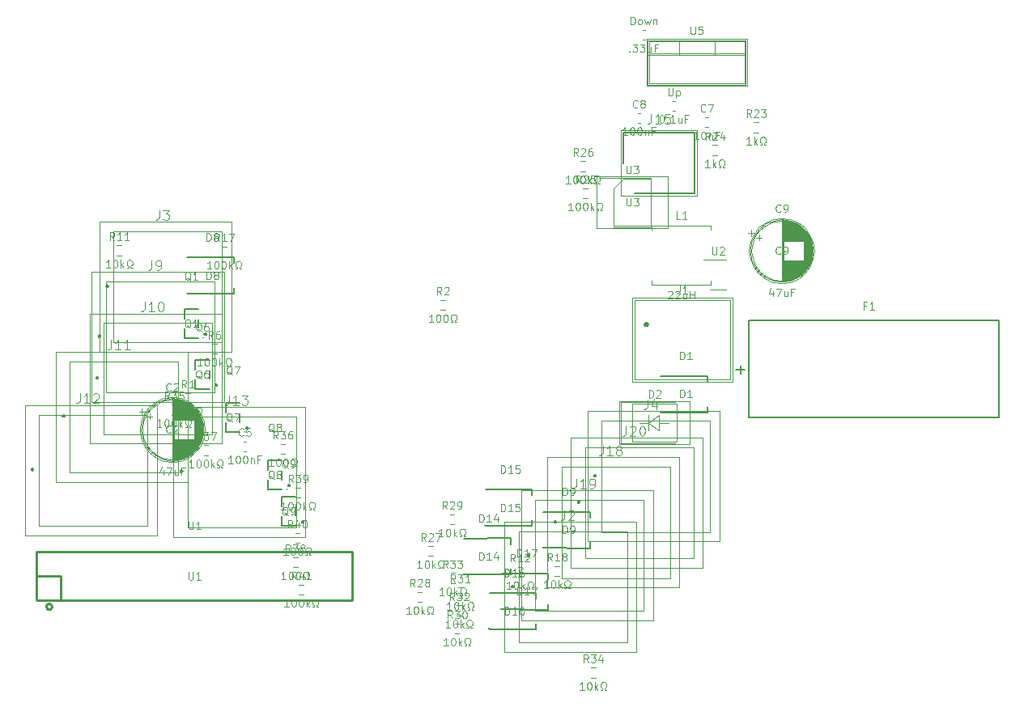
<source format=gbr>
%TF.GenerationSoftware,Flux,Pcbnew,9.0.6-9.0.6~ubuntu22.04.1*%
%TF.CreationDate,2026-02-18T22:19:35+00:00*%
%TF.ProjectId,input,696e7075-742e-46b6-9963-61645f706362,rev?*%
%TF.SameCoordinates,Original*%
%TF.FileFunction,Legend,Top*%
%TF.FilePolarity,Positive*%
%FSLAX46Y46*%
G04 Gerber Fmt 4.6, Leading zero omitted, Abs format (unit mm)*
G04 Filename: line-sorter*
G04 Build it with Flux! Visit our site at: https://www.flux.ai (PCBNEW 9.0.6-9.0.6~ubuntu22.04.1) date 2026-02-18 22:19:35*
%MOMM*%
%LPD*%
G01*
G04 APERTURE LIST*
%ADD10C,0.095000*%
%ADD11C,0.120650*%
%ADD12C,0.142500*%
%ADD13C,0.093100*%
%ADD14C,0.120000*%
%ADD15C,0.200000*%
%ADD16C,0.100000*%
%ADD17C,0.050000*%
%ADD18C,0.152400*%
%ADD19C,0.150000*%
%ADD20C,0.060000*%
%ADD21C,0.084000*%
%ADD22C,0.108000*%
%ADD23C,0.280000*%
%ADD24C,0.104000*%
%ADD25C,0.250000*%
G04 APERTURE END LIST*
D10*
X-15325085Y-15391855D02*
X-15591752Y-15010902D01*
X-15782228Y-15391855D02*
X-15782228Y-14591855D01*
X-15782228Y-14591855D02*
X-15477466Y-14591855D01*
X-15477466Y-14591855D02*
X-15401276Y-14629950D01*
X-15401276Y-14629950D02*
X-15363181Y-14668045D01*
X-15363181Y-14668045D02*
X-15325085Y-14744236D01*
X-15325085Y-14744236D02*
X-15325085Y-14858521D01*
X-15325085Y-14858521D02*
X-15363181Y-14934712D01*
X-15363181Y-14934712D02*
X-15401276Y-14972807D01*
X-15401276Y-14972807D02*
X-15477466Y-15010902D01*
X-15477466Y-15010902D02*
X-15782228Y-15010902D01*
X-15058419Y-14591855D02*
X-14563181Y-14591855D01*
X-14563181Y-14591855D02*
X-14829847Y-14896617D01*
X-14829847Y-14896617D02*
X-14715562Y-14896617D01*
X-14715562Y-14896617D02*
X-14639371Y-14934712D01*
X-14639371Y-14934712D02*
X-14601276Y-14972807D01*
X-14601276Y-14972807D02*
X-14563181Y-15048998D01*
X-14563181Y-15048998D02*
X-14563181Y-15239474D01*
X-14563181Y-15239474D02*
X-14601276Y-15315664D01*
X-14601276Y-15315664D02*
X-14639371Y-15353760D01*
X-14639371Y-15353760D02*
X-14715562Y-15391855D01*
X-14715562Y-15391855D02*
X-14944133Y-15391855D01*
X-14944133Y-15391855D02*
X-15020324Y-15353760D01*
X-15020324Y-15353760D02*
X-15058419Y-15315664D01*
X-14106038Y-14934712D02*
X-14182228Y-14896617D01*
X-14182228Y-14896617D02*
X-14220323Y-14858521D01*
X-14220323Y-14858521D02*
X-14258419Y-14782331D01*
X-14258419Y-14782331D02*
X-14258419Y-14744236D01*
X-14258419Y-14744236D02*
X-14220323Y-14668045D01*
X-14220323Y-14668045D02*
X-14182228Y-14629950D01*
X-14182228Y-14629950D02*
X-14106038Y-14591855D01*
X-14106038Y-14591855D02*
X-13953657Y-14591855D01*
X-13953657Y-14591855D02*
X-13877466Y-14629950D01*
X-13877466Y-14629950D02*
X-13839371Y-14668045D01*
X-13839371Y-14668045D02*
X-13801276Y-14744236D01*
X-13801276Y-14744236D02*
X-13801276Y-14782331D01*
X-13801276Y-14782331D02*
X-13839371Y-14858521D01*
X-13839371Y-14858521D02*
X-13877466Y-14896617D01*
X-13877466Y-14896617D02*
X-13953657Y-14934712D01*
X-13953657Y-14934712D02*
X-14106038Y-14934712D01*
X-14106038Y-14934712D02*
X-14182228Y-14972807D01*
X-14182228Y-14972807D02*
X-14220323Y-15010902D01*
X-14220323Y-15010902D02*
X-14258419Y-15087093D01*
X-14258419Y-15087093D02*
X-14258419Y-15239474D01*
X-14258419Y-15239474D02*
X-14220323Y-15315664D01*
X-14220323Y-15315664D02*
X-14182228Y-15353760D01*
X-14182228Y-15353760D02*
X-14106038Y-15391855D01*
X-14106038Y-15391855D02*
X-13953657Y-15391855D01*
X-13953657Y-15391855D02*
X-13877466Y-15353760D01*
X-13877466Y-15353760D02*
X-13839371Y-15315664D01*
X-13839371Y-15315664D02*
X-13801276Y-15239474D01*
X-13801276Y-15239474D02*
X-13801276Y-15087093D01*
X-13801276Y-15087093D02*
X-13839371Y-15010902D01*
X-13839371Y-15010902D02*
X-13877466Y-14972807D01*
X-13877466Y-14972807D02*
X-13953657Y-14934712D01*
X-15801276Y-18251855D02*
X-16258419Y-18251855D01*
X-16029847Y-18251855D02*
X-16029847Y-17451855D01*
X-16029847Y-17451855D02*
X-16106038Y-17566140D01*
X-16106038Y-17566140D02*
X-16182228Y-17642331D01*
X-16182228Y-17642331D02*
X-16258419Y-17680426D01*
X-15306037Y-17451855D02*
X-15229847Y-17451855D01*
X-15229847Y-17451855D02*
X-15153656Y-17489950D01*
X-15153656Y-17489950D02*
X-15115561Y-17528045D01*
X-15115561Y-17528045D02*
X-15077466Y-17604236D01*
X-15077466Y-17604236D02*
X-15039371Y-17756617D01*
X-15039371Y-17756617D02*
X-15039371Y-17947093D01*
X-15039371Y-17947093D02*
X-15077466Y-18099474D01*
X-15077466Y-18099474D02*
X-15115561Y-18175664D01*
X-15115561Y-18175664D02*
X-15153656Y-18213760D01*
X-15153656Y-18213760D02*
X-15229847Y-18251855D01*
X-15229847Y-18251855D02*
X-15306037Y-18251855D01*
X-15306037Y-18251855D02*
X-15382228Y-18213760D01*
X-15382228Y-18213760D02*
X-15420323Y-18175664D01*
X-15420323Y-18175664D02*
X-15458418Y-18099474D01*
X-15458418Y-18099474D02*
X-15496514Y-17947093D01*
X-15496514Y-17947093D02*
X-15496514Y-17756617D01*
X-15496514Y-17756617D02*
X-15458418Y-17604236D01*
X-15458418Y-17604236D02*
X-15420323Y-17528045D01*
X-15420323Y-17528045D02*
X-15382228Y-17489950D01*
X-15382228Y-17489950D02*
X-15306037Y-17451855D01*
X-14544132Y-17451855D02*
X-14467942Y-17451855D01*
X-14467942Y-17451855D02*
X-14391751Y-17489950D01*
X-14391751Y-17489950D02*
X-14353656Y-17528045D01*
X-14353656Y-17528045D02*
X-14315561Y-17604236D01*
X-14315561Y-17604236D02*
X-14277466Y-17756617D01*
X-14277466Y-17756617D02*
X-14277466Y-17947093D01*
X-14277466Y-17947093D02*
X-14315561Y-18099474D01*
X-14315561Y-18099474D02*
X-14353656Y-18175664D01*
X-14353656Y-18175664D02*
X-14391751Y-18213760D01*
X-14391751Y-18213760D02*
X-14467942Y-18251855D01*
X-14467942Y-18251855D02*
X-14544132Y-18251855D01*
X-14544132Y-18251855D02*
X-14620323Y-18213760D01*
X-14620323Y-18213760D02*
X-14658418Y-18175664D01*
X-14658418Y-18175664D02*
X-14696513Y-18099474D01*
X-14696513Y-18099474D02*
X-14734609Y-17947093D01*
X-14734609Y-17947093D02*
X-14734609Y-17756617D01*
X-14734609Y-17756617D02*
X-14696513Y-17604236D01*
X-14696513Y-17604236D02*
X-14658418Y-17528045D01*
X-14658418Y-17528045D02*
X-14620323Y-17489950D01*
X-14620323Y-17489950D02*
X-14544132Y-17451855D01*
X-13972704Y-18251855D02*
X-13782227Y-18251855D01*
X-13782227Y-18251855D02*
X-13782227Y-18099474D01*
X-13782227Y-18099474D02*
X-13858418Y-18061379D01*
X-13858418Y-18061379D02*
X-13934608Y-17985188D01*
X-13934608Y-17985188D02*
X-13972704Y-17870902D01*
X-13972704Y-17870902D02*
X-13972704Y-17680426D01*
X-13972704Y-17680426D02*
X-13934608Y-17566140D01*
X-13934608Y-17566140D02*
X-13858418Y-17489950D01*
X-13858418Y-17489950D02*
X-13744132Y-17451855D01*
X-13744132Y-17451855D02*
X-13591751Y-17451855D01*
X-13591751Y-17451855D02*
X-13477465Y-17489950D01*
X-13477465Y-17489950D02*
X-13401275Y-17566140D01*
X-13401275Y-17566140D02*
X-13363180Y-17680426D01*
X-13363180Y-17680426D02*
X-13363180Y-17870902D01*
X-13363180Y-17870902D02*
X-13401275Y-17985188D01*
X-13401275Y-17985188D02*
X-13477465Y-18061379D01*
X-13477465Y-18061379D02*
X-13553656Y-18099474D01*
X-13553656Y-18099474D02*
X-13553656Y-18251855D01*
X-13553656Y-18251855D02*
X-13363180Y-18251855D01*
D11*
X14568824Y-7698946D02*
X14568824Y-8424661D01*
X14568824Y-8424661D02*
X14520443Y-8569804D01*
X14520443Y-8569804D02*
X14423681Y-8666566D01*
X14423681Y-8666566D02*
X14278538Y-8714946D01*
X14278538Y-8714946D02*
X14181776Y-8714946D01*
X15584824Y-8714946D02*
X15004252Y-8714946D01*
X15294538Y-8714946D02*
X15294538Y-7698946D01*
X15294538Y-7698946D02*
X15197776Y-7844089D01*
X15197776Y-7844089D02*
X15101014Y-7940851D01*
X15101014Y-7940851D02*
X15004252Y-7989232D01*
X16068633Y-8714946D02*
X16262157Y-8714946D01*
X16262157Y-8714946D02*
X16358919Y-8666566D01*
X16358919Y-8666566D02*
X16407300Y-8618185D01*
X16407300Y-8618185D02*
X16504062Y-8473042D01*
X16504062Y-8473042D02*
X16552443Y-8279518D01*
X16552443Y-8279518D02*
X16552443Y-7892470D01*
X16552443Y-7892470D02*
X16504062Y-7795708D01*
X16504062Y-7795708D02*
X16455681Y-7747327D01*
X16455681Y-7747327D02*
X16358919Y-7698946D01*
X16358919Y-7698946D02*
X16165395Y-7698946D01*
X16165395Y-7698946D02*
X16068633Y-7747327D01*
X16068633Y-7747327D02*
X16020252Y-7795708D01*
X16020252Y-7795708D02*
X15971871Y-7892470D01*
X15971871Y-7892470D02*
X15971871Y-8134375D01*
X15971871Y-8134375D02*
X16020252Y-8231137D01*
X16020252Y-8231137D02*
X16068633Y-8279518D01*
X16068633Y-8279518D02*
X16165395Y-8327899D01*
X16165395Y-8327899D02*
X16358919Y-8327899D01*
X16358919Y-8327899D02*
X16455681Y-8279518D01*
X16455681Y-8279518D02*
X16504062Y-8231137D01*
X16504062Y-8231137D02*
X16552443Y-8134375D01*
D10*
X28578914Y27747144D02*
X28312247Y28128097D01*
X28121771Y27747144D02*
X28121771Y28547144D01*
X28121771Y28547144D02*
X28426533Y28547144D01*
X28426533Y28547144D02*
X28502723Y28509049D01*
X28502723Y28509049D02*
X28540818Y28470954D01*
X28540818Y28470954D02*
X28578914Y28394763D01*
X28578914Y28394763D02*
X28578914Y28280478D01*
X28578914Y28280478D02*
X28540818Y28204287D01*
X28540818Y28204287D02*
X28502723Y28166192D01*
X28502723Y28166192D02*
X28426533Y28128097D01*
X28426533Y28128097D02*
X28121771Y28128097D01*
X28883675Y28470954D02*
X28921771Y28509049D01*
X28921771Y28509049D02*
X28997961Y28547144D01*
X28997961Y28547144D02*
X29188437Y28547144D01*
X29188437Y28547144D02*
X29264628Y28509049D01*
X29264628Y28509049D02*
X29302723Y28470954D01*
X29302723Y28470954D02*
X29340818Y28394763D01*
X29340818Y28394763D02*
X29340818Y28318573D01*
X29340818Y28318573D02*
X29302723Y28204287D01*
X29302723Y28204287D02*
X28845580Y27747144D01*
X28845580Y27747144D02*
X29340818Y27747144D01*
X30026533Y28280478D02*
X30026533Y27747144D01*
X29836057Y28585240D02*
X29645580Y28013811D01*
X29645580Y28013811D02*
X30140819Y28013811D01*
X28540818Y24887144D02*
X28083675Y24887144D01*
X28312247Y24887144D02*
X28312247Y25687144D01*
X28312247Y25687144D02*
X28236056Y25572859D01*
X28236056Y25572859D02*
X28159866Y25496668D01*
X28159866Y25496668D02*
X28083675Y25458573D01*
X28883676Y24887144D02*
X28883676Y25687144D01*
X28959866Y25191906D02*
X29188438Y24887144D01*
X29188438Y25420478D02*
X28883676Y25115716D01*
X29493199Y24887144D02*
X29683676Y24887144D01*
X29683676Y24887144D02*
X29683676Y25039525D01*
X29683676Y25039525D02*
X29607485Y25077620D01*
X29607485Y25077620D02*
X29531295Y25153811D01*
X29531295Y25153811D02*
X29493199Y25268097D01*
X29493199Y25268097D02*
X29493199Y25458573D01*
X29493199Y25458573D02*
X29531295Y25572859D01*
X29531295Y25572859D02*
X29607485Y25649049D01*
X29607485Y25649049D02*
X29721771Y25687144D01*
X29721771Y25687144D02*
X29874152Y25687144D01*
X29874152Y25687144D02*
X29988438Y25649049D01*
X29988438Y25649049D02*
X30064628Y25572859D01*
X30064628Y25572859D02*
X30102723Y25458573D01*
X30102723Y25458573D02*
X30102723Y25268097D01*
X30102723Y25268097D02*
X30064628Y25153811D01*
X30064628Y25153811D02*
X29988438Y25077620D01*
X29988438Y25077620D02*
X29912247Y25039525D01*
X29912247Y25039525D02*
X29912247Y24887144D01*
X29912247Y24887144D02*
X30102723Y24887144D01*
X35931867Y20273735D02*
X35893771Y20235640D01*
X35893771Y20235640D02*
X35779486Y20197544D01*
X35779486Y20197544D02*
X35703295Y20197544D01*
X35703295Y20197544D02*
X35589009Y20235640D01*
X35589009Y20235640D02*
X35512819Y20311830D01*
X35512819Y20311830D02*
X35474724Y20388020D01*
X35474724Y20388020D02*
X35436628Y20540401D01*
X35436628Y20540401D02*
X35436628Y20654687D01*
X35436628Y20654687D02*
X35474724Y20807068D01*
X35474724Y20807068D02*
X35512819Y20883259D01*
X35512819Y20883259D02*
X35589009Y20959449D01*
X35589009Y20959449D02*
X35703295Y20997544D01*
X35703295Y20997544D02*
X35779486Y20997544D01*
X35779486Y20997544D02*
X35893771Y20959449D01*
X35893771Y20959449D02*
X35931867Y20921354D01*
X36312819Y20197544D02*
X36465200Y20197544D01*
X36465200Y20197544D02*
X36541390Y20235640D01*
X36541390Y20235640D02*
X36579486Y20273735D01*
X36579486Y20273735D02*
X36655676Y20388020D01*
X36655676Y20388020D02*
X36693771Y20540401D01*
X36693771Y20540401D02*
X36693771Y20845163D01*
X36693771Y20845163D02*
X36655676Y20921354D01*
X36655676Y20921354D02*
X36617581Y20959449D01*
X36617581Y20959449D02*
X36541390Y20997544D01*
X36541390Y20997544D02*
X36389009Y20997544D01*
X36389009Y20997544D02*
X36312819Y20959449D01*
X36312819Y20959449D02*
X36274724Y20921354D01*
X36274724Y20921354D02*
X36236628Y20845163D01*
X36236628Y20845163D02*
X36236628Y20654687D01*
X36236628Y20654687D02*
X36274724Y20578497D01*
X36274724Y20578497D02*
X36312819Y20540401D01*
X36312819Y20540401D02*
X36389009Y20502306D01*
X36389009Y20502306D02*
X36541390Y20502306D01*
X36541390Y20502306D02*
X36617581Y20540401D01*
X36617581Y20540401D02*
X36655676Y20578497D01*
X36655676Y20578497D02*
X36693771Y20654687D01*
X35131866Y11930878D02*
X35131866Y11397544D01*
X34941390Y12235640D02*
X34750913Y11664211D01*
X34750913Y11664211D02*
X35246152Y11664211D01*
X35474723Y12197544D02*
X36008057Y12197544D01*
X36008057Y12197544D02*
X35665199Y11397544D01*
X36655676Y11930878D02*
X36655676Y11397544D01*
X36312819Y11930878D02*
X36312819Y11511830D01*
X36312819Y11511830D02*
X36350914Y11435640D01*
X36350914Y11435640D02*
X36427104Y11397544D01*
X36427104Y11397544D02*
X36541390Y11397544D01*
X36541390Y11397544D02*
X36617581Y11435640D01*
X36617581Y11435640D02*
X36655676Y11473735D01*
X37303295Y11816592D02*
X37036629Y11816592D01*
X37036629Y11397544D02*
X37036629Y12197544D01*
X37036629Y12197544D02*
X37417581Y12197544D01*
X35931867Y15873735D02*
X35893771Y15835640D01*
X35893771Y15835640D02*
X35779486Y15797544D01*
X35779486Y15797544D02*
X35703295Y15797544D01*
X35703295Y15797544D02*
X35589009Y15835640D01*
X35589009Y15835640D02*
X35512819Y15911830D01*
X35512819Y15911830D02*
X35474724Y15988020D01*
X35474724Y15988020D02*
X35436628Y16140401D01*
X35436628Y16140401D02*
X35436628Y16254687D01*
X35436628Y16254687D02*
X35474724Y16407068D01*
X35474724Y16407068D02*
X35512819Y16483259D01*
X35512819Y16483259D02*
X35589009Y16559449D01*
X35589009Y16559449D02*
X35703295Y16597544D01*
X35703295Y16597544D02*
X35779486Y16597544D01*
X35779486Y16597544D02*
X35893771Y16559449D01*
X35893771Y16559449D02*
X35931867Y16521354D01*
X36312819Y15797544D02*
X36465200Y15797544D01*
X36465200Y15797544D02*
X36541390Y15835640D01*
X36541390Y15835640D02*
X36579486Y15873735D01*
X36579486Y15873735D02*
X36655676Y15988020D01*
X36655676Y15988020D02*
X36693771Y16140401D01*
X36693771Y16140401D02*
X36693771Y16445163D01*
X36693771Y16445163D02*
X36655676Y16521354D01*
X36655676Y16521354D02*
X36617581Y16559449D01*
X36617581Y16559449D02*
X36541390Y16597544D01*
X36541390Y16597544D02*
X36389009Y16597544D01*
X36389009Y16597544D02*
X36312819Y16559449D01*
X36312819Y16559449D02*
X36274724Y16521354D01*
X36274724Y16521354D02*
X36236628Y16445163D01*
X36236628Y16445163D02*
X36236628Y16254687D01*
X36236628Y16254687D02*
X36274724Y16178497D01*
X36274724Y16178497D02*
X36312819Y16140401D01*
X36312819Y16140401D02*
X36389009Y16102306D01*
X36389009Y16102306D02*
X36541390Y16102306D01*
X36541390Y16102306D02*
X36617581Y16140401D01*
X36617581Y16140401D02*
X36655676Y16178497D01*
X36655676Y16178497D02*
X36693771Y16254687D01*
X25450166Y19483544D02*
X25069214Y19483544D01*
X25069214Y19483544D02*
X25069214Y20283544D01*
X26135880Y19483544D02*
X25678737Y19483544D01*
X25907309Y19483544D02*
X25907309Y20283544D01*
X25907309Y20283544D02*
X25831118Y20169259D01*
X25831118Y20169259D02*
X25754928Y20093068D01*
X25754928Y20093068D02*
X25678737Y20054973D01*
X24193023Y11857354D02*
X24231119Y11895449D01*
X24231119Y11895449D02*
X24307309Y11933544D01*
X24307309Y11933544D02*
X24497785Y11933544D01*
X24497785Y11933544D02*
X24573976Y11895449D01*
X24573976Y11895449D02*
X24612071Y11857354D01*
X24612071Y11857354D02*
X24650166Y11781163D01*
X24650166Y11781163D02*
X24650166Y11704973D01*
X24650166Y11704973D02*
X24612071Y11590687D01*
X24612071Y11590687D02*
X24154928Y11133544D01*
X24154928Y11133544D02*
X24650166Y11133544D01*
X24954928Y11857354D02*
X24993024Y11895449D01*
X24993024Y11895449D02*
X25069214Y11933544D01*
X25069214Y11933544D02*
X25259690Y11933544D01*
X25259690Y11933544D02*
X25335881Y11895449D01*
X25335881Y11895449D02*
X25373976Y11857354D01*
X25373976Y11857354D02*
X25412071Y11781163D01*
X25412071Y11781163D02*
X25412071Y11704973D01*
X25412071Y11704973D02*
X25373976Y11590687D01*
X25373976Y11590687D02*
X24916833Y11133544D01*
X24916833Y11133544D02*
X25412071Y11133544D01*
X26097786Y11666878D02*
X26097786Y11133544D01*
X25754929Y11666878D02*
X25754929Y11247830D01*
X25754929Y11247830D02*
X25793024Y11171640D01*
X25793024Y11171640D02*
X25869214Y11133544D01*
X25869214Y11133544D02*
X25983500Y11133544D01*
X25983500Y11133544D02*
X26059691Y11171640D01*
X26059691Y11171640D02*
X26097786Y11209735D01*
X26478739Y11133544D02*
X26478739Y11933544D01*
X26478739Y11552592D02*
X26935882Y11552592D01*
X26935882Y11133544D02*
X26935882Y11933544D01*
D11*
X13339433Y-11021446D02*
X13339433Y-11747161D01*
X13339433Y-11747161D02*
X13291052Y-11892304D01*
X13291052Y-11892304D02*
X13194290Y-11989066D01*
X13194290Y-11989066D02*
X13049147Y-12037446D01*
X13049147Y-12037446D02*
X12952385Y-12037446D01*
X13774861Y-11118208D02*
X13823242Y-11069827D01*
X13823242Y-11069827D02*
X13920004Y-11021446D01*
X13920004Y-11021446D02*
X14161909Y-11021446D01*
X14161909Y-11021446D02*
X14258671Y-11069827D01*
X14258671Y-11069827D02*
X14307052Y-11118208D01*
X14307052Y-11118208D02*
X14355433Y-11214970D01*
X14355433Y-11214970D02*
X14355433Y-11311732D01*
X14355433Y-11311732D02*
X14307052Y-11456875D01*
X14307052Y-11456875D02*
X13726480Y-12037446D01*
X13726480Y-12037446D02*
X14355433Y-12037446D01*
D10*
X44903033Y10394792D02*
X44636367Y10394792D01*
X44636367Y9975744D02*
X44636367Y10775744D01*
X44636367Y10775744D02*
X45017319Y10775744D01*
X45741128Y9975744D02*
X45283985Y9975744D01*
X45512557Y9975744D02*
X45512557Y10775744D01*
X45512557Y10775744D02*
X45436366Y10661459D01*
X45436366Y10661459D02*
X45360176Y10585268D01*
X45360176Y10585268D02*
X45283985Y10547173D01*
D12*
X31312164Y3698910D02*
X32226450Y3698910D01*
X31769307Y3241767D02*
X31769307Y4156052D01*
D10*
X1926614Y-18556255D02*
X1659947Y-18175302D01*
X1469471Y-18556255D02*
X1469471Y-17756255D01*
X1469471Y-17756255D02*
X1774233Y-17756255D01*
X1774233Y-17756255D02*
X1850423Y-17794350D01*
X1850423Y-17794350D02*
X1888518Y-17832445D01*
X1888518Y-17832445D02*
X1926614Y-17908636D01*
X1926614Y-17908636D02*
X1926614Y-18022921D01*
X1926614Y-18022921D02*
X1888518Y-18099112D01*
X1888518Y-18099112D02*
X1850423Y-18137207D01*
X1850423Y-18137207D02*
X1774233Y-18175302D01*
X1774233Y-18175302D02*
X1469471Y-18175302D01*
X2193280Y-17756255D02*
X2688518Y-17756255D01*
X2688518Y-17756255D02*
X2421852Y-18061017D01*
X2421852Y-18061017D02*
X2536137Y-18061017D01*
X2536137Y-18061017D02*
X2612328Y-18099112D01*
X2612328Y-18099112D02*
X2650423Y-18137207D01*
X2650423Y-18137207D02*
X2688518Y-18213398D01*
X2688518Y-18213398D02*
X2688518Y-18403874D01*
X2688518Y-18403874D02*
X2650423Y-18480064D01*
X2650423Y-18480064D02*
X2612328Y-18518160D01*
X2612328Y-18518160D02*
X2536137Y-18556255D01*
X2536137Y-18556255D02*
X2307566Y-18556255D01*
X2307566Y-18556255D02*
X2231375Y-18518160D01*
X2231375Y-18518160D02*
X2193280Y-18480064D01*
X3450423Y-18556255D02*
X2993280Y-18556255D01*
X3221852Y-18556255D02*
X3221852Y-17756255D01*
X3221852Y-17756255D02*
X3145661Y-17870540D01*
X3145661Y-17870540D02*
X3069471Y-17946731D01*
X3069471Y-17946731D02*
X2993280Y-17984826D01*
X1507566Y-21416255D02*
X1050423Y-21416255D01*
X1278995Y-21416255D02*
X1278995Y-20616255D01*
X1278995Y-20616255D02*
X1202804Y-20730540D01*
X1202804Y-20730540D02*
X1126614Y-20806731D01*
X1126614Y-20806731D02*
X1050423Y-20844826D01*
X2002805Y-20616255D02*
X2078995Y-20616255D01*
X2078995Y-20616255D02*
X2155186Y-20654350D01*
X2155186Y-20654350D02*
X2193281Y-20692445D01*
X2193281Y-20692445D02*
X2231376Y-20768636D01*
X2231376Y-20768636D02*
X2269471Y-20921017D01*
X2269471Y-20921017D02*
X2269471Y-21111493D01*
X2269471Y-21111493D02*
X2231376Y-21263874D01*
X2231376Y-21263874D02*
X2193281Y-21340064D01*
X2193281Y-21340064D02*
X2155186Y-21378160D01*
X2155186Y-21378160D02*
X2078995Y-21416255D01*
X2078995Y-21416255D02*
X2002805Y-21416255D01*
X2002805Y-21416255D02*
X1926614Y-21378160D01*
X1926614Y-21378160D02*
X1888519Y-21340064D01*
X1888519Y-21340064D02*
X1850424Y-21263874D01*
X1850424Y-21263874D02*
X1812328Y-21111493D01*
X1812328Y-21111493D02*
X1812328Y-20921017D01*
X1812328Y-20921017D02*
X1850424Y-20768636D01*
X1850424Y-20768636D02*
X1888519Y-20692445D01*
X1888519Y-20692445D02*
X1926614Y-20654350D01*
X1926614Y-20654350D02*
X2002805Y-20616255D01*
X2612329Y-21416255D02*
X2612329Y-20616255D01*
X2688519Y-21111493D02*
X2917091Y-21416255D01*
X2917091Y-20882921D02*
X2612329Y-21187683D01*
X3221852Y-21416255D02*
X3412329Y-21416255D01*
X3412329Y-21416255D02*
X3412329Y-21263874D01*
X3412329Y-21263874D02*
X3336138Y-21225779D01*
X3336138Y-21225779D02*
X3259948Y-21149588D01*
X3259948Y-21149588D02*
X3221852Y-21035302D01*
X3221852Y-21035302D02*
X3221852Y-20844826D01*
X3221852Y-20844826D02*
X3259948Y-20730540D01*
X3259948Y-20730540D02*
X3336138Y-20654350D01*
X3336138Y-20654350D02*
X3450424Y-20616255D01*
X3450424Y-20616255D02*
X3602805Y-20616255D01*
X3602805Y-20616255D02*
X3717091Y-20654350D01*
X3717091Y-20654350D02*
X3793281Y-20730540D01*
X3793281Y-20730540D02*
X3831376Y-20844826D01*
X3831376Y-20844826D02*
X3831376Y-21035302D01*
X3831376Y-21035302D02*
X3793281Y-21149588D01*
X3793281Y-21149588D02*
X3717091Y-21225779D01*
X3717091Y-21225779D02*
X3640900Y-21263874D01*
X3640900Y-21263874D02*
X3640900Y-21416255D01*
X3640900Y-21416255D02*
X3831376Y-21416255D01*
X-22765685Y17131444D02*
X-23032352Y17512397D01*
X-23222828Y17131444D02*
X-23222828Y17931444D01*
X-23222828Y17931444D02*
X-22918066Y17931444D01*
X-22918066Y17931444D02*
X-22841876Y17893349D01*
X-22841876Y17893349D02*
X-22803781Y17855254D01*
X-22803781Y17855254D02*
X-22765685Y17779063D01*
X-22765685Y17779063D02*
X-22765685Y17664778D01*
X-22765685Y17664778D02*
X-22803781Y17588587D01*
X-22803781Y17588587D02*
X-22841876Y17550492D01*
X-22841876Y17550492D02*
X-22918066Y17512397D01*
X-22918066Y17512397D02*
X-23222828Y17512397D01*
X-22003781Y17131444D02*
X-22460924Y17131444D01*
X-22232352Y17131444D02*
X-22232352Y17931444D01*
X-22232352Y17931444D02*
X-22308543Y17817159D01*
X-22308543Y17817159D02*
X-22384733Y17740968D01*
X-22384733Y17740968D02*
X-22460924Y17702873D01*
X-21737114Y17931444D02*
X-21203780Y17931444D01*
X-21203780Y17931444D02*
X-21546638Y17131444D01*
X-23565686Y14271444D02*
X-24022829Y14271444D01*
X-23794257Y14271444D02*
X-23794257Y15071444D01*
X-23794257Y15071444D02*
X-23870448Y14957159D01*
X-23870448Y14957159D02*
X-23946638Y14880968D01*
X-23946638Y14880968D02*
X-24022829Y14842873D01*
X-23070447Y15071444D02*
X-22994257Y15071444D01*
X-22994257Y15071444D02*
X-22918066Y15033349D01*
X-22918066Y15033349D02*
X-22879971Y14995254D01*
X-22879971Y14995254D02*
X-22841876Y14919063D01*
X-22841876Y14919063D02*
X-22803781Y14766682D01*
X-22803781Y14766682D02*
X-22803781Y14576206D01*
X-22803781Y14576206D02*
X-22841876Y14423825D01*
X-22841876Y14423825D02*
X-22879971Y14347635D01*
X-22879971Y14347635D02*
X-22918066Y14309540D01*
X-22918066Y14309540D02*
X-22994257Y14271444D01*
X-22994257Y14271444D02*
X-23070447Y14271444D01*
X-23070447Y14271444D02*
X-23146638Y14309540D01*
X-23146638Y14309540D02*
X-23184733Y14347635D01*
X-23184733Y14347635D02*
X-23222828Y14423825D01*
X-23222828Y14423825D02*
X-23260924Y14576206D01*
X-23260924Y14576206D02*
X-23260924Y14766682D01*
X-23260924Y14766682D02*
X-23222828Y14919063D01*
X-23222828Y14919063D02*
X-23184733Y14995254D01*
X-23184733Y14995254D02*
X-23146638Y15033349D01*
X-23146638Y15033349D02*
X-23070447Y15071444D01*
X-22308542Y15071444D02*
X-22232352Y15071444D01*
X-22232352Y15071444D02*
X-22156161Y15033349D01*
X-22156161Y15033349D02*
X-22118066Y14995254D01*
X-22118066Y14995254D02*
X-22079971Y14919063D01*
X-22079971Y14919063D02*
X-22041876Y14766682D01*
X-22041876Y14766682D02*
X-22041876Y14576206D01*
X-22041876Y14576206D02*
X-22079971Y14423825D01*
X-22079971Y14423825D02*
X-22118066Y14347635D01*
X-22118066Y14347635D02*
X-22156161Y14309540D01*
X-22156161Y14309540D02*
X-22232352Y14271444D01*
X-22232352Y14271444D02*
X-22308542Y14271444D01*
X-22308542Y14271444D02*
X-22384733Y14309540D01*
X-22384733Y14309540D02*
X-22422828Y14347635D01*
X-22422828Y14347635D02*
X-22460923Y14423825D01*
X-22460923Y14423825D02*
X-22499019Y14576206D01*
X-22499019Y14576206D02*
X-22499019Y14766682D01*
X-22499019Y14766682D02*
X-22460923Y14919063D01*
X-22460923Y14919063D02*
X-22422828Y14995254D01*
X-22422828Y14995254D02*
X-22384733Y15033349D01*
X-22384733Y15033349D02*
X-22308542Y15071444D01*
X-21699018Y14271444D02*
X-21699018Y15071444D01*
X-21622828Y14576206D02*
X-21394256Y14271444D01*
X-21394256Y14804778D02*
X-21699018Y14500016D01*
X-21089495Y14271444D02*
X-20899018Y14271444D01*
X-20899018Y14271444D02*
X-20899018Y14423825D01*
X-20899018Y14423825D02*
X-20975209Y14461920D01*
X-20975209Y14461920D02*
X-21051399Y14538111D01*
X-21051399Y14538111D02*
X-21089495Y14652397D01*
X-21089495Y14652397D02*
X-21089495Y14842873D01*
X-21089495Y14842873D02*
X-21051399Y14957159D01*
X-21051399Y14957159D02*
X-20975209Y15033349D01*
X-20975209Y15033349D02*
X-20860923Y15071444D01*
X-20860923Y15071444D02*
X-20708542Y15071444D01*
X-20708542Y15071444D02*
X-20594256Y15033349D01*
X-20594256Y15033349D02*
X-20518066Y14957159D01*
X-20518066Y14957159D02*
X-20479971Y14842873D01*
X-20479971Y14842873D02*
X-20479971Y14652397D01*
X-20479971Y14652397D02*
X-20518066Y14538111D01*
X-20518066Y14538111D02*
X-20594256Y14461920D01*
X-20594256Y14461920D02*
X-20670447Y14423825D01*
X-20670447Y14423825D02*
X-20670447Y14271444D01*
X-20670447Y14271444D02*
X-20479971Y14271444D01*
X7135071Y-17942855D02*
X7135071Y-17142855D01*
X7135071Y-17142855D02*
X7325547Y-17142855D01*
X7325547Y-17142855D02*
X7439833Y-17180950D01*
X7439833Y-17180950D02*
X7516023Y-17257140D01*
X7516023Y-17257140D02*
X7554118Y-17333331D01*
X7554118Y-17333331D02*
X7592214Y-17485712D01*
X7592214Y-17485712D02*
X7592214Y-17599998D01*
X7592214Y-17599998D02*
X7554118Y-17752379D01*
X7554118Y-17752379D02*
X7516023Y-17828569D01*
X7516023Y-17828569D02*
X7439833Y-17904760D01*
X7439833Y-17904760D02*
X7325547Y-17942855D01*
X7325547Y-17942855D02*
X7135071Y-17942855D01*
X8354118Y-17942855D02*
X7896975Y-17942855D01*
X8125547Y-17942855D02*
X8125547Y-17142855D01*
X8125547Y-17142855D02*
X8049356Y-17257140D01*
X8049356Y-17257140D02*
X7973166Y-17333331D01*
X7973166Y-17333331D02*
X7896975Y-17371426D01*
X9039833Y-17142855D02*
X8887452Y-17142855D01*
X8887452Y-17142855D02*
X8811261Y-17180950D01*
X8811261Y-17180950D02*
X8773166Y-17219045D01*
X8773166Y-17219045D02*
X8696976Y-17333331D01*
X8696976Y-17333331D02*
X8658880Y-17485712D01*
X8658880Y-17485712D02*
X8658880Y-17790474D01*
X8658880Y-17790474D02*
X8696976Y-17866664D01*
X8696976Y-17866664D02*
X8735071Y-17904760D01*
X8735071Y-17904760D02*
X8811261Y-17942855D01*
X8811261Y-17942855D02*
X8963642Y-17942855D01*
X8963642Y-17942855D02*
X9039833Y-17904760D01*
X9039833Y-17904760D02*
X9077928Y-17866664D01*
X9077928Y-17866664D02*
X9116023Y-17790474D01*
X9116023Y-17790474D02*
X9116023Y-17599998D01*
X9116023Y-17599998D02*
X9077928Y-17523807D01*
X9077928Y-17523807D02*
X9039833Y-17485712D01*
X9039833Y-17485712D02*
X8963642Y-17447617D01*
X8963642Y-17447617D02*
X8811261Y-17447617D01*
X8811261Y-17447617D02*
X8735071Y-17485712D01*
X8735071Y-17485712D02*
X8696976Y-17523807D01*
X8696976Y-17523807D02*
X8658880Y-17599998D01*
X7135071Y-21942855D02*
X7135071Y-21142855D01*
X7135071Y-21142855D02*
X7325547Y-21142855D01*
X7325547Y-21142855D02*
X7439833Y-21180950D01*
X7439833Y-21180950D02*
X7516023Y-21257140D01*
X7516023Y-21257140D02*
X7554118Y-21333331D01*
X7554118Y-21333331D02*
X7592214Y-21485712D01*
X7592214Y-21485712D02*
X7592214Y-21599998D01*
X7592214Y-21599998D02*
X7554118Y-21752379D01*
X7554118Y-21752379D02*
X7516023Y-21828569D01*
X7516023Y-21828569D02*
X7439833Y-21904760D01*
X7439833Y-21904760D02*
X7325547Y-21942855D01*
X7325547Y-21942855D02*
X7135071Y-21942855D01*
X8354118Y-21942855D02*
X7896975Y-21942855D01*
X8125547Y-21942855D02*
X8125547Y-21142855D01*
X8125547Y-21142855D02*
X8049356Y-21257140D01*
X8049356Y-21257140D02*
X7973166Y-21333331D01*
X7973166Y-21333331D02*
X7896975Y-21371426D01*
X9039833Y-21142855D02*
X8887452Y-21142855D01*
X8887452Y-21142855D02*
X8811261Y-21180950D01*
X8811261Y-21180950D02*
X8773166Y-21219045D01*
X8773166Y-21219045D02*
X8696976Y-21333331D01*
X8696976Y-21333331D02*
X8658880Y-21485712D01*
X8658880Y-21485712D02*
X8658880Y-21790474D01*
X8658880Y-21790474D02*
X8696976Y-21866664D01*
X8696976Y-21866664D02*
X8735071Y-21904760D01*
X8735071Y-21904760D02*
X8811261Y-21942855D01*
X8811261Y-21942855D02*
X8963642Y-21942855D01*
X8963642Y-21942855D02*
X9039833Y-21904760D01*
X9039833Y-21904760D02*
X9077928Y-21866664D01*
X9077928Y-21866664D02*
X9116023Y-21790474D01*
X9116023Y-21790474D02*
X9116023Y-21599998D01*
X9116023Y-21599998D02*
X9077928Y-21523807D01*
X9077928Y-21523807D02*
X9039833Y-21485712D01*
X9039833Y-21485712D02*
X8963642Y-21447617D01*
X8963642Y-21447617D02*
X8811261Y-21447617D01*
X8811261Y-21447617D02*
X8735071Y-21485712D01*
X8735071Y-21485712D02*
X8696976Y-21523807D01*
X8696976Y-21523807D02*
X8658880Y-21599998D01*
X-25754390Y13035054D02*
X-25830580Y13073149D01*
X-25830580Y13073149D02*
X-25906771Y13149340D01*
X-25906771Y13149340D02*
X-26021057Y13263625D01*
X-26021057Y13263625D02*
X-26097247Y13301720D01*
X-26097247Y13301720D02*
X-26173438Y13301720D01*
X-26135342Y13111244D02*
X-26211533Y13149340D01*
X-26211533Y13149340D02*
X-26287723Y13225530D01*
X-26287723Y13225530D02*
X-26325819Y13377911D01*
X-26325819Y13377911D02*
X-26325819Y13644578D01*
X-26325819Y13644578D02*
X-26287723Y13796959D01*
X-26287723Y13796959D02*
X-26211533Y13873149D01*
X-26211533Y13873149D02*
X-26135342Y13911244D01*
X-26135342Y13911244D02*
X-25982961Y13911244D01*
X-25982961Y13911244D02*
X-25906771Y13873149D01*
X-25906771Y13873149D02*
X-25830580Y13796959D01*
X-25830580Y13796959D02*
X-25792485Y13644578D01*
X-25792485Y13644578D02*
X-25792485Y13377911D01*
X-25792485Y13377911D02*
X-25830580Y13225530D01*
X-25830580Y13225530D02*
X-25906771Y13149340D01*
X-25906771Y13149340D02*
X-25982961Y13111244D01*
X-25982961Y13111244D02*
X-26135342Y13111244D01*
X-25030581Y13111244D02*
X-25487724Y13111244D01*
X-25259152Y13111244D02*
X-25259152Y13911244D01*
X-25259152Y13911244D02*
X-25335343Y13796959D01*
X-25335343Y13796959D02*
X-25411533Y13720768D01*
X-25411533Y13720768D02*
X-25487724Y13682673D01*
X-25754390Y8085054D02*
X-25830580Y8123149D01*
X-25830580Y8123149D02*
X-25906771Y8199340D01*
X-25906771Y8199340D02*
X-26021057Y8313625D01*
X-26021057Y8313625D02*
X-26097247Y8351720D01*
X-26097247Y8351720D02*
X-26173438Y8351720D01*
X-26135342Y8161244D02*
X-26211533Y8199340D01*
X-26211533Y8199340D02*
X-26287723Y8275530D01*
X-26287723Y8275530D02*
X-26325819Y8427911D01*
X-26325819Y8427911D02*
X-26325819Y8694578D01*
X-26325819Y8694578D02*
X-26287723Y8846959D01*
X-26287723Y8846959D02*
X-26211533Y8923149D01*
X-26211533Y8923149D02*
X-26135342Y8961244D01*
X-26135342Y8961244D02*
X-25982961Y8961244D01*
X-25982961Y8961244D02*
X-25906771Y8923149D01*
X-25906771Y8923149D02*
X-25830580Y8846959D01*
X-25830580Y8846959D02*
X-25792485Y8694578D01*
X-25792485Y8694578D02*
X-25792485Y8427911D01*
X-25792485Y8427911D02*
X-25830580Y8275530D01*
X-25830580Y8275530D02*
X-25906771Y8199340D01*
X-25906771Y8199340D02*
X-25982961Y8161244D01*
X-25982961Y8161244D02*
X-26135342Y8161244D01*
X-25030581Y8161244D02*
X-25487724Y8161244D01*
X-25259152Y8161244D02*
X-25259152Y8961244D01*
X-25259152Y8961244D02*
X-25335343Y8846959D01*
X-25335343Y8846959D02*
X-25411533Y8770768D01*
X-25411533Y8770768D02*
X-25487724Y8732673D01*
X-15580190Y-6604245D02*
X-15656380Y-6566150D01*
X-15656380Y-6566150D02*
X-15732571Y-6489960D01*
X-15732571Y-6489960D02*
X-15846857Y-6375674D01*
X-15846857Y-6375674D02*
X-15923047Y-6337579D01*
X-15923047Y-6337579D02*
X-15999238Y-6337579D01*
X-15961142Y-6528055D02*
X-16037333Y-6489960D01*
X-16037333Y-6489960D02*
X-16113523Y-6413769D01*
X-16113523Y-6413769D02*
X-16151619Y-6261388D01*
X-16151619Y-6261388D02*
X-16151619Y-5994721D01*
X-16151619Y-5994721D02*
X-16113523Y-5842340D01*
X-16113523Y-5842340D02*
X-16037333Y-5766150D01*
X-16037333Y-5766150D02*
X-15961142Y-5728055D01*
X-15961142Y-5728055D02*
X-15808761Y-5728055D01*
X-15808761Y-5728055D02*
X-15732571Y-5766150D01*
X-15732571Y-5766150D02*
X-15656380Y-5842340D01*
X-15656380Y-5842340D02*
X-15618285Y-5994721D01*
X-15618285Y-5994721D02*
X-15618285Y-6261388D01*
X-15618285Y-6261388D02*
X-15656380Y-6413769D01*
X-15656380Y-6413769D02*
X-15732571Y-6489960D01*
X-15732571Y-6489960D02*
X-15808761Y-6528055D01*
X-15808761Y-6528055D02*
X-15961142Y-6528055D01*
X-15237333Y-6528055D02*
X-15084952Y-6528055D01*
X-15084952Y-6528055D02*
X-15008762Y-6489960D01*
X-15008762Y-6489960D02*
X-14970666Y-6451864D01*
X-14970666Y-6451864D02*
X-14894476Y-6337579D01*
X-14894476Y-6337579D02*
X-14856381Y-6185198D01*
X-14856381Y-6185198D02*
X-14856381Y-5880436D01*
X-14856381Y-5880436D02*
X-14894476Y-5804245D01*
X-14894476Y-5804245D02*
X-14932571Y-5766150D01*
X-14932571Y-5766150D02*
X-15008762Y-5728055D01*
X-15008762Y-5728055D02*
X-15161143Y-5728055D01*
X-15161143Y-5728055D02*
X-15237333Y-5766150D01*
X-15237333Y-5766150D02*
X-15275428Y-5804245D01*
X-15275428Y-5804245D02*
X-15313524Y-5880436D01*
X-15313524Y-5880436D02*
X-15313524Y-6070912D01*
X-15313524Y-6070912D02*
X-15275428Y-6147102D01*
X-15275428Y-6147102D02*
X-15237333Y-6185198D01*
X-15237333Y-6185198D02*
X-15161143Y-6223293D01*
X-15161143Y-6223293D02*
X-15008762Y-6223293D01*
X-15008762Y-6223293D02*
X-14932571Y-6185198D01*
X-14932571Y-6185198D02*
X-14894476Y-6147102D01*
X-14894476Y-6147102D02*
X-14856381Y-6070912D01*
X-15580190Y-11554245D02*
X-15656380Y-11516150D01*
X-15656380Y-11516150D02*
X-15732571Y-11439960D01*
X-15732571Y-11439960D02*
X-15846857Y-11325674D01*
X-15846857Y-11325674D02*
X-15923047Y-11287579D01*
X-15923047Y-11287579D02*
X-15999238Y-11287579D01*
X-15961142Y-11478055D02*
X-16037333Y-11439960D01*
X-16037333Y-11439960D02*
X-16113523Y-11363769D01*
X-16113523Y-11363769D02*
X-16151619Y-11211388D01*
X-16151619Y-11211388D02*
X-16151619Y-10944721D01*
X-16151619Y-10944721D02*
X-16113523Y-10792340D01*
X-16113523Y-10792340D02*
X-16037333Y-10716150D01*
X-16037333Y-10716150D02*
X-15961142Y-10678055D01*
X-15961142Y-10678055D02*
X-15808761Y-10678055D01*
X-15808761Y-10678055D02*
X-15732571Y-10716150D01*
X-15732571Y-10716150D02*
X-15656380Y-10792340D01*
X-15656380Y-10792340D02*
X-15618285Y-10944721D01*
X-15618285Y-10944721D02*
X-15618285Y-11211388D01*
X-15618285Y-11211388D02*
X-15656380Y-11363769D01*
X-15656380Y-11363769D02*
X-15732571Y-11439960D01*
X-15732571Y-11439960D02*
X-15808761Y-11478055D01*
X-15808761Y-11478055D02*
X-15961142Y-11478055D01*
X-15237333Y-11478055D02*
X-15084952Y-11478055D01*
X-15084952Y-11478055D02*
X-15008762Y-11439960D01*
X-15008762Y-11439960D02*
X-14970666Y-11401864D01*
X-14970666Y-11401864D02*
X-14894476Y-11287579D01*
X-14894476Y-11287579D02*
X-14856381Y-11135198D01*
X-14856381Y-11135198D02*
X-14856381Y-10830436D01*
X-14856381Y-10830436D02*
X-14894476Y-10754245D01*
X-14894476Y-10754245D02*
X-14932571Y-10716150D01*
X-14932571Y-10716150D02*
X-15008762Y-10678055D01*
X-15008762Y-10678055D02*
X-15161143Y-10678055D01*
X-15161143Y-10678055D02*
X-15237333Y-10716150D01*
X-15237333Y-10716150D02*
X-15275428Y-10754245D01*
X-15275428Y-10754245D02*
X-15313524Y-10830436D01*
X-15313524Y-10830436D02*
X-15313524Y-11020912D01*
X-15313524Y-11020912D02*
X-15275428Y-11097102D01*
X-15275428Y-11097102D02*
X-15237333Y-11135198D01*
X-15237333Y-11135198D02*
X-15161143Y-11173293D01*
X-15161143Y-11173293D02*
X-15008762Y-11173293D01*
X-15008762Y-11173293D02*
X-14932571Y-11135198D01*
X-14932571Y-11135198D02*
X-14894476Y-11097102D01*
X-14894476Y-11097102D02*
X-14856381Y-11020912D01*
X13163724Y-9437655D02*
X13163724Y-8637655D01*
X13163724Y-8637655D02*
X13354200Y-8637655D01*
X13354200Y-8637655D02*
X13468486Y-8675750D01*
X13468486Y-8675750D02*
X13544676Y-8751940D01*
X13544676Y-8751940D02*
X13582771Y-8828131D01*
X13582771Y-8828131D02*
X13620867Y-8980512D01*
X13620867Y-8980512D02*
X13620867Y-9094798D01*
X13620867Y-9094798D02*
X13582771Y-9247179D01*
X13582771Y-9247179D02*
X13544676Y-9323369D01*
X13544676Y-9323369D02*
X13468486Y-9399560D01*
X13468486Y-9399560D02*
X13354200Y-9437655D01*
X13354200Y-9437655D02*
X13163724Y-9437655D01*
X14001819Y-9437655D02*
X14154200Y-9437655D01*
X14154200Y-9437655D02*
X14230390Y-9399560D01*
X14230390Y-9399560D02*
X14268486Y-9361464D01*
X14268486Y-9361464D02*
X14344676Y-9247179D01*
X14344676Y-9247179D02*
X14382771Y-9094798D01*
X14382771Y-9094798D02*
X14382771Y-8790036D01*
X14382771Y-8790036D02*
X14344676Y-8713845D01*
X14344676Y-8713845D02*
X14306581Y-8675750D01*
X14306581Y-8675750D02*
X14230390Y-8637655D01*
X14230390Y-8637655D02*
X14078009Y-8637655D01*
X14078009Y-8637655D02*
X14001819Y-8675750D01*
X14001819Y-8675750D02*
X13963724Y-8713845D01*
X13963724Y-8713845D02*
X13925628Y-8790036D01*
X13925628Y-8790036D02*
X13925628Y-8980512D01*
X13925628Y-8980512D02*
X13963724Y-9056702D01*
X13963724Y-9056702D02*
X14001819Y-9094798D01*
X14001819Y-9094798D02*
X14078009Y-9132893D01*
X14078009Y-9132893D02*
X14230390Y-9132893D01*
X14230390Y-9132893D02*
X14306581Y-9094798D01*
X14306581Y-9094798D02*
X14344676Y-9056702D01*
X14344676Y-9056702D02*
X14382771Y-8980512D01*
X13163724Y-13437655D02*
X13163724Y-12637655D01*
X13163724Y-12637655D02*
X13354200Y-12637655D01*
X13354200Y-12637655D02*
X13468486Y-12675750D01*
X13468486Y-12675750D02*
X13544676Y-12751940D01*
X13544676Y-12751940D02*
X13582771Y-12828131D01*
X13582771Y-12828131D02*
X13620867Y-12980512D01*
X13620867Y-12980512D02*
X13620867Y-13094798D01*
X13620867Y-13094798D02*
X13582771Y-13247179D01*
X13582771Y-13247179D02*
X13544676Y-13323369D01*
X13544676Y-13323369D02*
X13468486Y-13399560D01*
X13468486Y-13399560D02*
X13354200Y-13437655D01*
X13354200Y-13437655D02*
X13163724Y-13437655D01*
X14001819Y-13437655D02*
X14154200Y-13437655D01*
X14154200Y-13437655D02*
X14230390Y-13399560D01*
X14230390Y-13399560D02*
X14268486Y-13361464D01*
X14268486Y-13361464D02*
X14344676Y-13247179D01*
X14344676Y-13247179D02*
X14382771Y-13094798D01*
X14382771Y-13094798D02*
X14382771Y-12790036D01*
X14382771Y-12790036D02*
X14344676Y-12713845D01*
X14344676Y-12713845D02*
X14306581Y-12675750D01*
X14306581Y-12675750D02*
X14230390Y-12637655D01*
X14230390Y-12637655D02*
X14078009Y-12637655D01*
X14078009Y-12637655D02*
X14001819Y-12675750D01*
X14001819Y-12675750D02*
X13963724Y-12713845D01*
X13963724Y-12713845D02*
X13925628Y-12790036D01*
X13925628Y-12790036D02*
X13925628Y-12980512D01*
X13925628Y-12980512D02*
X13963724Y-13056702D01*
X13963724Y-13056702D02*
X14001819Y-13094798D01*
X14001819Y-13094798D02*
X14078009Y-13132893D01*
X14078009Y-13132893D02*
X14230390Y-13132893D01*
X14230390Y-13132893D02*
X14306581Y-13094798D01*
X14306581Y-13094798D02*
X14344676Y-13056702D01*
X14344676Y-13056702D02*
X14382771Y-12980512D01*
X1078114Y-10890255D02*
X811447Y-10509302D01*
X620971Y-10890255D02*
X620971Y-10090255D01*
X620971Y-10090255D02*
X925733Y-10090255D01*
X925733Y-10090255D02*
X1001923Y-10128350D01*
X1001923Y-10128350D02*
X1040018Y-10166445D01*
X1040018Y-10166445D02*
X1078114Y-10242636D01*
X1078114Y-10242636D02*
X1078114Y-10356921D01*
X1078114Y-10356921D02*
X1040018Y-10433112D01*
X1040018Y-10433112D02*
X1001923Y-10471207D01*
X1001923Y-10471207D02*
X925733Y-10509302D01*
X925733Y-10509302D02*
X620971Y-10509302D01*
X1382875Y-10166445D02*
X1420971Y-10128350D01*
X1420971Y-10128350D02*
X1497161Y-10090255D01*
X1497161Y-10090255D02*
X1687637Y-10090255D01*
X1687637Y-10090255D02*
X1763828Y-10128350D01*
X1763828Y-10128350D02*
X1801923Y-10166445D01*
X1801923Y-10166445D02*
X1840018Y-10242636D01*
X1840018Y-10242636D02*
X1840018Y-10318826D01*
X1840018Y-10318826D02*
X1801923Y-10433112D01*
X1801923Y-10433112D02*
X1344780Y-10890255D01*
X1344780Y-10890255D02*
X1840018Y-10890255D01*
X2220971Y-10890255D02*
X2373352Y-10890255D01*
X2373352Y-10890255D02*
X2449542Y-10852160D01*
X2449542Y-10852160D02*
X2487638Y-10814064D01*
X2487638Y-10814064D02*
X2563828Y-10699779D01*
X2563828Y-10699779D02*
X2601923Y-10547398D01*
X2601923Y-10547398D02*
X2601923Y-10242636D01*
X2601923Y-10242636D02*
X2563828Y-10166445D01*
X2563828Y-10166445D02*
X2525733Y-10128350D01*
X2525733Y-10128350D02*
X2449542Y-10090255D01*
X2449542Y-10090255D02*
X2297161Y-10090255D01*
X2297161Y-10090255D02*
X2220971Y-10128350D01*
X2220971Y-10128350D02*
X2182876Y-10166445D01*
X2182876Y-10166445D02*
X2144780Y-10242636D01*
X2144780Y-10242636D02*
X2144780Y-10433112D01*
X2144780Y-10433112D02*
X2182876Y-10509302D01*
X2182876Y-10509302D02*
X2220971Y-10547398D01*
X2220971Y-10547398D02*
X2297161Y-10585493D01*
X2297161Y-10585493D02*
X2449542Y-10585493D01*
X2449542Y-10585493D02*
X2525733Y-10547398D01*
X2525733Y-10547398D02*
X2563828Y-10509302D01*
X2563828Y-10509302D02*
X2601923Y-10433112D01*
X659066Y-13750255D02*
X201923Y-13750255D01*
X430495Y-13750255D02*
X430495Y-12950255D01*
X430495Y-12950255D02*
X354304Y-13064540D01*
X354304Y-13064540D02*
X278114Y-13140731D01*
X278114Y-13140731D02*
X201923Y-13178826D01*
X1154305Y-12950255D02*
X1230495Y-12950255D01*
X1230495Y-12950255D02*
X1306686Y-12988350D01*
X1306686Y-12988350D02*
X1344781Y-13026445D01*
X1344781Y-13026445D02*
X1382876Y-13102636D01*
X1382876Y-13102636D02*
X1420971Y-13255017D01*
X1420971Y-13255017D02*
X1420971Y-13445493D01*
X1420971Y-13445493D02*
X1382876Y-13597874D01*
X1382876Y-13597874D02*
X1344781Y-13674064D01*
X1344781Y-13674064D02*
X1306686Y-13712160D01*
X1306686Y-13712160D02*
X1230495Y-13750255D01*
X1230495Y-13750255D02*
X1154305Y-13750255D01*
X1154305Y-13750255D02*
X1078114Y-13712160D01*
X1078114Y-13712160D02*
X1040019Y-13674064D01*
X1040019Y-13674064D02*
X1001924Y-13597874D01*
X1001924Y-13597874D02*
X963828Y-13445493D01*
X963828Y-13445493D02*
X963828Y-13255017D01*
X963828Y-13255017D02*
X1001924Y-13102636D01*
X1001924Y-13102636D02*
X1040019Y-13026445D01*
X1040019Y-13026445D02*
X1078114Y-12988350D01*
X1078114Y-12988350D02*
X1154305Y-12950255D01*
X1763829Y-13750255D02*
X1763829Y-12950255D01*
X1840019Y-13445493D02*
X2068591Y-13750255D01*
X2068591Y-13216921D02*
X1763829Y-13521683D01*
X2373352Y-13750255D02*
X2563829Y-13750255D01*
X2563829Y-13750255D02*
X2563829Y-13597874D01*
X2563829Y-13597874D02*
X2487638Y-13559779D01*
X2487638Y-13559779D02*
X2411448Y-13483588D01*
X2411448Y-13483588D02*
X2373352Y-13369302D01*
X2373352Y-13369302D02*
X2373352Y-13178826D01*
X2373352Y-13178826D02*
X2411448Y-13064540D01*
X2411448Y-13064540D02*
X2487638Y-12988350D01*
X2487638Y-12988350D02*
X2601924Y-12950255D01*
X2601924Y-12950255D02*
X2754305Y-12950255D01*
X2754305Y-12950255D02*
X2868591Y-12988350D01*
X2868591Y-12988350D02*
X2944781Y-13064540D01*
X2944781Y-13064540D02*
X2982876Y-13178826D01*
X2982876Y-13178826D02*
X2982876Y-13369302D01*
X2982876Y-13369302D02*
X2944781Y-13483588D01*
X2944781Y-13483588D02*
X2868591Y-13559779D01*
X2868591Y-13559779D02*
X2792400Y-13597874D01*
X2792400Y-13597874D02*
X2792400Y-13750255D01*
X2792400Y-13750255D02*
X2982876Y-13750255D01*
D11*
X-29022466Y20404553D02*
X-29022466Y19678838D01*
X-29022466Y19678838D02*
X-29070847Y19533695D01*
X-29070847Y19533695D02*
X-29167609Y19436934D01*
X-29167609Y19436934D02*
X-29312752Y19388553D01*
X-29312752Y19388553D02*
X-29409514Y19388553D01*
X-28635419Y20404553D02*
X-28006466Y20404553D01*
X-28006466Y20404553D02*
X-28345133Y20017505D01*
X-28345133Y20017505D02*
X-28199990Y20017505D01*
X-28199990Y20017505D02*
X-28103228Y19969124D01*
X-28103228Y19969124D02*
X-28054847Y19920743D01*
X-28054847Y19920743D02*
X-28006466Y19823981D01*
X-28006466Y19823981D02*
X-28006466Y19582076D01*
X-28006466Y19582076D02*
X-28054847Y19485314D01*
X-28054847Y19485314D02*
X-28103228Y19436934D01*
X-28103228Y19436934D02*
X-28199990Y19388553D01*
X-28199990Y19388553D02*
X-28490276Y19388553D01*
X-28490276Y19388553D02*
X-28587038Y19436934D01*
X-28587038Y19436934D02*
X-28635419Y19485314D01*
D10*
X20288519Y39831244D02*
X20288519Y40631244D01*
X20288519Y40631244D02*
X20478995Y40631244D01*
X20478995Y40631244D02*
X20593281Y40593149D01*
X20593281Y40593149D02*
X20669471Y40516959D01*
X20669471Y40516959D02*
X20707566Y40440768D01*
X20707566Y40440768D02*
X20745662Y40288387D01*
X20745662Y40288387D02*
X20745662Y40174101D01*
X20745662Y40174101D02*
X20707566Y40021720D01*
X20707566Y40021720D02*
X20669471Y39945530D01*
X20669471Y39945530D02*
X20593281Y39869340D01*
X20593281Y39869340D02*
X20478995Y39831244D01*
X20478995Y39831244D02*
X20288519Y39831244D01*
X21202804Y39831244D02*
X21126614Y39869340D01*
X21126614Y39869340D02*
X21088519Y39907435D01*
X21088519Y39907435D02*
X21050423Y39983625D01*
X21050423Y39983625D02*
X21050423Y40212197D01*
X21050423Y40212197D02*
X21088519Y40288387D01*
X21088519Y40288387D02*
X21126614Y40326482D01*
X21126614Y40326482D02*
X21202804Y40364578D01*
X21202804Y40364578D02*
X21317090Y40364578D01*
X21317090Y40364578D02*
X21393281Y40326482D01*
X21393281Y40326482D02*
X21431376Y40288387D01*
X21431376Y40288387D02*
X21469471Y40212197D01*
X21469471Y40212197D02*
X21469471Y39983625D01*
X21469471Y39983625D02*
X21431376Y39907435D01*
X21431376Y39907435D02*
X21393281Y39869340D01*
X21393281Y39869340D02*
X21317090Y39831244D01*
X21317090Y39831244D02*
X21202804Y39831244D01*
X21736138Y40364578D02*
X21888519Y39831244D01*
X21888519Y39831244D02*
X22040900Y40212197D01*
X22040900Y40212197D02*
X22193281Y39831244D01*
X22193281Y39831244D02*
X22345662Y40364578D01*
X22650424Y40364578D02*
X22650424Y39831244D01*
X22650424Y40288387D02*
X22688519Y40326482D01*
X22688519Y40326482D02*
X22764709Y40364578D01*
X22764709Y40364578D02*
X22878995Y40364578D01*
X22878995Y40364578D02*
X22955186Y40326482D01*
X22955186Y40326482D02*
X22993281Y40250292D01*
X22993281Y40250292D02*
X22993281Y39831244D01*
X20174233Y37047435D02*
X20212328Y37009340D01*
X20212328Y37009340D02*
X20174233Y36971244D01*
X20174233Y36971244D02*
X20136137Y37009340D01*
X20136137Y37009340D02*
X20174233Y37047435D01*
X20174233Y37047435D02*
X20174233Y36971244D01*
X20478994Y37771244D02*
X20974232Y37771244D01*
X20974232Y37771244D02*
X20707566Y37466482D01*
X20707566Y37466482D02*
X20821851Y37466482D01*
X20821851Y37466482D02*
X20898042Y37428387D01*
X20898042Y37428387D02*
X20936137Y37390292D01*
X20936137Y37390292D02*
X20974232Y37314101D01*
X20974232Y37314101D02*
X20974232Y37123625D01*
X20974232Y37123625D02*
X20936137Y37047435D01*
X20936137Y37047435D02*
X20898042Y37009340D01*
X20898042Y37009340D02*
X20821851Y36971244D01*
X20821851Y36971244D02*
X20593280Y36971244D01*
X20593280Y36971244D02*
X20517089Y37009340D01*
X20517089Y37009340D02*
X20478994Y37047435D01*
X21240899Y37771244D02*
X21736137Y37771244D01*
X21736137Y37771244D02*
X21469471Y37466482D01*
X21469471Y37466482D02*
X21583756Y37466482D01*
X21583756Y37466482D02*
X21659947Y37428387D01*
X21659947Y37428387D02*
X21698042Y37390292D01*
X21698042Y37390292D02*
X21736137Y37314101D01*
X21736137Y37314101D02*
X21736137Y37123625D01*
X21736137Y37123625D02*
X21698042Y37047435D01*
X21698042Y37047435D02*
X21659947Y37009340D01*
X21659947Y37009340D02*
X21583756Y36971244D01*
X21583756Y36971244D02*
X21355185Y36971244D01*
X21355185Y36971244D02*
X21278994Y37009340D01*
X21278994Y37009340D02*
X21240899Y37047435D01*
X22421852Y37504578D02*
X22421852Y36971244D01*
X22078995Y37504578D02*
X22078995Y37085530D01*
X22078995Y37085530D02*
X22117090Y37009340D01*
X22117090Y37009340D02*
X22193280Y36971244D01*
X22193280Y36971244D02*
X22307566Y36971244D01*
X22307566Y36971244D02*
X22383757Y37009340D01*
X22383757Y37009340D02*
X22421852Y37047435D01*
X23069471Y37390292D02*
X22802805Y37390292D01*
X22802805Y36971244D02*
X22802805Y37771244D01*
X22802805Y37771244D02*
X23183757Y37771244D01*
X-17004890Y-2810645D02*
X-17081080Y-2772550D01*
X-17081080Y-2772550D02*
X-17157271Y-2696360D01*
X-17157271Y-2696360D02*
X-17271557Y-2582074D01*
X-17271557Y-2582074D02*
X-17347747Y-2543979D01*
X-17347747Y-2543979D02*
X-17423938Y-2543979D01*
X-17385842Y-2734455D02*
X-17462033Y-2696360D01*
X-17462033Y-2696360D02*
X-17538223Y-2620169D01*
X-17538223Y-2620169D02*
X-17576319Y-2467788D01*
X-17576319Y-2467788D02*
X-17576319Y-2201121D01*
X-17576319Y-2201121D02*
X-17538223Y-2048740D01*
X-17538223Y-2048740D02*
X-17462033Y-1972550D01*
X-17462033Y-1972550D02*
X-17385842Y-1934455D01*
X-17385842Y-1934455D02*
X-17233461Y-1934455D01*
X-17233461Y-1934455D02*
X-17157271Y-1972550D01*
X-17157271Y-1972550D02*
X-17081080Y-2048740D01*
X-17081080Y-2048740D02*
X-17042985Y-2201121D01*
X-17042985Y-2201121D02*
X-17042985Y-2467788D01*
X-17042985Y-2467788D02*
X-17081080Y-2620169D01*
X-17081080Y-2620169D02*
X-17157271Y-2696360D01*
X-17157271Y-2696360D02*
X-17233461Y-2734455D01*
X-17233461Y-2734455D02*
X-17385842Y-2734455D01*
X-16585843Y-2277312D02*
X-16662033Y-2239217D01*
X-16662033Y-2239217D02*
X-16700128Y-2201121D01*
X-16700128Y-2201121D02*
X-16738224Y-2124931D01*
X-16738224Y-2124931D02*
X-16738224Y-2086836D01*
X-16738224Y-2086836D02*
X-16700128Y-2010645D01*
X-16700128Y-2010645D02*
X-16662033Y-1972550D01*
X-16662033Y-1972550D02*
X-16585843Y-1934455D01*
X-16585843Y-1934455D02*
X-16433462Y-1934455D01*
X-16433462Y-1934455D02*
X-16357271Y-1972550D01*
X-16357271Y-1972550D02*
X-16319176Y-2010645D01*
X-16319176Y-2010645D02*
X-16281081Y-2086836D01*
X-16281081Y-2086836D02*
X-16281081Y-2124931D01*
X-16281081Y-2124931D02*
X-16319176Y-2201121D01*
X-16319176Y-2201121D02*
X-16357271Y-2239217D01*
X-16357271Y-2239217D02*
X-16433462Y-2277312D01*
X-16433462Y-2277312D02*
X-16585843Y-2277312D01*
X-16585843Y-2277312D02*
X-16662033Y-2315407D01*
X-16662033Y-2315407D02*
X-16700128Y-2353502D01*
X-16700128Y-2353502D02*
X-16738224Y-2429693D01*
X-16738224Y-2429693D02*
X-16738224Y-2582074D01*
X-16738224Y-2582074D02*
X-16700128Y-2658264D01*
X-16700128Y-2658264D02*
X-16662033Y-2696360D01*
X-16662033Y-2696360D02*
X-16585843Y-2734455D01*
X-16585843Y-2734455D02*
X-16433462Y-2734455D01*
X-16433462Y-2734455D02*
X-16357271Y-2696360D01*
X-16357271Y-2696360D02*
X-16319176Y-2658264D01*
X-16319176Y-2658264D02*
X-16281081Y-2582074D01*
X-16281081Y-2582074D02*
X-16281081Y-2429693D01*
X-16281081Y-2429693D02*
X-16319176Y-2353502D01*
X-16319176Y-2353502D02*
X-16357271Y-2315407D01*
X-16357271Y-2315407D02*
X-16433462Y-2277312D01*
X-17004890Y-7760645D02*
X-17081080Y-7722550D01*
X-17081080Y-7722550D02*
X-17157271Y-7646360D01*
X-17157271Y-7646360D02*
X-17271557Y-7532074D01*
X-17271557Y-7532074D02*
X-17347747Y-7493979D01*
X-17347747Y-7493979D02*
X-17423938Y-7493979D01*
X-17385842Y-7684455D02*
X-17462033Y-7646360D01*
X-17462033Y-7646360D02*
X-17538223Y-7570169D01*
X-17538223Y-7570169D02*
X-17576319Y-7417788D01*
X-17576319Y-7417788D02*
X-17576319Y-7151121D01*
X-17576319Y-7151121D02*
X-17538223Y-6998740D01*
X-17538223Y-6998740D02*
X-17462033Y-6922550D01*
X-17462033Y-6922550D02*
X-17385842Y-6884455D01*
X-17385842Y-6884455D02*
X-17233461Y-6884455D01*
X-17233461Y-6884455D02*
X-17157271Y-6922550D01*
X-17157271Y-6922550D02*
X-17081080Y-6998740D01*
X-17081080Y-6998740D02*
X-17042985Y-7151121D01*
X-17042985Y-7151121D02*
X-17042985Y-7417788D01*
X-17042985Y-7417788D02*
X-17081080Y-7570169D01*
X-17081080Y-7570169D02*
X-17157271Y-7646360D01*
X-17157271Y-7646360D02*
X-17233461Y-7684455D01*
X-17233461Y-7684455D02*
X-17385842Y-7684455D01*
X-16585843Y-7227312D02*
X-16662033Y-7189217D01*
X-16662033Y-7189217D02*
X-16700128Y-7151121D01*
X-16700128Y-7151121D02*
X-16738224Y-7074931D01*
X-16738224Y-7074931D02*
X-16738224Y-7036836D01*
X-16738224Y-7036836D02*
X-16700128Y-6960645D01*
X-16700128Y-6960645D02*
X-16662033Y-6922550D01*
X-16662033Y-6922550D02*
X-16585843Y-6884455D01*
X-16585843Y-6884455D02*
X-16433462Y-6884455D01*
X-16433462Y-6884455D02*
X-16357271Y-6922550D01*
X-16357271Y-6922550D02*
X-16319176Y-6960645D01*
X-16319176Y-6960645D02*
X-16281081Y-7036836D01*
X-16281081Y-7036836D02*
X-16281081Y-7074931D01*
X-16281081Y-7074931D02*
X-16319176Y-7151121D01*
X-16319176Y-7151121D02*
X-16357271Y-7189217D01*
X-16357271Y-7189217D02*
X-16433462Y-7227312D01*
X-16433462Y-7227312D02*
X-16585843Y-7227312D01*
X-16585843Y-7227312D02*
X-16662033Y-7265407D01*
X-16662033Y-7265407D02*
X-16700128Y-7303502D01*
X-16700128Y-7303502D02*
X-16738224Y-7379693D01*
X-16738224Y-7379693D02*
X-16738224Y-7532074D01*
X-16738224Y-7532074D02*
X-16700128Y-7608264D01*
X-16700128Y-7608264D02*
X-16662033Y-7646360D01*
X-16662033Y-7646360D02*
X-16585843Y-7684455D01*
X-16585843Y-7684455D02*
X-16433462Y-7684455D01*
X-16433462Y-7684455D02*
X-16357271Y-7646360D01*
X-16357271Y-7646360D02*
X-16319176Y-7608264D01*
X-16319176Y-7608264D02*
X-16281081Y-7532074D01*
X-16281081Y-7532074D02*
X-16281081Y-7379693D01*
X-16281081Y-7379693D02*
X-16319176Y-7303502D01*
X-16319176Y-7303502D02*
X-16357271Y-7265407D01*
X-16357271Y-7265407D02*
X-16433462Y-7227312D01*
D11*
X17345824Y-4254046D02*
X17345824Y-4979761D01*
X17345824Y-4979761D02*
X17297443Y-5124904D01*
X17297443Y-5124904D02*
X17200681Y-5221666D01*
X17200681Y-5221666D02*
X17055538Y-5270046D01*
X17055538Y-5270046D02*
X16958776Y-5270046D01*
X18361824Y-5270046D02*
X17781252Y-5270046D01*
X18071538Y-5270046D02*
X18071538Y-4254046D01*
X18071538Y-4254046D02*
X17974776Y-4399189D01*
X17974776Y-4399189D02*
X17878014Y-4495951D01*
X17878014Y-4495951D02*
X17781252Y-4544332D01*
X18942395Y-4689475D02*
X18845633Y-4641094D01*
X18845633Y-4641094D02*
X18797252Y-4592713D01*
X18797252Y-4592713D02*
X18748871Y-4495951D01*
X18748871Y-4495951D02*
X18748871Y-4447570D01*
X18748871Y-4447570D02*
X18797252Y-4350808D01*
X18797252Y-4350808D02*
X18845633Y-4302427D01*
X18845633Y-4302427D02*
X18942395Y-4254046D01*
X18942395Y-4254046D02*
X19135919Y-4254046D01*
X19135919Y-4254046D02*
X19232681Y-4302427D01*
X19232681Y-4302427D02*
X19281062Y-4350808D01*
X19281062Y-4350808D02*
X19329443Y-4447570D01*
X19329443Y-4447570D02*
X19329443Y-4495951D01*
X19329443Y-4495951D02*
X19281062Y-4592713D01*
X19281062Y-4592713D02*
X19232681Y-4641094D01*
X19232681Y-4641094D02*
X19135919Y-4689475D01*
X19135919Y-4689475D02*
X18942395Y-4689475D01*
X18942395Y-4689475D02*
X18845633Y-4737856D01*
X18845633Y-4737856D02*
X18797252Y-4786237D01*
X18797252Y-4786237D02*
X18748871Y-4882999D01*
X18748871Y-4882999D02*
X18748871Y-5076523D01*
X18748871Y-5076523D02*
X18797252Y-5173285D01*
X18797252Y-5173285D02*
X18845633Y-5221666D01*
X18845633Y-5221666D02*
X18942395Y-5270046D01*
X18942395Y-5270046D02*
X19135919Y-5270046D01*
X19135919Y-5270046D02*
X19232681Y-5221666D01*
X19232681Y-5221666D02*
X19281062Y-5173285D01*
X19281062Y-5173285D02*
X19329443Y-5076523D01*
X19329443Y-5076523D02*
X19329443Y-4882999D01*
X19329443Y-4882999D02*
X19281062Y-4786237D01*
X19281062Y-4786237D02*
X19232681Y-4737856D01*
X19232681Y-4737856D02*
X19135919Y-4689475D01*
D10*
X-16611985Y-3533155D02*
X-16878652Y-3152202D01*
X-17069128Y-3533155D02*
X-17069128Y-2733155D01*
X-17069128Y-2733155D02*
X-16764366Y-2733155D01*
X-16764366Y-2733155D02*
X-16688176Y-2771250D01*
X-16688176Y-2771250D02*
X-16650081Y-2809345D01*
X-16650081Y-2809345D02*
X-16611985Y-2885536D01*
X-16611985Y-2885536D02*
X-16611985Y-2999821D01*
X-16611985Y-2999821D02*
X-16650081Y-3076012D01*
X-16650081Y-3076012D02*
X-16688176Y-3114107D01*
X-16688176Y-3114107D02*
X-16764366Y-3152202D01*
X-16764366Y-3152202D02*
X-17069128Y-3152202D01*
X-16345319Y-2733155D02*
X-15850081Y-2733155D01*
X-15850081Y-2733155D02*
X-16116747Y-3037917D01*
X-16116747Y-3037917D02*
X-16002462Y-3037917D01*
X-16002462Y-3037917D02*
X-15926271Y-3076012D01*
X-15926271Y-3076012D02*
X-15888176Y-3114107D01*
X-15888176Y-3114107D02*
X-15850081Y-3190298D01*
X-15850081Y-3190298D02*
X-15850081Y-3380774D01*
X-15850081Y-3380774D02*
X-15888176Y-3456964D01*
X-15888176Y-3456964D02*
X-15926271Y-3495060D01*
X-15926271Y-3495060D02*
X-16002462Y-3533155D01*
X-16002462Y-3533155D02*
X-16231033Y-3533155D01*
X-16231033Y-3533155D02*
X-16307224Y-3495060D01*
X-16307224Y-3495060D02*
X-16345319Y-3456964D01*
X-15164366Y-2733155D02*
X-15316747Y-2733155D01*
X-15316747Y-2733155D02*
X-15392938Y-2771250D01*
X-15392938Y-2771250D02*
X-15431033Y-2809345D01*
X-15431033Y-2809345D02*
X-15507223Y-2923631D01*
X-15507223Y-2923631D02*
X-15545319Y-3076012D01*
X-15545319Y-3076012D02*
X-15545319Y-3380774D01*
X-15545319Y-3380774D02*
X-15507223Y-3456964D01*
X-15507223Y-3456964D02*
X-15469128Y-3495060D01*
X-15469128Y-3495060D02*
X-15392938Y-3533155D01*
X-15392938Y-3533155D02*
X-15240557Y-3533155D01*
X-15240557Y-3533155D02*
X-15164366Y-3495060D01*
X-15164366Y-3495060D02*
X-15126271Y-3456964D01*
X-15126271Y-3456964D02*
X-15088176Y-3380774D01*
X-15088176Y-3380774D02*
X-15088176Y-3190298D01*
X-15088176Y-3190298D02*
X-15126271Y-3114107D01*
X-15126271Y-3114107D02*
X-15164366Y-3076012D01*
X-15164366Y-3076012D02*
X-15240557Y-3037917D01*
X-15240557Y-3037917D02*
X-15392938Y-3037917D01*
X-15392938Y-3037917D02*
X-15469128Y-3076012D01*
X-15469128Y-3076012D02*
X-15507223Y-3114107D01*
X-15507223Y-3114107D02*
X-15545319Y-3190298D01*
X-17088176Y-6393155D02*
X-17545319Y-6393155D01*
X-17316747Y-6393155D02*
X-17316747Y-5593155D01*
X-17316747Y-5593155D02*
X-17392938Y-5707440D01*
X-17392938Y-5707440D02*
X-17469128Y-5783631D01*
X-17469128Y-5783631D02*
X-17545319Y-5821726D01*
X-16592937Y-5593155D02*
X-16516747Y-5593155D01*
X-16516747Y-5593155D02*
X-16440556Y-5631250D01*
X-16440556Y-5631250D02*
X-16402461Y-5669345D01*
X-16402461Y-5669345D02*
X-16364366Y-5745536D01*
X-16364366Y-5745536D02*
X-16326271Y-5897917D01*
X-16326271Y-5897917D02*
X-16326271Y-6088393D01*
X-16326271Y-6088393D02*
X-16364366Y-6240774D01*
X-16364366Y-6240774D02*
X-16402461Y-6316964D01*
X-16402461Y-6316964D02*
X-16440556Y-6355060D01*
X-16440556Y-6355060D02*
X-16516747Y-6393155D01*
X-16516747Y-6393155D02*
X-16592937Y-6393155D01*
X-16592937Y-6393155D02*
X-16669128Y-6355060D01*
X-16669128Y-6355060D02*
X-16707223Y-6316964D01*
X-16707223Y-6316964D02*
X-16745318Y-6240774D01*
X-16745318Y-6240774D02*
X-16783414Y-6088393D01*
X-16783414Y-6088393D02*
X-16783414Y-5897917D01*
X-16783414Y-5897917D02*
X-16745318Y-5745536D01*
X-16745318Y-5745536D02*
X-16707223Y-5669345D01*
X-16707223Y-5669345D02*
X-16669128Y-5631250D01*
X-16669128Y-5631250D02*
X-16592937Y-5593155D01*
X-15831032Y-5593155D02*
X-15754842Y-5593155D01*
X-15754842Y-5593155D02*
X-15678651Y-5631250D01*
X-15678651Y-5631250D02*
X-15640556Y-5669345D01*
X-15640556Y-5669345D02*
X-15602461Y-5745536D01*
X-15602461Y-5745536D02*
X-15564366Y-5897917D01*
X-15564366Y-5897917D02*
X-15564366Y-6088393D01*
X-15564366Y-6088393D02*
X-15602461Y-6240774D01*
X-15602461Y-6240774D02*
X-15640556Y-6316964D01*
X-15640556Y-6316964D02*
X-15678651Y-6355060D01*
X-15678651Y-6355060D02*
X-15754842Y-6393155D01*
X-15754842Y-6393155D02*
X-15831032Y-6393155D01*
X-15831032Y-6393155D02*
X-15907223Y-6355060D01*
X-15907223Y-6355060D02*
X-15945318Y-6316964D01*
X-15945318Y-6316964D02*
X-15983413Y-6240774D01*
X-15983413Y-6240774D02*
X-16021509Y-6088393D01*
X-16021509Y-6088393D02*
X-16021509Y-5897917D01*
X-16021509Y-5897917D02*
X-15983413Y-5745536D01*
X-15983413Y-5745536D02*
X-15945318Y-5669345D01*
X-15945318Y-5669345D02*
X-15907223Y-5631250D01*
X-15907223Y-5631250D02*
X-15831032Y-5593155D01*
X-15259604Y-6393155D02*
X-15069127Y-6393155D01*
X-15069127Y-6393155D02*
X-15069127Y-6240774D01*
X-15069127Y-6240774D02*
X-15145318Y-6202679D01*
X-15145318Y-6202679D02*
X-15221508Y-6126488D01*
X-15221508Y-6126488D02*
X-15259604Y-6012202D01*
X-15259604Y-6012202D02*
X-15259604Y-5821726D01*
X-15259604Y-5821726D02*
X-15221508Y-5707440D01*
X-15221508Y-5707440D02*
X-15145318Y-5631250D01*
X-15145318Y-5631250D02*
X-15031032Y-5593155D01*
X-15031032Y-5593155D02*
X-14878651Y-5593155D01*
X-14878651Y-5593155D02*
X-14764365Y-5631250D01*
X-14764365Y-5631250D02*
X-14688175Y-5707440D01*
X-14688175Y-5707440D02*
X-14650080Y-5821726D01*
X-14650080Y-5821726D02*
X-14650080Y-6012202D01*
X-14650080Y-6012202D02*
X-14688175Y-6126488D01*
X-14688175Y-6126488D02*
X-14764365Y-6202679D01*
X-14764365Y-6202679D02*
X-14840556Y-6240774D01*
X-14840556Y-6240774D02*
X-14840556Y-6393155D01*
X-14840556Y-6393155D02*
X-14650080Y-6393155D01*
X-24607790Y7705954D02*
X-24683980Y7744049D01*
X-24683980Y7744049D02*
X-24760171Y7820240D01*
X-24760171Y7820240D02*
X-24874457Y7934525D01*
X-24874457Y7934525D02*
X-24950647Y7972620D01*
X-24950647Y7972620D02*
X-25026838Y7972620D01*
X-24988742Y7782144D02*
X-25064933Y7820240D01*
X-25064933Y7820240D02*
X-25141123Y7896430D01*
X-25141123Y7896430D02*
X-25179219Y8048811D01*
X-25179219Y8048811D02*
X-25179219Y8315478D01*
X-25179219Y8315478D02*
X-25141123Y8467859D01*
X-25141123Y8467859D02*
X-25064933Y8544049D01*
X-25064933Y8544049D02*
X-24988742Y8582144D01*
X-24988742Y8582144D02*
X-24836361Y8582144D01*
X-24836361Y8582144D02*
X-24760171Y8544049D01*
X-24760171Y8544049D02*
X-24683980Y8467859D01*
X-24683980Y8467859D02*
X-24645885Y8315478D01*
X-24645885Y8315478D02*
X-24645885Y8048811D01*
X-24645885Y8048811D02*
X-24683980Y7896430D01*
X-24683980Y7896430D02*
X-24760171Y7820240D01*
X-24760171Y7820240D02*
X-24836361Y7782144D01*
X-24836361Y7782144D02*
X-24988742Y7782144D01*
X-23960171Y8582144D02*
X-24112552Y8582144D01*
X-24112552Y8582144D02*
X-24188743Y8544049D01*
X-24188743Y8544049D02*
X-24226838Y8505954D01*
X-24226838Y8505954D02*
X-24303028Y8391668D01*
X-24303028Y8391668D02*
X-24341124Y8239287D01*
X-24341124Y8239287D02*
X-24341124Y7934525D01*
X-24341124Y7934525D02*
X-24303028Y7858335D01*
X-24303028Y7858335D02*
X-24264933Y7820240D01*
X-24264933Y7820240D02*
X-24188743Y7782144D01*
X-24188743Y7782144D02*
X-24036362Y7782144D01*
X-24036362Y7782144D02*
X-23960171Y7820240D01*
X-23960171Y7820240D02*
X-23922076Y7858335D01*
X-23922076Y7858335D02*
X-23883981Y7934525D01*
X-23883981Y7934525D02*
X-23883981Y8125001D01*
X-23883981Y8125001D02*
X-23922076Y8201192D01*
X-23922076Y8201192D02*
X-23960171Y8239287D01*
X-23960171Y8239287D02*
X-24036362Y8277382D01*
X-24036362Y8277382D02*
X-24188743Y8277382D01*
X-24188743Y8277382D02*
X-24264933Y8239287D01*
X-24264933Y8239287D02*
X-24303028Y8201192D01*
X-24303028Y8201192D02*
X-24341124Y8125001D01*
X-24607790Y2755954D02*
X-24683980Y2794049D01*
X-24683980Y2794049D02*
X-24760171Y2870240D01*
X-24760171Y2870240D02*
X-24874457Y2984525D01*
X-24874457Y2984525D02*
X-24950647Y3022620D01*
X-24950647Y3022620D02*
X-25026838Y3022620D01*
X-24988742Y2832144D02*
X-25064933Y2870240D01*
X-25064933Y2870240D02*
X-25141123Y2946430D01*
X-25141123Y2946430D02*
X-25179219Y3098811D01*
X-25179219Y3098811D02*
X-25179219Y3365478D01*
X-25179219Y3365478D02*
X-25141123Y3517859D01*
X-25141123Y3517859D02*
X-25064933Y3594049D01*
X-25064933Y3594049D02*
X-24988742Y3632144D01*
X-24988742Y3632144D02*
X-24836361Y3632144D01*
X-24836361Y3632144D02*
X-24760171Y3594049D01*
X-24760171Y3594049D02*
X-24683980Y3517859D01*
X-24683980Y3517859D02*
X-24645885Y3365478D01*
X-24645885Y3365478D02*
X-24645885Y3098811D01*
X-24645885Y3098811D02*
X-24683980Y2946430D01*
X-24683980Y2946430D02*
X-24760171Y2870240D01*
X-24760171Y2870240D02*
X-24836361Y2832144D01*
X-24836361Y2832144D02*
X-24988742Y2832144D01*
X-23960171Y3632144D02*
X-24112552Y3632144D01*
X-24112552Y3632144D02*
X-24188743Y3594049D01*
X-24188743Y3594049D02*
X-24226838Y3555954D01*
X-24226838Y3555954D02*
X-24303028Y3441668D01*
X-24303028Y3441668D02*
X-24341124Y3289287D01*
X-24341124Y3289287D02*
X-24341124Y2984525D01*
X-24341124Y2984525D02*
X-24303028Y2908335D01*
X-24303028Y2908335D02*
X-24264933Y2870240D01*
X-24264933Y2870240D02*
X-24188743Y2832144D01*
X-24188743Y2832144D02*
X-24036362Y2832144D01*
X-24036362Y2832144D02*
X-23960171Y2870240D01*
X-23960171Y2870240D02*
X-23922076Y2908335D01*
X-23922076Y2908335D02*
X-23883981Y2984525D01*
X-23883981Y2984525D02*
X-23883981Y3175001D01*
X-23883981Y3175001D02*
X-23922076Y3251192D01*
X-23922076Y3251192D02*
X-23960171Y3289287D01*
X-23960171Y3289287D02*
X-24036362Y3327382D01*
X-24036362Y3327382D02*
X-24188743Y3327382D01*
X-24188743Y3327382D02*
X-24264933Y3289287D01*
X-24264933Y3289287D02*
X-24303028Y3251192D01*
X-24303028Y3251192D02*
X-24341124Y3175001D01*
X26569476Y39608544D02*
X26569476Y38960925D01*
X26569476Y38960925D02*
X26607571Y38884735D01*
X26607571Y38884735D02*
X26645666Y38846640D01*
X26645666Y38846640D02*
X26721857Y38808544D01*
X26721857Y38808544D02*
X26874238Y38808544D01*
X26874238Y38808544D02*
X26950428Y38846640D01*
X26950428Y38846640D02*
X26988523Y38884735D01*
X26988523Y38884735D02*
X27026619Y38960925D01*
X27026619Y38960925D02*
X27026619Y39608544D01*
X27788523Y39608544D02*
X27407571Y39608544D01*
X27407571Y39608544D02*
X27369475Y39227592D01*
X27369475Y39227592D02*
X27407571Y39265687D01*
X27407571Y39265687D02*
X27483761Y39303782D01*
X27483761Y39303782D02*
X27674237Y39303782D01*
X27674237Y39303782D02*
X27750428Y39265687D01*
X27750428Y39265687D02*
X27788523Y39227592D01*
X27788523Y39227592D02*
X27826618Y39151401D01*
X27826618Y39151401D02*
X27826618Y38960925D01*
X27826618Y38960925D02*
X27788523Y38884735D01*
X27788523Y38884735D02*
X27750428Y38846640D01*
X27750428Y38846640D02*
X27674237Y38808544D01*
X27674237Y38808544D02*
X27483761Y38808544D01*
X27483761Y38808544D02*
X27407571Y38846640D01*
X27407571Y38846640D02*
X27369475Y38884735D01*
X26569476Y39608544D02*
X26569476Y38960925D01*
X26569476Y38960925D02*
X26607571Y38884735D01*
X26607571Y38884735D02*
X26645666Y38846640D01*
X26645666Y38846640D02*
X26721857Y38808544D01*
X26721857Y38808544D02*
X26874238Y38808544D01*
X26874238Y38808544D02*
X26950428Y38846640D01*
X26950428Y38846640D02*
X26988523Y38884735D01*
X26988523Y38884735D02*
X27026619Y38960925D01*
X27026619Y38960925D02*
X27026619Y39608544D01*
X27788523Y39608544D02*
X27407571Y39608544D01*
X27407571Y39608544D02*
X27369475Y39227592D01*
X27369475Y39227592D02*
X27407571Y39265687D01*
X27407571Y39265687D02*
X27483761Y39303782D01*
X27483761Y39303782D02*
X27674237Y39303782D01*
X27674237Y39303782D02*
X27750428Y39265687D01*
X27750428Y39265687D02*
X27788523Y39227592D01*
X27788523Y39227592D02*
X27826618Y39151401D01*
X27826618Y39151401D02*
X27826618Y38960925D01*
X27826618Y38960925D02*
X27788523Y38884735D01*
X27788523Y38884735D02*
X27750428Y38846640D01*
X27750428Y38846640D02*
X27674237Y38808544D01*
X27674237Y38808544D02*
X27483761Y38808544D01*
X27483761Y38808544D02*
X27407571Y38846640D01*
X27407571Y38846640D02*
X27369475Y38884735D01*
X32888514Y30126244D02*
X32621847Y30507197D01*
X32431371Y30126244D02*
X32431371Y30926244D01*
X32431371Y30926244D02*
X32736133Y30926244D01*
X32736133Y30926244D02*
X32812323Y30888149D01*
X32812323Y30888149D02*
X32850418Y30850054D01*
X32850418Y30850054D02*
X32888514Y30773863D01*
X32888514Y30773863D02*
X32888514Y30659578D01*
X32888514Y30659578D02*
X32850418Y30583387D01*
X32850418Y30583387D02*
X32812323Y30545292D01*
X32812323Y30545292D02*
X32736133Y30507197D01*
X32736133Y30507197D02*
X32431371Y30507197D01*
X33193275Y30850054D02*
X33231371Y30888149D01*
X33231371Y30888149D02*
X33307561Y30926244D01*
X33307561Y30926244D02*
X33498037Y30926244D01*
X33498037Y30926244D02*
X33574228Y30888149D01*
X33574228Y30888149D02*
X33612323Y30850054D01*
X33612323Y30850054D02*
X33650418Y30773863D01*
X33650418Y30773863D02*
X33650418Y30697673D01*
X33650418Y30697673D02*
X33612323Y30583387D01*
X33612323Y30583387D02*
X33155180Y30126244D01*
X33155180Y30126244D02*
X33650418Y30126244D01*
X33917085Y30926244D02*
X34412323Y30926244D01*
X34412323Y30926244D02*
X34145657Y30621482D01*
X34145657Y30621482D02*
X34259942Y30621482D01*
X34259942Y30621482D02*
X34336133Y30583387D01*
X34336133Y30583387D02*
X34374228Y30545292D01*
X34374228Y30545292D02*
X34412323Y30469101D01*
X34412323Y30469101D02*
X34412323Y30278625D01*
X34412323Y30278625D02*
X34374228Y30202435D01*
X34374228Y30202435D02*
X34336133Y30164340D01*
X34336133Y30164340D02*
X34259942Y30126244D01*
X34259942Y30126244D02*
X34031371Y30126244D01*
X34031371Y30126244D02*
X33955180Y30164340D01*
X33955180Y30164340D02*
X33917085Y30202435D01*
X32850418Y27266244D02*
X32393275Y27266244D01*
X32621847Y27266244D02*
X32621847Y28066244D01*
X32621847Y28066244D02*
X32545656Y27951959D01*
X32545656Y27951959D02*
X32469466Y27875768D01*
X32469466Y27875768D02*
X32393275Y27837673D01*
X33193276Y27266244D02*
X33193276Y28066244D01*
X33269466Y27571006D02*
X33498038Y27266244D01*
X33498038Y27799578D02*
X33193276Y27494816D01*
X33802799Y27266244D02*
X33993276Y27266244D01*
X33993276Y27266244D02*
X33993276Y27418625D01*
X33993276Y27418625D02*
X33917085Y27456720D01*
X33917085Y27456720D02*
X33840895Y27532911D01*
X33840895Y27532911D02*
X33802799Y27647197D01*
X33802799Y27647197D02*
X33802799Y27837673D01*
X33802799Y27837673D02*
X33840895Y27951959D01*
X33840895Y27951959D02*
X33917085Y28028149D01*
X33917085Y28028149D02*
X34031371Y28066244D01*
X34031371Y28066244D02*
X34183752Y28066244D01*
X34183752Y28066244D02*
X34298038Y28028149D01*
X34298038Y28028149D02*
X34374228Y27951959D01*
X34374228Y27951959D02*
X34412323Y27837673D01*
X34412323Y27837673D02*
X34412323Y27647197D01*
X34412323Y27647197D02*
X34374228Y27532911D01*
X34374228Y27532911D02*
X34298038Y27456720D01*
X34298038Y27456720D02*
X34221847Y27418625D01*
X34221847Y27418625D02*
X34221847Y27266244D01*
X34221847Y27266244D02*
X34412323Y27266244D01*
X8409571Y-15875055D02*
X8409571Y-15075055D01*
X8409571Y-15075055D02*
X8600047Y-15075055D01*
X8600047Y-15075055D02*
X8714333Y-15113150D01*
X8714333Y-15113150D02*
X8790523Y-15189340D01*
X8790523Y-15189340D02*
X8828618Y-15265531D01*
X8828618Y-15265531D02*
X8866714Y-15417912D01*
X8866714Y-15417912D02*
X8866714Y-15532198D01*
X8866714Y-15532198D02*
X8828618Y-15684579D01*
X8828618Y-15684579D02*
X8790523Y-15760769D01*
X8790523Y-15760769D02*
X8714333Y-15836960D01*
X8714333Y-15836960D02*
X8600047Y-15875055D01*
X8600047Y-15875055D02*
X8409571Y-15875055D01*
X9628618Y-15875055D02*
X9171475Y-15875055D01*
X9400047Y-15875055D02*
X9400047Y-15075055D01*
X9400047Y-15075055D02*
X9323856Y-15189340D01*
X9323856Y-15189340D02*
X9247666Y-15265531D01*
X9247666Y-15265531D02*
X9171475Y-15303626D01*
X9895285Y-15075055D02*
X10428619Y-15075055D01*
X10428619Y-15075055D02*
X10085761Y-15875055D01*
X8409571Y-19875055D02*
X8409571Y-19075055D01*
X8409571Y-19075055D02*
X8600047Y-19075055D01*
X8600047Y-19075055D02*
X8714333Y-19113150D01*
X8714333Y-19113150D02*
X8790523Y-19189340D01*
X8790523Y-19189340D02*
X8828618Y-19265531D01*
X8828618Y-19265531D02*
X8866714Y-19417912D01*
X8866714Y-19417912D02*
X8866714Y-19532198D01*
X8866714Y-19532198D02*
X8828618Y-19684579D01*
X8828618Y-19684579D02*
X8790523Y-19760769D01*
X8790523Y-19760769D02*
X8714333Y-19836960D01*
X8714333Y-19836960D02*
X8600047Y-19875055D01*
X8600047Y-19875055D02*
X8409571Y-19875055D01*
X9628618Y-19875055D02*
X9171475Y-19875055D01*
X9400047Y-19875055D02*
X9400047Y-19075055D01*
X9400047Y-19075055D02*
X9323856Y-19189340D01*
X9323856Y-19189340D02*
X9247666Y-19265531D01*
X9247666Y-19265531D02*
X9171475Y-19303626D01*
X9895285Y-19075055D02*
X10428619Y-19075055D01*
X10428619Y-19075055D02*
X10085761Y-19875055D01*
X6715671Y-7119355D02*
X6715671Y-6319355D01*
X6715671Y-6319355D02*
X6906147Y-6319355D01*
X6906147Y-6319355D02*
X7020433Y-6357450D01*
X7020433Y-6357450D02*
X7096623Y-6433640D01*
X7096623Y-6433640D02*
X7134718Y-6509831D01*
X7134718Y-6509831D02*
X7172814Y-6662212D01*
X7172814Y-6662212D02*
X7172814Y-6776498D01*
X7172814Y-6776498D02*
X7134718Y-6928879D01*
X7134718Y-6928879D02*
X7096623Y-7005069D01*
X7096623Y-7005069D02*
X7020433Y-7081260D01*
X7020433Y-7081260D02*
X6906147Y-7119355D01*
X6906147Y-7119355D02*
X6715671Y-7119355D01*
X7934718Y-7119355D02*
X7477575Y-7119355D01*
X7706147Y-7119355D02*
X7706147Y-6319355D01*
X7706147Y-6319355D02*
X7629956Y-6433640D01*
X7629956Y-6433640D02*
X7553766Y-6509831D01*
X7553766Y-6509831D02*
X7477575Y-6547926D01*
X8658528Y-6319355D02*
X8277576Y-6319355D01*
X8277576Y-6319355D02*
X8239480Y-6700307D01*
X8239480Y-6700307D02*
X8277576Y-6662212D01*
X8277576Y-6662212D02*
X8353766Y-6624117D01*
X8353766Y-6624117D02*
X8544242Y-6624117D01*
X8544242Y-6624117D02*
X8620433Y-6662212D01*
X8620433Y-6662212D02*
X8658528Y-6700307D01*
X8658528Y-6700307D02*
X8696623Y-6776498D01*
X8696623Y-6776498D02*
X8696623Y-6966974D01*
X8696623Y-6966974D02*
X8658528Y-7043164D01*
X8658528Y-7043164D02*
X8620433Y-7081260D01*
X8620433Y-7081260D02*
X8544242Y-7119355D01*
X8544242Y-7119355D02*
X8353766Y-7119355D01*
X8353766Y-7119355D02*
X8277576Y-7081260D01*
X8277576Y-7081260D02*
X8239480Y-7043164D01*
X6715671Y-11119355D02*
X6715671Y-10319355D01*
X6715671Y-10319355D02*
X6906147Y-10319355D01*
X6906147Y-10319355D02*
X7020433Y-10357450D01*
X7020433Y-10357450D02*
X7096623Y-10433640D01*
X7096623Y-10433640D02*
X7134718Y-10509831D01*
X7134718Y-10509831D02*
X7172814Y-10662212D01*
X7172814Y-10662212D02*
X7172814Y-10776498D01*
X7172814Y-10776498D02*
X7134718Y-10928879D01*
X7134718Y-10928879D02*
X7096623Y-11005069D01*
X7096623Y-11005069D02*
X7020433Y-11081260D01*
X7020433Y-11081260D02*
X6906147Y-11119355D01*
X6906147Y-11119355D02*
X6715671Y-11119355D01*
X7934718Y-11119355D02*
X7477575Y-11119355D01*
X7706147Y-11119355D02*
X7706147Y-10319355D01*
X7706147Y-10319355D02*
X7629956Y-10433640D01*
X7629956Y-10433640D02*
X7553766Y-10509831D01*
X7553766Y-10509831D02*
X7477575Y-10547926D01*
X8658528Y-10319355D02*
X8277576Y-10319355D01*
X8277576Y-10319355D02*
X8239480Y-10700307D01*
X8239480Y-10700307D02*
X8277576Y-10662212D01*
X8277576Y-10662212D02*
X8353766Y-10624117D01*
X8353766Y-10624117D02*
X8544242Y-10624117D01*
X8544242Y-10624117D02*
X8620433Y-10662212D01*
X8620433Y-10662212D02*
X8658528Y-10700307D01*
X8658528Y-10700307D02*
X8696623Y-10776498D01*
X8696623Y-10776498D02*
X8696623Y-10966974D01*
X8696623Y-10966974D02*
X8658528Y-11043164D01*
X8658528Y-11043164D02*
X8620433Y-11081260D01*
X8620433Y-11081260D02*
X8544242Y-11119355D01*
X8544242Y-11119355D02*
X8353766Y-11119355D01*
X8353766Y-11119355D02*
X8277576Y-11081260D01*
X8277576Y-11081260D02*
X8239480Y-11043164D01*
X28799576Y16562544D02*
X28799576Y15914925D01*
X28799576Y15914925D02*
X28837671Y15838735D01*
X28837671Y15838735D02*
X28875766Y15800640D01*
X28875766Y15800640D02*
X28951957Y15762544D01*
X28951957Y15762544D02*
X29104338Y15762544D01*
X29104338Y15762544D02*
X29180528Y15800640D01*
X29180528Y15800640D02*
X29218623Y15838735D01*
X29218623Y15838735D02*
X29256719Y15914925D01*
X29256719Y15914925D02*
X29256719Y16562544D01*
X29599575Y16486354D02*
X29637671Y16524449D01*
X29637671Y16524449D02*
X29713861Y16562544D01*
X29713861Y16562544D02*
X29904337Y16562544D01*
X29904337Y16562544D02*
X29980528Y16524449D01*
X29980528Y16524449D02*
X30018623Y16486354D01*
X30018623Y16486354D02*
X30056718Y16410163D01*
X30056718Y16410163D02*
X30056718Y16333973D01*
X30056718Y16333973D02*
X30018623Y16219687D01*
X30018623Y16219687D02*
X29561480Y15762544D01*
X29561480Y15762544D02*
X30056718Y15762544D01*
X19833676Y25039544D02*
X19833676Y24391925D01*
X19833676Y24391925D02*
X19871771Y24315735D01*
X19871771Y24315735D02*
X19909866Y24277640D01*
X19909866Y24277640D02*
X19986057Y24239544D01*
X19986057Y24239544D02*
X20138438Y24239544D01*
X20138438Y24239544D02*
X20214628Y24277640D01*
X20214628Y24277640D02*
X20252723Y24315735D01*
X20252723Y24315735D02*
X20290819Y24391925D01*
X20290819Y24391925D02*
X20290819Y25039544D01*
X20595580Y25039544D02*
X21090818Y25039544D01*
X21090818Y25039544D02*
X20824152Y24734782D01*
X20824152Y24734782D02*
X20938437Y24734782D01*
X20938437Y24734782D02*
X21014628Y24696687D01*
X21014628Y24696687D02*
X21052723Y24658592D01*
X21052723Y24658592D02*
X21090818Y24582401D01*
X21090818Y24582401D02*
X21090818Y24391925D01*
X21090818Y24391925D02*
X21052723Y24315735D01*
X21052723Y24315735D02*
X21014628Y24277640D01*
X21014628Y24277640D02*
X20938437Y24239544D01*
X20938437Y24239544D02*
X20709866Y24239544D01*
X20709866Y24239544D02*
X20633675Y24277640D01*
X20633675Y24277640D02*
X20595580Y24315735D01*
D13*
X19845866Y21630848D02*
X19845866Y20996182D01*
X19845866Y20996182D02*
X19883200Y20921515D01*
X19883200Y20921515D02*
X19920533Y20884182D01*
X19920533Y20884182D02*
X19995200Y20846848D01*
X19995200Y20846848D02*
X20144533Y20846848D01*
X20144533Y20846848D02*
X20219200Y20884182D01*
X20219200Y20884182D02*
X20256533Y20921515D01*
X20256533Y20921515D02*
X20293866Y20996182D01*
X20293866Y20996182D02*
X20293866Y21630848D01*
X20592533Y21630848D02*
X21077866Y21630848D01*
X21077866Y21630848D02*
X20816533Y21332182D01*
X20816533Y21332182D02*
X20928533Y21332182D01*
X20928533Y21332182D02*
X21003199Y21294848D01*
X21003199Y21294848D02*
X21040533Y21257515D01*
X21040533Y21257515D02*
X21077866Y21182848D01*
X21077866Y21182848D02*
X21077866Y20996182D01*
X21077866Y20996182D02*
X21040533Y20921515D01*
X21040533Y20921515D02*
X21003199Y20884182D01*
X21003199Y20884182D02*
X20928533Y20846848D01*
X20928533Y20846848D02*
X20704533Y20846848D01*
X20704533Y20846848D02*
X20629866Y20884182D01*
X20629866Y20884182D02*
X20592533Y20921515D01*
D10*
X25441324Y4780544D02*
X25441324Y5580544D01*
X25441324Y5580544D02*
X25631800Y5580544D01*
X25631800Y5580544D02*
X25746086Y5542449D01*
X25746086Y5542449D02*
X25822276Y5466259D01*
X25822276Y5466259D02*
X25860371Y5390068D01*
X25860371Y5390068D02*
X25898467Y5237687D01*
X25898467Y5237687D02*
X25898467Y5123401D01*
X25898467Y5123401D02*
X25860371Y4971020D01*
X25860371Y4971020D02*
X25822276Y4894830D01*
X25822276Y4894830D02*
X25746086Y4818640D01*
X25746086Y4818640D02*
X25631800Y4780544D01*
X25631800Y4780544D02*
X25441324Y4780544D01*
X26660371Y4780544D02*
X26203228Y4780544D01*
X26431800Y4780544D02*
X26431800Y5580544D01*
X26431800Y5580544D02*
X26355609Y5466259D01*
X26355609Y5466259D02*
X26279419Y5390068D01*
X26279419Y5390068D02*
X26203228Y5351973D01*
X25441324Y780544D02*
X25441324Y1580544D01*
X25441324Y1580544D02*
X25631800Y1580544D01*
X25631800Y1580544D02*
X25746086Y1542449D01*
X25746086Y1542449D02*
X25822276Y1466259D01*
X25822276Y1466259D02*
X25860371Y1390068D01*
X25860371Y1390068D02*
X25898467Y1237687D01*
X25898467Y1237687D02*
X25898467Y1123401D01*
X25898467Y1123401D02*
X25860371Y971020D01*
X25860371Y971020D02*
X25822276Y894830D01*
X25822276Y894830D02*
X25746086Y818640D01*
X25746086Y818640D02*
X25631800Y780544D01*
X25631800Y780544D02*
X25441324Y780544D01*
X26660371Y780544D02*
X26203228Y780544D01*
X26431800Y780544D02*
X26431800Y1580544D01*
X26431800Y1580544D02*
X26355609Y1466259D01*
X26355609Y1466259D02*
X26279419Y1390068D01*
X26279419Y1390068D02*
X26203228Y1351973D01*
X-26194132Y1802444D02*
X-26460799Y2183397D01*
X-26651275Y1802444D02*
X-26651275Y2602444D01*
X-26651275Y2602444D02*
X-26346513Y2602444D01*
X-26346513Y2602444D02*
X-26270323Y2564349D01*
X-26270323Y2564349D02*
X-26232228Y2526254D01*
X-26232228Y2526254D02*
X-26194132Y2450063D01*
X-26194132Y2450063D02*
X-26194132Y2335778D01*
X-26194132Y2335778D02*
X-26232228Y2259587D01*
X-26232228Y2259587D02*
X-26270323Y2221492D01*
X-26270323Y2221492D02*
X-26346513Y2183397D01*
X-26346513Y2183397D02*
X-26651275Y2183397D01*
X-25432228Y1802444D02*
X-25889371Y1802444D01*
X-25660799Y1802444D02*
X-25660799Y2602444D01*
X-25660799Y2602444D02*
X-25736990Y2488159D01*
X-25736990Y2488159D02*
X-25813180Y2411968D01*
X-25813180Y2411968D02*
X-25889371Y2373873D01*
X-27051276Y-1057555D02*
X-27508419Y-1057555D01*
X-27279847Y-1057555D02*
X-27279847Y-257555D01*
X-27279847Y-257555D02*
X-27356038Y-371840D01*
X-27356038Y-371840D02*
X-27432228Y-448031D01*
X-27432228Y-448031D02*
X-27508419Y-486126D01*
X-26556037Y-257555D02*
X-26479847Y-257555D01*
X-26479847Y-257555D02*
X-26403656Y-295650D01*
X-26403656Y-295650D02*
X-26365561Y-333745D01*
X-26365561Y-333745D02*
X-26327466Y-409936D01*
X-26327466Y-409936D02*
X-26289371Y-562317D01*
X-26289371Y-562317D02*
X-26289371Y-752793D01*
X-26289371Y-752793D02*
X-26327466Y-905174D01*
X-26327466Y-905174D02*
X-26365561Y-981364D01*
X-26365561Y-981364D02*
X-26403656Y-1019460D01*
X-26403656Y-1019460D02*
X-26479847Y-1057555D01*
X-26479847Y-1057555D02*
X-26556037Y-1057555D01*
X-26556037Y-1057555D02*
X-26632228Y-1019460D01*
X-26632228Y-1019460D02*
X-26670323Y-981364D01*
X-26670323Y-981364D02*
X-26708418Y-905174D01*
X-26708418Y-905174D02*
X-26746514Y-752793D01*
X-26746514Y-752793D02*
X-26746514Y-562317D01*
X-26746514Y-562317D02*
X-26708418Y-409936D01*
X-26708418Y-409936D02*
X-26670323Y-333745D01*
X-26670323Y-333745D02*
X-26632228Y-295650D01*
X-26632228Y-295650D02*
X-26556037Y-257555D01*
X-25794132Y-257555D02*
X-25717942Y-257555D01*
X-25717942Y-257555D02*
X-25641751Y-295650D01*
X-25641751Y-295650D02*
X-25603656Y-333745D01*
X-25603656Y-333745D02*
X-25565561Y-409936D01*
X-25565561Y-409936D02*
X-25527466Y-562317D01*
X-25527466Y-562317D02*
X-25527466Y-752793D01*
X-25527466Y-752793D02*
X-25565561Y-905174D01*
X-25565561Y-905174D02*
X-25603656Y-981364D01*
X-25603656Y-981364D02*
X-25641751Y-1019460D01*
X-25641751Y-1019460D02*
X-25717942Y-1057555D01*
X-25717942Y-1057555D02*
X-25794132Y-1057555D01*
X-25794132Y-1057555D02*
X-25870323Y-1019460D01*
X-25870323Y-1019460D02*
X-25908418Y-981364D01*
X-25908418Y-981364D02*
X-25946513Y-905174D01*
X-25946513Y-905174D02*
X-25984609Y-752793D01*
X-25984609Y-752793D02*
X-25984609Y-562317D01*
X-25984609Y-562317D02*
X-25946513Y-409936D01*
X-25946513Y-409936D02*
X-25908418Y-333745D01*
X-25908418Y-333745D02*
X-25870323Y-295650D01*
X-25870323Y-295650D02*
X-25794132Y-257555D01*
X-25222704Y-1057555D02*
X-25032227Y-1057555D01*
X-25032227Y-1057555D02*
X-25032227Y-905174D01*
X-25032227Y-905174D02*
X-25108418Y-867079D01*
X-25108418Y-867079D02*
X-25184608Y-790888D01*
X-25184608Y-790888D02*
X-25222704Y-676602D01*
X-25222704Y-676602D02*
X-25222704Y-486126D01*
X-25222704Y-486126D02*
X-25184608Y-371840D01*
X-25184608Y-371840D02*
X-25108418Y-295650D01*
X-25108418Y-295650D02*
X-24994132Y-257555D01*
X-24994132Y-257555D02*
X-24841751Y-257555D01*
X-24841751Y-257555D02*
X-24727465Y-295650D01*
X-24727465Y-295650D02*
X-24651275Y-371840D01*
X-24651275Y-371840D02*
X-24613180Y-486126D01*
X-24613180Y-486126D02*
X-24613180Y-676602D01*
X-24613180Y-676602D02*
X-24651275Y-790888D01*
X-24651275Y-790888D02*
X-24727465Y-867079D01*
X-24727465Y-867079D02*
X-24803656Y-905174D01*
X-24803656Y-905174D02*
X-24803656Y-1057555D01*
X-24803656Y-1057555D02*
X-24613180Y-1057555D01*
D11*
X22019533Y571253D02*
X22019533Y-154461D01*
X22019533Y-154461D02*
X21971152Y-299604D01*
X21971152Y-299604D02*
X21874390Y-396366D01*
X21874390Y-396366D02*
X21729247Y-444746D01*
X21729247Y-444746D02*
X21632485Y-444746D01*
X22938771Y232586D02*
X22938771Y-444746D01*
X22696866Y619634D02*
X22454961Y-106080D01*
X22454961Y-106080D02*
X23083914Y-106080D01*
D10*
X492567Y11545444D02*
X225900Y11926397D01*
X35424Y11545444D02*
X35424Y12345444D01*
X35424Y12345444D02*
X340186Y12345444D01*
X340186Y12345444D02*
X416376Y12307349D01*
X416376Y12307349D02*
X454471Y12269254D01*
X454471Y12269254D02*
X492567Y12193063D01*
X492567Y12193063D02*
X492567Y12078778D01*
X492567Y12078778D02*
X454471Y12002587D01*
X454471Y12002587D02*
X416376Y11964492D01*
X416376Y11964492D02*
X340186Y11926397D01*
X340186Y11926397D02*
X35424Y11926397D01*
X797328Y12269254D02*
X835424Y12307349D01*
X835424Y12307349D02*
X911614Y12345444D01*
X911614Y12345444D02*
X1102090Y12345444D01*
X1102090Y12345444D02*
X1178281Y12307349D01*
X1178281Y12307349D02*
X1216376Y12269254D01*
X1216376Y12269254D02*
X1254471Y12193063D01*
X1254471Y12193063D02*
X1254471Y12116873D01*
X1254471Y12116873D02*
X1216376Y12002587D01*
X1216376Y12002587D02*
X759233Y11545444D01*
X759233Y11545444D02*
X1254471Y11545444D01*
X-364576Y8685444D02*
X-821719Y8685444D01*
X-593147Y8685444D02*
X-593147Y9485444D01*
X-593147Y9485444D02*
X-669338Y9371159D01*
X-669338Y9371159D02*
X-745528Y9294968D01*
X-745528Y9294968D02*
X-821719Y9256873D01*
X130662Y9485444D02*
X206852Y9485444D01*
X206852Y9485444D02*
X283043Y9447349D01*
X283043Y9447349D02*
X321138Y9409254D01*
X321138Y9409254D02*
X359233Y9333063D01*
X359233Y9333063D02*
X397328Y9180682D01*
X397328Y9180682D02*
X397328Y8990206D01*
X397328Y8990206D02*
X359233Y8837825D01*
X359233Y8837825D02*
X321138Y8761635D01*
X321138Y8761635D02*
X283043Y8723540D01*
X283043Y8723540D02*
X206852Y8685444D01*
X206852Y8685444D02*
X130662Y8685444D01*
X130662Y8685444D02*
X54471Y8723540D01*
X54471Y8723540D02*
X16376Y8761635D01*
X16376Y8761635D02*
X-21718Y8837825D01*
X-21718Y8837825D02*
X-59814Y8990206D01*
X-59814Y8990206D02*
X-59814Y9180682D01*
X-59814Y9180682D02*
X-21718Y9333063D01*
X-21718Y9333063D02*
X16376Y9409254D01*
X16376Y9409254D02*
X54471Y9447349D01*
X54471Y9447349D02*
X130662Y9485444D01*
X892567Y9485444D02*
X968757Y9485444D01*
X968757Y9485444D02*
X1044948Y9447349D01*
X1044948Y9447349D02*
X1083043Y9409254D01*
X1083043Y9409254D02*
X1121138Y9333063D01*
X1121138Y9333063D02*
X1159233Y9180682D01*
X1159233Y9180682D02*
X1159233Y8990206D01*
X1159233Y8990206D02*
X1121138Y8837825D01*
X1121138Y8837825D02*
X1083043Y8761635D01*
X1083043Y8761635D02*
X1044948Y8723540D01*
X1044948Y8723540D02*
X968757Y8685444D01*
X968757Y8685444D02*
X892567Y8685444D01*
X892567Y8685444D02*
X816376Y8723540D01*
X816376Y8723540D02*
X778281Y8761635D01*
X778281Y8761635D02*
X740186Y8837825D01*
X740186Y8837825D02*
X702090Y8990206D01*
X702090Y8990206D02*
X702090Y9180682D01*
X702090Y9180682D02*
X740186Y9333063D01*
X740186Y9333063D02*
X778281Y9409254D01*
X778281Y9409254D02*
X816376Y9447349D01*
X816376Y9447349D02*
X892567Y9485444D01*
X1463995Y8685444D02*
X1654472Y8685444D01*
X1654472Y8685444D02*
X1654472Y8837825D01*
X1654472Y8837825D02*
X1578281Y8875920D01*
X1578281Y8875920D02*
X1502091Y8952111D01*
X1502091Y8952111D02*
X1463995Y9066397D01*
X1463995Y9066397D02*
X1463995Y9256873D01*
X1463995Y9256873D02*
X1502091Y9371159D01*
X1502091Y9371159D02*
X1578281Y9447349D01*
X1578281Y9447349D02*
X1692567Y9485444D01*
X1692567Y9485444D02*
X1844948Y9485444D01*
X1844948Y9485444D02*
X1959234Y9447349D01*
X1959234Y9447349D02*
X2035424Y9371159D01*
X2035424Y9371159D02*
X2073519Y9256873D01*
X2073519Y9256873D02*
X2073519Y9066397D01*
X2073519Y9066397D02*
X2035424Y8952111D01*
X2035424Y8952111D02*
X1959234Y8875920D01*
X1959234Y8875920D02*
X1883043Y8837825D01*
X1883043Y8837825D02*
X1883043Y8685444D01*
X1883043Y8685444D02*
X2073519Y8685444D01*
X1818014Y-20436355D02*
X1551347Y-20055402D01*
X1360871Y-20436355D02*
X1360871Y-19636355D01*
X1360871Y-19636355D02*
X1665633Y-19636355D01*
X1665633Y-19636355D02*
X1741823Y-19674450D01*
X1741823Y-19674450D02*
X1779918Y-19712545D01*
X1779918Y-19712545D02*
X1818014Y-19788736D01*
X1818014Y-19788736D02*
X1818014Y-19903021D01*
X1818014Y-19903021D02*
X1779918Y-19979212D01*
X1779918Y-19979212D02*
X1741823Y-20017307D01*
X1741823Y-20017307D02*
X1665633Y-20055402D01*
X1665633Y-20055402D02*
X1360871Y-20055402D01*
X2084680Y-19636355D02*
X2579918Y-19636355D01*
X2579918Y-19636355D02*
X2313252Y-19941117D01*
X2313252Y-19941117D02*
X2427537Y-19941117D01*
X2427537Y-19941117D02*
X2503728Y-19979212D01*
X2503728Y-19979212D02*
X2541823Y-20017307D01*
X2541823Y-20017307D02*
X2579918Y-20093498D01*
X2579918Y-20093498D02*
X2579918Y-20283974D01*
X2579918Y-20283974D02*
X2541823Y-20360164D01*
X2541823Y-20360164D02*
X2503728Y-20398260D01*
X2503728Y-20398260D02*
X2427537Y-20436355D01*
X2427537Y-20436355D02*
X2198966Y-20436355D01*
X2198966Y-20436355D02*
X2122775Y-20398260D01*
X2122775Y-20398260D02*
X2084680Y-20360164D01*
X2884680Y-19712545D02*
X2922776Y-19674450D01*
X2922776Y-19674450D02*
X2998966Y-19636355D01*
X2998966Y-19636355D02*
X3189442Y-19636355D01*
X3189442Y-19636355D02*
X3265633Y-19674450D01*
X3265633Y-19674450D02*
X3303728Y-19712545D01*
X3303728Y-19712545D02*
X3341823Y-19788736D01*
X3341823Y-19788736D02*
X3341823Y-19864926D01*
X3341823Y-19864926D02*
X3303728Y-19979212D01*
X3303728Y-19979212D02*
X2846585Y-20436355D01*
X2846585Y-20436355D02*
X3341823Y-20436355D01*
X1398966Y-23296355D02*
X941823Y-23296355D01*
X1170395Y-23296355D02*
X1170395Y-22496355D01*
X1170395Y-22496355D02*
X1094204Y-22610640D01*
X1094204Y-22610640D02*
X1018014Y-22686831D01*
X1018014Y-22686831D02*
X941823Y-22724926D01*
X1894205Y-22496355D02*
X1970395Y-22496355D01*
X1970395Y-22496355D02*
X2046586Y-22534450D01*
X2046586Y-22534450D02*
X2084681Y-22572545D01*
X2084681Y-22572545D02*
X2122776Y-22648736D01*
X2122776Y-22648736D02*
X2160871Y-22801117D01*
X2160871Y-22801117D02*
X2160871Y-22991593D01*
X2160871Y-22991593D02*
X2122776Y-23143974D01*
X2122776Y-23143974D02*
X2084681Y-23220164D01*
X2084681Y-23220164D02*
X2046586Y-23258260D01*
X2046586Y-23258260D02*
X1970395Y-23296355D01*
X1970395Y-23296355D02*
X1894205Y-23296355D01*
X1894205Y-23296355D02*
X1818014Y-23258260D01*
X1818014Y-23258260D02*
X1779919Y-23220164D01*
X1779919Y-23220164D02*
X1741824Y-23143974D01*
X1741824Y-23143974D02*
X1703728Y-22991593D01*
X1703728Y-22991593D02*
X1703728Y-22801117D01*
X1703728Y-22801117D02*
X1741824Y-22648736D01*
X1741824Y-22648736D02*
X1779919Y-22572545D01*
X1779919Y-22572545D02*
X1818014Y-22534450D01*
X1818014Y-22534450D02*
X1894205Y-22496355D01*
X2503729Y-23296355D02*
X2503729Y-22496355D01*
X2579919Y-22991593D02*
X2808491Y-23296355D01*
X2808491Y-22763021D02*
X2503729Y-23067783D01*
X3113252Y-23296355D02*
X3303729Y-23296355D01*
X3303729Y-23296355D02*
X3303729Y-23143974D01*
X3303729Y-23143974D02*
X3227538Y-23105879D01*
X3227538Y-23105879D02*
X3151348Y-23029688D01*
X3151348Y-23029688D02*
X3113252Y-22915402D01*
X3113252Y-22915402D02*
X3113252Y-22724926D01*
X3113252Y-22724926D02*
X3151348Y-22610640D01*
X3151348Y-22610640D02*
X3227538Y-22534450D01*
X3227538Y-22534450D02*
X3341824Y-22496355D01*
X3341824Y-22496355D02*
X3494205Y-22496355D01*
X3494205Y-22496355D02*
X3608491Y-22534450D01*
X3608491Y-22534450D02*
X3684681Y-22610640D01*
X3684681Y-22610640D02*
X3722776Y-22724926D01*
X3722776Y-22724926D02*
X3722776Y-22915402D01*
X3722776Y-22915402D02*
X3684681Y-23029688D01*
X3684681Y-23029688D02*
X3608491Y-23105879D01*
X3608491Y-23105879D02*
X3532300Y-23143974D01*
X3532300Y-23143974D02*
X3532300Y-23296355D01*
X3532300Y-23296355D02*
X3722776Y-23296355D01*
X1157914Y-17041855D02*
X891247Y-16660902D01*
X700771Y-17041855D02*
X700771Y-16241855D01*
X700771Y-16241855D02*
X1005533Y-16241855D01*
X1005533Y-16241855D02*
X1081723Y-16279950D01*
X1081723Y-16279950D02*
X1119818Y-16318045D01*
X1119818Y-16318045D02*
X1157914Y-16394236D01*
X1157914Y-16394236D02*
X1157914Y-16508521D01*
X1157914Y-16508521D02*
X1119818Y-16584712D01*
X1119818Y-16584712D02*
X1081723Y-16622807D01*
X1081723Y-16622807D02*
X1005533Y-16660902D01*
X1005533Y-16660902D02*
X700771Y-16660902D01*
X1424580Y-16241855D02*
X1919818Y-16241855D01*
X1919818Y-16241855D02*
X1653152Y-16546617D01*
X1653152Y-16546617D02*
X1767437Y-16546617D01*
X1767437Y-16546617D02*
X1843628Y-16584712D01*
X1843628Y-16584712D02*
X1881723Y-16622807D01*
X1881723Y-16622807D02*
X1919818Y-16698998D01*
X1919818Y-16698998D02*
X1919818Y-16889474D01*
X1919818Y-16889474D02*
X1881723Y-16965664D01*
X1881723Y-16965664D02*
X1843628Y-17003760D01*
X1843628Y-17003760D02*
X1767437Y-17041855D01*
X1767437Y-17041855D02*
X1538866Y-17041855D01*
X1538866Y-17041855D02*
X1462675Y-17003760D01*
X1462675Y-17003760D02*
X1424580Y-16965664D01*
X2186485Y-16241855D02*
X2681723Y-16241855D01*
X2681723Y-16241855D02*
X2415057Y-16546617D01*
X2415057Y-16546617D02*
X2529342Y-16546617D01*
X2529342Y-16546617D02*
X2605533Y-16584712D01*
X2605533Y-16584712D02*
X2643628Y-16622807D01*
X2643628Y-16622807D02*
X2681723Y-16698998D01*
X2681723Y-16698998D02*
X2681723Y-16889474D01*
X2681723Y-16889474D02*
X2643628Y-16965664D01*
X2643628Y-16965664D02*
X2605533Y-17003760D01*
X2605533Y-17003760D02*
X2529342Y-17041855D01*
X2529342Y-17041855D02*
X2300771Y-17041855D01*
X2300771Y-17041855D02*
X2224580Y-17003760D01*
X2224580Y-17003760D02*
X2186485Y-16965664D01*
X738866Y-19901855D02*
X281723Y-19901855D01*
X510295Y-19901855D02*
X510295Y-19101855D01*
X510295Y-19101855D02*
X434104Y-19216140D01*
X434104Y-19216140D02*
X357914Y-19292331D01*
X357914Y-19292331D02*
X281723Y-19330426D01*
X1234105Y-19101855D02*
X1310295Y-19101855D01*
X1310295Y-19101855D02*
X1386486Y-19139950D01*
X1386486Y-19139950D02*
X1424581Y-19178045D01*
X1424581Y-19178045D02*
X1462676Y-19254236D01*
X1462676Y-19254236D02*
X1500771Y-19406617D01*
X1500771Y-19406617D02*
X1500771Y-19597093D01*
X1500771Y-19597093D02*
X1462676Y-19749474D01*
X1462676Y-19749474D02*
X1424581Y-19825664D01*
X1424581Y-19825664D02*
X1386486Y-19863760D01*
X1386486Y-19863760D02*
X1310295Y-19901855D01*
X1310295Y-19901855D02*
X1234105Y-19901855D01*
X1234105Y-19901855D02*
X1157914Y-19863760D01*
X1157914Y-19863760D02*
X1119819Y-19825664D01*
X1119819Y-19825664D02*
X1081724Y-19749474D01*
X1081724Y-19749474D02*
X1043628Y-19597093D01*
X1043628Y-19597093D02*
X1043628Y-19406617D01*
X1043628Y-19406617D02*
X1081724Y-19254236D01*
X1081724Y-19254236D02*
X1119819Y-19178045D01*
X1119819Y-19178045D02*
X1157914Y-19139950D01*
X1157914Y-19139950D02*
X1234105Y-19101855D01*
X1843629Y-19901855D02*
X1843629Y-19101855D01*
X1919819Y-19597093D02*
X2148391Y-19901855D01*
X2148391Y-19368521D02*
X1843629Y-19673283D01*
X2453152Y-19901855D02*
X2643629Y-19901855D01*
X2643629Y-19901855D02*
X2643629Y-19749474D01*
X2643629Y-19749474D02*
X2567438Y-19711379D01*
X2567438Y-19711379D02*
X2491248Y-19635188D01*
X2491248Y-19635188D02*
X2453152Y-19520902D01*
X2453152Y-19520902D02*
X2453152Y-19330426D01*
X2453152Y-19330426D02*
X2491248Y-19216140D01*
X2491248Y-19216140D02*
X2567438Y-19139950D01*
X2567438Y-19139950D02*
X2681724Y-19101855D01*
X2681724Y-19101855D02*
X2834105Y-19101855D01*
X2834105Y-19101855D02*
X2948391Y-19139950D01*
X2948391Y-19139950D02*
X3024581Y-19216140D01*
X3024581Y-19216140D02*
X3062676Y-19330426D01*
X3062676Y-19330426D02*
X3062676Y-19520902D01*
X3062676Y-19520902D02*
X3024581Y-19635188D01*
X3024581Y-19635188D02*
X2948391Y-19711379D01*
X2948391Y-19711379D02*
X2872200Y-19749474D01*
X2872200Y-19749474D02*
X2872200Y-19901855D01*
X2872200Y-19901855D02*
X3062676Y-19901855D01*
X28085567Y30748135D02*
X28047471Y30710040D01*
X28047471Y30710040D02*
X27933186Y30671944D01*
X27933186Y30671944D02*
X27856995Y30671944D01*
X27856995Y30671944D02*
X27742709Y30710040D01*
X27742709Y30710040D02*
X27666519Y30786230D01*
X27666519Y30786230D02*
X27628424Y30862420D01*
X27628424Y30862420D02*
X27590328Y31014801D01*
X27590328Y31014801D02*
X27590328Y31129087D01*
X27590328Y31129087D02*
X27628424Y31281468D01*
X27628424Y31281468D02*
X27666519Y31357659D01*
X27666519Y31357659D02*
X27742709Y31433849D01*
X27742709Y31433849D02*
X27856995Y31471944D01*
X27856995Y31471944D02*
X27933186Y31471944D01*
X27933186Y31471944D02*
X28047471Y31433849D01*
X28047471Y31433849D02*
X28085567Y31395754D01*
X28352233Y31471944D02*
X28885567Y31471944D01*
X28885567Y31471944D02*
X28542709Y30671944D01*
X27361756Y27811944D02*
X26904613Y27811944D01*
X27133185Y27811944D02*
X27133185Y28611944D01*
X27133185Y28611944D02*
X27056994Y28497659D01*
X27056994Y28497659D02*
X26980804Y28421468D01*
X26980804Y28421468D02*
X26904613Y28383373D01*
X27856995Y28611944D02*
X27933185Y28611944D01*
X27933185Y28611944D02*
X28009376Y28573849D01*
X28009376Y28573849D02*
X28047471Y28535754D01*
X28047471Y28535754D02*
X28085566Y28459563D01*
X28085566Y28459563D02*
X28123661Y28307182D01*
X28123661Y28307182D02*
X28123661Y28116706D01*
X28123661Y28116706D02*
X28085566Y27964325D01*
X28085566Y27964325D02*
X28047471Y27888135D01*
X28047471Y27888135D02*
X28009376Y27850040D01*
X28009376Y27850040D02*
X27933185Y27811944D01*
X27933185Y27811944D02*
X27856995Y27811944D01*
X27856995Y27811944D02*
X27780804Y27850040D01*
X27780804Y27850040D02*
X27742709Y27888135D01*
X27742709Y27888135D02*
X27704614Y27964325D01*
X27704614Y27964325D02*
X27666518Y28116706D01*
X27666518Y28116706D02*
X27666518Y28307182D01*
X27666518Y28307182D02*
X27704614Y28459563D01*
X27704614Y28459563D02*
X27742709Y28535754D01*
X27742709Y28535754D02*
X27780804Y28573849D01*
X27780804Y28573849D02*
X27856995Y28611944D01*
X28466519Y28345278D02*
X28466519Y27811944D01*
X28466519Y28269087D02*
X28504614Y28307182D01*
X28504614Y28307182D02*
X28580804Y28345278D01*
X28580804Y28345278D02*
X28695090Y28345278D01*
X28695090Y28345278D02*
X28771281Y28307182D01*
X28771281Y28307182D02*
X28809376Y28230992D01*
X28809376Y28230992D02*
X28809376Y27811944D01*
X29456995Y28230992D02*
X29190329Y28230992D01*
X29190329Y27811944D02*
X29190329Y28611944D01*
X29190329Y28611944D02*
X29571281Y28611944D01*
X-23391032Y6953044D02*
X-23657699Y7333997D01*
X-23848175Y6953044D02*
X-23848175Y7753044D01*
X-23848175Y7753044D02*
X-23543413Y7753044D01*
X-23543413Y7753044D02*
X-23467223Y7714949D01*
X-23467223Y7714949D02*
X-23429128Y7676854D01*
X-23429128Y7676854D02*
X-23391032Y7600663D01*
X-23391032Y7600663D02*
X-23391032Y7486378D01*
X-23391032Y7486378D02*
X-23429128Y7410187D01*
X-23429128Y7410187D02*
X-23467223Y7372092D01*
X-23467223Y7372092D02*
X-23543413Y7333997D01*
X-23543413Y7333997D02*
X-23848175Y7333997D01*
X-22705318Y7753044D02*
X-22857699Y7753044D01*
X-22857699Y7753044D02*
X-22933890Y7714949D01*
X-22933890Y7714949D02*
X-22971985Y7676854D01*
X-22971985Y7676854D02*
X-23048175Y7562568D01*
X-23048175Y7562568D02*
X-23086271Y7410187D01*
X-23086271Y7410187D02*
X-23086271Y7105425D01*
X-23086271Y7105425D02*
X-23048175Y7029235D01*
X-23048175Y7029235D02*
X-23010080Y6991140D01*
X-23010080Y6991140D02*
X-22933890Y6953044D01*
X-22933890Y6953044D02*
X-22781509Y6953044D01*
X-22781509Y6953044D02*
X-22705318Y6991140D01*
X-22705318Y6991140D02*
X-22667223Y7029235D01*
X-22667223Y7029235D02*
X-22629128Y7105425D01*
X-22629128Y7105425D02*
X-22629128Y7295901D01*
X-22629128Y7295901D02*
X-22667223Y7372092D01*
X-22667223Y7372092D02*
X-22705318Y7410187D01*
X-22705318Y7410187D02*
X-22781509Y7448282D01*
X-22781509Y7448282D02*
X-22933890Y7448282D01*
X-22933890Y7448282D02*
X-23010080Y7410187D01*
X-23010080Y7410187D02*
X-23048175Y7372092D01*
X-23048175Y7372092D02*
X-23086271Y7295901D01*
X-24571986Y4093044D02*
X-25029129Y4093044D01*
X-24800557Y4093044D02*
X-24800557Y4893044D01*
X-24800557Y4893044D02*
X-24876748Y4778759D01*
X-24876748Y4778759D02*
X-24952938Y4702568D01*
X-24952938Y4702568D02*
X-25029129Y4664473D01*
X-24076747Y4893044D02*
X-24000557Y4893044D01*
X-24000557Y4893044D02*
X-23924366Y4854949D01*
X-23924366Y4854949D02*
X-23886271Y4816854D01*
X-23886271Y4816854D02*
X-23848176Y4740663D01*
X-23848176Y4740663D02*
X-23810081Y4588282D01*
X-23810081Y4588282D02*
X-23810081Y4397806D01*
X-23810081Y4397806D02*
X-23848176Y4245425D01*
X-23848176Y4245425D02*
X-23886271Y4169235D01*
X-23886271Y4169235D02*
X-23924366Y4131140D01*
X-23924366Y4131140D02*
X-24000557Y4093044D01*
X-24000557Y4093044D02*
X-24076747Y4093044D01*
X-24076747Y4093044D02*
X-24152938Y4131140D01*
X-24152938Y4131140D02*
X-24191033Y4169235D01*
X-24191033Y4169235D02*
X-24229128Y4245425D01*
X-24229128Y4245425D02*
X-24267224Y4397806D01*
X-24267224Y4397806D02*
X-24267224Y4588282D01*
X-24267224Y4588282D02*
X-24229128Y4740663D01*
X-24229128Y4740663D02*
X-24191033Y4816854D01*
X-24191033Y4816854D02*
X-24152938Y4854949D01*
X-24152938Y4854949D02*
X-24076747Y4893044D01*
X-23314842Y4893044D02*
X-23238652Y4893044D01*
X-23238652Y4893044D02*
X-23162461Y4854949D01*
X-23162461Y4854949D02*
X-23124366Y4816854D01*
X-23124366Y4816854D02*
X-23086271Y4740663D01*
X-23086271Y4740663D02*
X-23048176Y4588282D01*
X-23048176Y4588282D02*
X-23048176Y4397806D01*
X-23048176Y4397806D02*
X-23086271Y4245425D01*
X-23086271Y4245425D02*
X-23124366Y4169235D01*
X-23124366Y4169235D02*
X-23162461Y4131140D01*
X-23162461Y4131140D02*
X-23238652Y4093044D01*
X-23238652Y4093044D02*
X-23314842Y4093044D01*
X-23314842Y4093044D02*
X-23391033Y4131140D01*
X-23391033Y4131140D02*
X-23429128Y4169235D01*
X-23429128Y4169235D02*
X-23467223Y4245425D01*
X-23467223Y4245425D02*
X-23505319Y4397806D01*
X-23505319Y4397806D02*
X-23505319Y4588282D01*
X-23505319Y4588282D02*
X-23467223Y4740663D01*
X-23467223Y4740663D02*
X-23429128Y4816854D01*
X-23429128Y4816854D02*
X-23391033Y4854949D01*
X-23391033Y4854949D02*
X-23314842Y4893044D01*
X-22705318Y4093044D02*
X-22705318Y4893044D01*
X-22629128Y4397806D02*
X-22400556Y4093044D01*
X-22400556Y4626378D02*
X-22705318Y4321616D01*
X-22095795Y4093044D02*
X-21905318Y4093044D01*
X-21905318Y4093044D02*
X-21905318Y4245425D01*
X-21905318Y4245425D02*
X-21981509Y4283520D01*
X-21981509Y4283520D02*
X-22057699Y4359711D01*
X-22057699Y4359711D02*
X-22095795Y4473997D01*
X-22095795Y4473997D02*
X-22095795Y4664473D01*
X-22095795Y4664473D02*
X-22057699Y4778759D01*
X-22057699Y4778759D02*
X-21981509Y4854949D01*
X-21981509Y4854949D02*
X-21867223Y4893044D01*
X-21867223Y4893044D02*
X-21714842Y4893044D01*
X-21714842Y4893044D02*
X-21600556Y4854949D01*
X-21600556Y4854949D02*
X-21524366Y4778759D01*
X-21524366Y4778759D02*
X-21486271Y4664473D01*
X-21486271Y4664473D02*
X-21486271Y4473997D01*
X-21486271Y4473997D02*
X-21524366Y4359711D01*
X-21524366Y4359711D02*
X-21600556Y4283520D01*
X-21600556Y4283520D02*
X-21676747Y4245425D01*
X-21676747Y4245425D02*
X-21676747Y4093044D01*
X-21676747Y4093044D02*
X-21486271Y4093044D01*
X-21403590Y3198854D02*
X-21479780Y3236949D01*
X-21479780Y3236949D02*
X-21555971Y3313140D01*
X-21555971Y3313140D02*
X-21670257Y3427425D01*
X-21670257Y3427425D02*
X-21746447Y3465520D01*
X-21746447Y3465520D02*
X-21822638Y3465520D01*
X-21784542Y3275044D02*
X-21860733Y3313140D01*
X-21860733Y3313140D02*
X-21936923Y3389330D01*
X-21936923Y3389330D02*
X-21975019Y3541711D01*
X-21975019Y3541711D02*
X-21975019Y3808378D01*
X-21975019Y3808378D02*
X-21936923Y3960759D01*
X-21936923Y3960759D02*
X-21860733Y4036949D01*
X-21860733Y4036949D02*
X-21784542Y4075044D01*
X-21784542Y4075044D02*
X-21632161Y4075044D01*
X-21632161Y4075044D02*
X-21555971Y4036949D01*
X-21555971Y4036949D02*
X-21479780Y3960759D01*
X-21479780Y3960759D02*
X-21441685Y3808378D01*
X-21441685Y3808378D02*
X-21441685Y3541711D01*
X-21441685Y3541711D02*
X-21479780Y3389330D01*
X-21479780Y3389330D02*
X-21555971Y3313140D01*
X-21555971Y3313140D02*
X-21632161Y3275044D01*
X-21632161Y3275044D02*
X-21784542Y3275044D01*
X-21175019Y4075044D02*
X-20641685Y4075044D01*
X-20641685Y4075044D02*
X-20984543Y3275044D01*
X-21403590Y-1751145D02*
X-21479780Y-1713050D01*
X-21479780Y-1713050D02*
X-21555971Y-1636860D01*
X-21555971Y-1636860D02*
X-21670257Y-1522574D01*
X-21670257Y-1522574D02*
X-21746447Y-1484479D01*
X-21746447Y-1484479D02*
X-21822638Y-1484479D01*
X-21784542Y-1674955D02*
X-21860733Y-1636860D01*
X-21860733Y-1636860D02*
X-21936923Y-1560669D01*
X-21936923Y-1560669D02*
X-21975019Y-1408288D01*
X-21975019Y-1408288D02*
X-21975019Y-1141621D01*
X-21975019Y-1141621D02*
X-21936923Y-989240D01*
X-21936923Y-989240D02*
X-21860733Y-913050D01*
X-21860733Y-913050D02*
X-21784542Y-874955D01*
X-21784542Y-874955D02*
X-21632161Y-874955D01*
X-21632161Y-874955D02*
X-21555971Y-913050D01*
X-21555971Y-913050D02*
X-21479780Y-989240D01*
X-21479780Y-989240D02*
X-21441685Y-1141621D01*
X-21441685Y-1141621D02*
X-21441685Y-1408288D01*
X-21441685Y-1408288D02*
X-21479780Y-1560669D01*
X-21479780Y-1560669D02*
X-21555971Y-1636860D01*
X-21555971Y-1636860D02*
X-21632161Y-1674955D01*
X-21632161Y-1674955D02*
X-21784542Y-1674955D01*
X-21175019Y-874955D02*
X-20641685Y-874955D01*
X-20641685Y-874955D02*
X-20984543Y-1674955D01*
X-20228732Y-3160764D02*
X-20266828Y-3198860D01*
X-20266828Y-3198860D02*
X-20381113Y-3236955D01*
X-20381113Y-3236955D02*
X-20457304Y-3236955D01*
X-20457304Y-3236955D02*
X-20571590Y-3198860D01*
X-20571590Y-3198860D02*
X-20647780Y-3122669D01*
X-20647780Y-3122669D02*
X-20685875Y-3046479D01*
X-20685875Y-3046479D02*
X-20723971Y-2894098D01*
X-20723971Y-2894098D02*
X-20723971Y-2779812D01*
X-20723971Y-2779812D02*
X-20685875Y-2627431D01*
X-20685875Y-2627431D02*
X-20647780Y-2551240D01*
X-20647780Y-2551240D02*
X-20571590Y-2475050D01*
X-20571590Y-2475050D02*
X-20457304Y-2436955D01*
X-20457304Y-2436955D02*
X-20381113Y-2436955D01*
X-20381113Y-2436955D02*
X-20266828Y-2475050D01*
X-20266828Y-2475050D02*
X-20228732Y-2513145D01*
X-19504923Y-2436955D02*
X-19885875Y-2436955D01*
X-19885875Y-2436955D02*
X-19923971Y-2817907D01*
X-19923971Y-2817907D02*
X-19885875Y-2779812D01*
X-19885875Y-2779812D02*
X-19809685Y-2741717D01*
X-19809685Y-2741717D02*
X-19619209Y-2741717D01*
X-19619209Y-2741717D02*
X-19543018Y-2779812D01*
X-19543018Y-2779812D02*
X-19504923Y-2817907D01*
X-19504923Y-2817907D02*
X-19466828Y-2894098D01*
X-19466828Y-2894098D02*
X-19466828Y-3084574D01*
X-19466828Y-3084574D02*
X-19504923Y-3160764D01*
X-19504923Y-3160764D02*
X-19543018Y-3198860D01*
X-19543018Y-3198860D02*
X-19619209Y-3236955D01*
X-19619209Y-3236955D02*
X-19809685Y-3236955D01*
X-19809685Y-3236955D02*
X-19885875Y-3198860D01*
X-19885875Y-3198860D02*
X-19923971Y-3160764D01*
X-21333495Y-6096955D02*
X-21790638Y-6096955D01*
X-21562066Y-6096955D02*
X-21562066Y-5296955D01*
X-21562066Y-5296955D02*
X-21638257Y-5411240D01*
X-21638257Y-5411240D02*
X-21714447Y-5487431D01*
X-21714447Y-5487431D02*
X-21790638Y-5525526D01*
X-20838256Y-5296955D02*
X-20762066Y-5296955D01*
X-20762066Y-5296955D02*
X-20685875Y-5335050D01*
X-20685875Y-5335050D02*
X-20647780Y-5373145D01*
X-20647780Y-5373145D02*
X-20609685Y-5449336D01*
X-20609685Y-5449336D02*
X-20571590Y-5601717D01*
X-20571590Y-5601717D02*
X-20571590Y-5792193D01*
X-20571590Y-5792193D02*
X-20609685Y-5944574D01*
X-20609685Y-5944574D02*
X-20647780Y-6020764D01*
X-20647780Y-6020764D02*
X-20685875Y-6058860D01*
X-20685875Y-6058860D02*
X-20762066Y-6096955D01*
X-20762066Y-6096955D02*
X-20838256Y-6096955D01*
X-20838256Y-6096955D02*
X-20914447Y-6058860D01*
X-20914447Y-6058860D02*
X-20952542Y-6020764D01*
X-20952542Y-6020764D02*
X-20990637Y-5944574D01*
X-20990637Y-5944574D02*
X-21028733Y-5792193D01*
X-21028733Y-5792193D02*
X-21028733Y-5601717D01*
X-21028733Y-5601717D02*
X-20990637Y-5449336D01*
X-20990637Y-5449336D02*
X-20952542Y-5373145D01*
X-20952542Y-5373145D02*
X-20914447Y-5335050D01*
X-20914447Y-5335050D02*
X-20838256Y-5296955D01*
X-20076351Y-5296955D02*
X-20000161Y-5296955D01*
X-20000161Y-5296955D02*
X-19923970Y-5335050D01*
X-19923970Y-5335050D02*
X-19885875Y-5373145D01*
X-19885875Y-5373145D02*
X-19847780Y-5449336D01*
X-19847780Y-5449336D02*
X-19809685Y-5601717D01*
X-19809685Y-5601717D02*
X-19809685Y-5792193D01*
X-19809685Y-5792193D02*
X-19847780Y-5944574D01*
X-19847780Y-5944574D02*
X-19885875Y-6020764D01*
X-19885875Y-6020764D02*
X-19923970Y-6058860D01*
X-19923970Y-6058860D02*
X-20000161Y-6096955D01*
X-20000161Y-6096955D02*
X-20076351Y-6096955D01*
X-20076351Y-6096955D02*
X-20152542Y-6058860D01*
X-20152542Y-6058860D02*
X-20190637Y-6020764D01*
X-20190637Y-6020764D02*
X-20228732Y-5944574D01*
X-20228732Y-5944574D02*
X-20266828Y-5792193D01*
X-20266828Y-5792193D02*
X-20266828Y-5601717D01*
X-20266828Y-5601717D02*
X-20228732Y-5449336D01*
X-20228732Y-5449336D02*
X-20190637Y-5373145D01*
X-20190637Y-5373145D02*
X-20152542Y-5335050D01*
X-20152542Y-5335050D02*
X-20076351Y-5296955D01*
X-19466827Y-5563621D02*
X-19466827Y-6096955D01*
X-19466827Y-5639812D02*
X-19428732Y-5601717D01*
X-19428732Y-5601717D02*
X-19352542Y-5563621D01*
X-19352542Y-5563621D02*
X-19238256Y-5563621D01*
X-19238256Y-5563621D02*
X-19162065Y-5601717D01*
X-19162065Y-5601717D02*
X-19123970Y-5677907D01*
X-19123970Y-5677907D02*
X-19123970Y-6096955D01*
X-18476351Y-5677907D02*
X-18743017Y-5677907D01*
X-18743017Y-6096955D02*
X-18743017Y-5296955D01*
X-18743017Y-5296955D02*
X-18362065Y-5296955D01*
X-24086275Y17177944D02*
X-24086275Y17977944D01*
X-24086275Y17977944D02*
X-23895799Y17977944D01*
X-23895799Y17977944D02*
X-23781513Y17939849D01*
X-23781513Y17939849D02*
X-23705323Y17863659D01*
X-23705323Y17863659D02*
X-23667228Y17787468D01*
X-23667228Y17787468D02*
X-23629132Y17635087D01*
X-23629132Y17635087D02*
X-23629132Y17520801D01*
X-23629132Y17520801D02*
X-23667228Y17368420D01*
X-23667228Y17368420D02*
X-23705323Y17292230D01*
X-23705323Y17292230D02*
X-23781513Y17216040D01*
X-23781513Y17216040D02*
X-23895799Y17177944D01*
X-23895799Y17177944D02*
X-24086275Y17177944D01*
X-23171990Y17635087D02*
X-23248180Y17673182D01*
X-23248180Y17673182D02*
X-23286275Y17711278D01*
X-23286275Y17711278D02*
X-23324371Y17787468D01*
X-23324371Y17787468D02*
X-23324371Y17825563D01*
X-23324371Y17825563D02*
X-23286275Y17901754D01*
X-23286275Y17901754D02*
X-23248180Y17939849D01*
X-23248180Y17939849D02*
X-23171990Y17977944D01*
X-23171990Y17977944D02*
X-23019609Y17977944D01*
X-23019609Y17977944D02*
X-22943418Y17939849D01*
X-22943418Y17939849D02*
X-22905323Y17901754D01*
X-22905323Y17901754D02*
X-22867228Y17825563D01*
X-22867228Y17825563D02*
X-22867228Y17787468D01*
X-22867228Y17787468D02*
X-22905323Y17711278D01*
X-22905323Y17711278D02*
X-22943418Y17673182D01*
X-22943418Y17673182D02*
X-23019609Y17635087D01*
X-23019609Y17635087D02*
X-23171990Y17635087D01*
X-23171990Y17635087D02*
X-23248180Y17596992D01*
X-23248180Y17596992D02*
X-23286275Y17558897D01*
X-23286275Y17558897D02*
X-23324371Y17482706D01*
X-23324371Y17482706D02*
X-23324371Y17330325D01*
X-23324371Y17330325D02*
X-23286275Y17254135D01*
X-23286275Y17254135D02*
X-23248180Y17216040D01*
X-23248180Y17216040D02*
X-23171990Y17177944D01*
X-23171990Y17177944D02*
X-23019609Y17177944D01*
X-23019609Y17177944D02*
X-22943418Y17216040D01*
X-22943418Y17216040D02*
X-22905323Y17254135D01*
X-22905323Y17254135D02*
X-22867228Y17330325D01*
X-22867228Y17330325D02*
X-22867228Y17482706D01*
X-22867228Y17482706D02*
X-22905323Y17558897D01*
X-22905323Y17558897D02*
X-22943418Y17596992D01*
X-22943418Y17596992D02*
X-23019609Y17635087D01*
X-24086275Y13177944D02*
X-24086275Y13977944D01*
X-24086275Y13977944D02*
X-23895799Y13977944D01*
X-23895799Y13977944D02*
X-23781513Y13939849D01*
X-23781513Y13939849D02*
X-23705323Y13863659D01*
X-23705323Y13863659D02*
X-23667228Y13787468D01*
X-23667228Y13787468D02*
X-23629132Y13635087D01*
X-23629132Y13635087D02*
X-23629132Y13520801D01*
X-23629132Y13520801D02*
X-23667228Y13368420D01*
X-23667228Y13368420D02*
X-23705323Y13292230D01*
X-23705323Y13292230D02*
X-23781513Y13216040D01*
X-23781513Y13216040D02*
X-23895799Y13177944D01*
X-23895799Y13177944D02*
X-24086275Y13177944D01*
X-23171990Y13635087D02*
X-23248180Y13673182D01*
X-23248180Y13673182D02*
X-23286275Y13711278D01*
X-23286275Y13711278D02*
X-23324371Y13787468D01*
X-23324371Y13787468D02*
X-23324371Y13825563D01*
X-23324371Y13825563D02*
X-23286275Y13901754D01*
X-23286275Y13901754D02*
X-23248180Y13939849D01*
X-23248180Y13939849D02*
X-23171990Y13977944D01*
X-23171990Y13977944D02*
X-23019609Y13977944D01*
X-23019609Y13977944D02*
X-22943418Y13939849D01*
X-22943418Y13939849D02*
X-22905323Y13901754D01*
X-22905323Y13901754D02*
X-22867228Y13825563D01*
X-22867228Y13825563D02*
X-22867228Y13787468D01*
X-22867228Y13787468D02*
X-22905323Y13711278D01*
X-22905323Y13711278D02*
X-22943418Y13673182D01*
X-22943418Y13673182D02*
X-23019609Y13635087D01*
X-23019609Y13635087D02*
X-23171990Y13635087D01*
X-23171990Y13635087D02*
X-23248180Y13596992D01*
X-23248180Y13596992D02*
X-23286275Y13558897D01*
X-23286275Y13558897D02*
X-23324371Y13482706D01*
X-23324371Y13482706D02*
X-23324371Y13330325D01*
X-23324371Y13330325D02*
X-23286275Y13254135D01*
X-23286275Y13254135D02*
X-23248180Y13216040D01*
X-23248180Y13216040D02*
X-23171990Y13177944D01*
X-23171990Y13177944D02*
X-23019609Y13177944D01*
X-23019609Y13177944D02*
X-22943418Y13216040D01*
X-22943418Y13216040D02*
X-22905323Y13254135D01*
X-22905323Y13254135D02*
X-22867228Y13330325D01*
X-22867228Y13330325D02*
X-22867228Y13482706D01*
X-22867228Y13482706D02*
X-22905323Y13558897D01*
X-22905323Y13558897D02*
X-22943418Y13596992D01*
X-22943418Y13596992D02*
X-23019609Y13635087D01*
X-15043885Y-8096855D02*
X-15310552Y-7715902D01*
X-15501028Y-8096855D02*
X-15501028Y-7296855D01*
X-15501028Y-7296855D02*
X-15196266Y-7296855D01*
X-15196266Y-7296855D02*
X-15120076Y-7334950D01*
X-15120076Y-7334950D02*
X-15081981Y-7373045D01*
X-15081981Y-7373045D02*
X-15043885Y-7449236D01*
X-15043885Y-7449236D02*
X-15043885Y-7563521D01*
X-15043885Y-7563521D02*
X-15081981Y-7639712D01*
X-15081981Y-7639712D02*
X-15120076Y-7677807D01*
X-15120076Y-7677807D02*
X-15196266Y-7715902D01*
X-15196266Y-7715902D02*
X-15501028Y-7715902D01*
X-14777219Y-7296855D02*
X-14281981Y-7296855D01*
X-14281981Y-7296855D02*
X-14548647Y-7601617D01*
X-14548647Y-7601617D02*
X-14434362Y-7601617D01*
X-14434362Y-7601617D02*
X-14358171Y-7639712D01*
X-14358171Y-7639712D02*
X-14320076Y-7677807D01*
X-14320076Y-7677807D02*
X-14281981Y-7753998D01*
X-14281981Y-7753998D02*
X-14281981Y-7944474D01*
X-14281981Y-7944474D02*
X-14320076Y-8020664D01*
X-14320076Y-8020664D02*
X-14358171Y-8058760D01*
X-14358171Y-8058760D02*
X-14434362Y-8096855D01*
X-14434362Y-8096855D02*
X-14662933Y-8096855D01*
X-14662933Y-8096855D02*
X-14739124Y-8058760D01*
X-14739124Y-8058760D02*
X-14777219Y-8020664D01*
X-13901028Y-8096855D02*
X-13748647Y-8096855D01*
X-13748647Y-8096855D02*
X-13672457Y-8058760D01*
X-13672457Y-8058760D02*
X-13634361Y-8020664D01*
X-13634361Y-8020664D02*
X-13558171Y-7906379D01*
X-13558171Y-7906379D02*
X-13520076Y-7753998D01*
X-13520076Y-7753998D02*
X-13520076Y-7449236D01*
X-13520076Y-7449236D02*
X-13558171Y-7373045D01*
X-13558171Y-7373045D02*
X-13596266Y-7334950D01*
X-13596266Y-7334950D02*
X-13672457Y-7296855D01*
X-13672457Y-7296855D02*
X-13824838Y-7296855D01*
X-13824838Y-7296855D02*
X-13901028Y-7334950D01*
X-13901028Y-7334950D02*
X-13939123Y-7373045D01*
X-13939123Y-7373045D02*
X-13977219Y-7449236D01*
X-13977219Y-7449236D02*
X-13977219Y-7639712D01*
X-13977219Y-7639712D02*
X-13939123Y-7715902D01*
X-13939123Y-7715902D02*
X-13901028Y-7753998D01*
X-13901028Y-7753998D02*
X-13824838Y-7792093D01*
X-13824838Y-7792093D02*
X-13672457Y-7792093D01*
X-13672457Y-7792093D02*
X-13596266Y-7753998D01*
X-13596266Y-7753998D02*
X-13558171Y-7715902D01*
X-13558171Y-7715902D02*
X-13520076Y-7639712D01*
X-15843886Y-10956855D02*
X-16301029Y-10956855D01*
X-16072457Y-10956855D02*
X-16072457Y-10156855D01*
X-16072457Y-10156855D02*
X-16148648Y-10271140D01*
X-16148648Y-10271140D02*
X-16224838Y-10347331D01*
X-16224838Y-10347331D02*
X-16301029Y-10385426D01*
X-15348647Y-10156855D02*
X-15272457Y-10156855D01*
X-15272457Y-10156855D02*
X-15196266Y-10194950D01*
X-15196266Y-10194950D02*
X-15158171Y-10233045D01*
X-15158171Y-10233045D02*
X-15120076Y-10309236D01*
X-15120076Y-10309236D02*
X-15081981Y-10461617D01*
X-15081981Y-10461617D02*
X-15081981Y-10652093D01*
X-15081981Y-10652093D02*
X-15120076Y-10804474D01*
X-15120076Y-10804474D02*
X-15158171Y-10880664D01*
X-15158171Y-10880664D02*
X-15196266Y-10918760D01*
X-15196266Y-10918760D02*
X-15272457Y-10956855D01*
X-15272457Y-10956855D02*
X-15348647Y-10956855D01*
X-15348647Y-10956855D02*
X-15424838Y-10918760D01*
X-15424838Y-10918760D02*
X-15462933Y-10880664D01*
X-15462933Y-10880664D02*
X-15501028Y-10804474D01*
X-15501028Y-10804474D02*
X-15539124Y-10652093D01*
X-15539124Y-10652093D02*
X-15539124Y-10461617D01*
X-15539124Y-10461617D02*
X-15501028Y-10309236D01*
X-15501028Y-10309236D02*
X-15462933Y-10233045D01*
X-15462933Y-10233045D02*
X-15424838Y-10194950D01*
X-15424838Y-10194950D02*
X-15348647Y-10156855D01*
X-14586742Y-10156855D02*
X-14510552Y-10156855D01*
X-14510552Y-10156855D02*
X-14434361Y-10194950D01*
X-14434361Y-10194950D02*
X-14396266Y-10233045D01*
X-14396266Y-10233045D02*
X-14358171Y-10309236D01*
X-14358171Y-10309236D02*
X-14320076Y-10461617D01*
X-14320076Y-10461617D02*
X-14320076Y-10652093D01*
X-14320076Y-10652093D02*
X-14358171Y-10804474D01*
X-14358171Y-10804474D02*
X-14396266Y-10880664D01*
X-14396266Y-10880664D02*
X-14434361Y-10918760D01*
X-14434361Y-10918760D02*
X-14510552Y-10956855D01*
X-14510552Y-10956855D02*
X-14586742Y-10956855D01*
X-14586742Y-10956855D02*
X-14662933Y-10918760D01*
X-14662933Y-10918760D02*
X-14701028Y-10880664D01*
X-14701028Y-10880664D02*
X-14739123Y-10804474D01*
X-14739123Y-10804474D02*
X-14777219Y-10652093D01*
X-14777219Y-10652093D02*
X-14777219Y-10461617D01*
X-14777219Y-10461617D02*
X-14739123Y-10309236D01*
X-14739123Y-10309236D02*
X-14701028Y-10233045D01*
X-14701028Y-10233045D02*
X-14662933Y-10194950D01*
X-14662933Y-10194950D02*
X-14586742Y-10156855D01*
X-13977218Y-10956855D02*
X-13977218Y-10156855D01*
X-13901028Y-10652093D02*
X-13672456Y-10956855D01*
X-13672456Y-10423521D02*
X-13977218Y-10728283D01*
X-13367695Y-10956855D02*
X-13177218Y-10956855D01*
X-13177218Y-10956855D02*
X-13177218Y-10804474D01*
X-13177218Y-10804474D02*
X-13253409Y-10766379D01*
X-13253409Y-10766379D02*
X-13329599Y-10690188D01*
X-13329599Y-10690188D02*
X-13367695Y-10575902D01*
X-13367695Y-10575902D02*
X-13367695Y-10385426D01*
X-13367695Y-10385426D02*
X-13329599Y-10271140D01*
X-13329599Y-10271140D02*
X-13253409Y-10194950D01*
X-13253409Y-10194950D02*
X-13139123Y-10156855D01*
X-13139123Y-10156855D02*
X-12986742Y-10156855D01*
X-12986742Y-10156855D02*
X-12872456Y-10194950D01*
X-12872456Y-10194950D02*
X-12796266Y-10271140D01*
X-12796266Y-10271140D02*
X-12758171Y-10385426D01*
X-12758171Y-10385426D02*
X-12758171Y-10575902D01*
X-12758171Y-10575902D02*
X-12796266Y-10690188D01*
X-12796266Y-10690188D02*
X-12872456Y-10766379D01*
X-12872456Y-10766379D02*
X-12948647Y-10804474D01*
X-12948647Y-10804474D02*
X-12948647Y-10956855D01*
X-12948647Y-10956855D02*
X-12758171Y-10956855D01*
X-1160285Y-14219455D02*
X-1426952Y-13838502D01*
X-1617428Y-14219455D02*
X-1617428Y-13419455D01*
X-1617428Y-13419455D02*
X-1312666Y-13419455D01*
X-1312666Y-13419455D02*
X-1236476Y-13457550D01*
X-1236476Y-13457550D02*
X-1198381Y-13495645D01*
X-1198381Y-13495645D02*
X-1160285Y-13571836D01*
X-1160285Y-13571836D02*
X-1160285Y-13686121D01*
X-1160285Y-13686121D02*
X-1198381Y-13762312D01*
X-1198381Y-13762312D02*
X-1236476Y-13800407D01*
X-1236476Y-13800407D02*
X-1312666Y-13838502D01*
X-1312666Y-13838502D02*
X-1617428Y-13838502D01*
X-855524Y-13495645D02*
X-817428Y-13457550D01*
X-817428Y-13457550D02*
X-741238Y-13419455D01*
X-741238Y-13419455D02*
X-550762Y-13419455D01*
X-550762Y-13419455D02*
X-474571Y-13457550D01*
X-474571Y-13457550D02*
X-436476Y-13495645D01*
X-436476Y-13495645D02*
X-398381Y-13571836D01*
X-398381Y-13571836D02*
X-398381Y-13648026D01*
X-398381Y-13648026D02*
X-436476Y-13762312D01*
X-436476Y-13762312D02*
X-893619Y-14219455D01*
X-893619Y-14219455D02*
X-398381Y-14219455D01*
X-131714Y-13419455D02*
X401619Y-13419455D01*
X401619Y-13419455D02*
X58761Y-14219455D01*
X-1579333Y-17079455D02*
X-2036476Y-17079455D01*
X-1807904Y-17079455D02*
X-1807904Y-16279455D01*
X-1807904Y-16279455D02*
X-1884095Y-16393740D01*
X-1884095Y-16393740D02*
X-1960285Y-16469931D01*
X-1960285Y-16469931D02*
X-2036476Y-16508026D01*
X-1084094Y-16279455D02*
X-1007904Y-16279455D01*
X-1007904Y-16279455D02*
X-931713Y-16317550D01*
X-931713Y-16317550D02*
X-893618Y-16355645D01*
X-893618Y-16355645D02*
X-855523Y-16431836D01*
X-855523Y-16431836D02*
X-817428Y-16584217D01*
X-817428Y-16584217D02*
X-817428Y-16774693D01*
X-817428Y-16774693D02*
X-855523Y-16927074D01*
X-855523Y-16927074D02*
X-893618Y-17003264D01*
X-893618Y-17003264D02*
X-931713Y-17041360D01*
X-931713Y-17041360D02*
X-1007904Y-17079455D01*
X-1007904Y-17079455D02*
X-1084094Y-17079455D01*
X-1084094Y-17079455D02*
X-1160285Y-17041360D01*
X-1160285Y-17041360D02*
X-1198380Y-17003264D01*
X-1198380Y-17003264D02*
X-1236475Y-16927074D01*
X-1236475Y-16927074D02*
X-1274571Y-16774693D01*
X-1274571Y-16774693D02*
X-1274571Y-16584217D01*
X-1274571Y-16584217D02*
X-1236475Y-16431836D01*
X-1236475Y-16431836D02*
X-1198380Y-16355645D01*
X-1198380Y-16355645D02*
X-1160285Y-16317550D01*
X-1160285Y-16317550D02*
X-1084094Y-16279455D01*
X-474570Y-17079455D02*
X-474570Y-16279455D01*
X-398380Y-16774693D02*
X-169808Y-17079455D01*
X-169808Y-16546121D02*
X-474570Y-16850883D01*
X134952Y-17079455D02*
X325429Y-17079455D01*
X325429Y-17079455D02*
X325429Y-16927074D01*
X325429Y-16927074D02*
X249238Y-16888979D01*
X249238Y-16888979D02*
X173048Y-16812788D01*
X173048Y-16812788D02*
X134952Y-16698502D01*
X134952Y-16698502D02*
X134952Y-16508026D01*
X134952Y-16508026D02*
X173048Y-16393740D01*
X173048Y-16393740D02*
X249238Y-16317550D01*
X249238Y-16317550D02*
X363524Y-16279455D01*
X363524Y-16279455D02*
X515905Y-16279455D01*
X515905Y-16279455D02*
X630191Y-16317550D01*
X630191Y-16317550D02*
X706381Y-16393740D01*
X706381Y-16393740D02*
X744476Y-16508026D01*
X744476Y-16508026D02*
X744476Y-16698502D01*
X744476Y-16698502D02*
X706381Y-16812788D01*
X706381Y-16812788D02*
X630191Y-16888979D01*
X630191Y-16888979D02*
X554000Y-16927074D01*
X554000Y-16927074D02*
X554000Y-17079455D01*
X554000Y-17079455D02*
X744476Y-17079455D01*
X-24655785Y-3658355D02*
X-24922452Y-3277402D01*
X-25112928Y-3658355D02*
X-25112928Y-2858355D01*
X-25112928Y-2858355D02*
X-24808166Y-2858355D01*
X-24808166Y-2858355D02*
X-24731976Y-2896450D01*
X-24731976Y-2896450D02*
X-24693881Y-2934545D01*
X-24693881Y-2934545D02*
X-24655785Y-3010736D01*
X-24655785Y-3010736D02*
X-24655785Y-3125021D01*
X-24655785Y-3125021D02*
X-24693881Y-3201212D01*
X-24693881Y-3201212D02*
X-24731976Y-3239307D01*
X-24731976Y-3239307D02*
X-24808166Y-3277402D01*
X-24808166Y-3277402D02*
X-25112928Y-3277402D01*
X-24389119Y-2858355D02*
X-23893881Y-2858355D01*
X-23893881Y-2858355D02*
X-24160547Y-3163117D01*
X-24160547Y-3163117D02*
X-24046262Y-3163117D01*
X-24046262Y-3163117D02*
X-23970071Y-3201212D01*
X-23970071Y-3201212D02*
X-23931976Y-3239307D01*
X-23931976Y-3239307D02*
X-23893881Y-3315498D01*
X-23893881Y-3315498D02*
X-23893881Y-3505974D01*
X-23893881Y-3505974D02*
X-23931976Y-3582164D01*
X-23931976Y-3582164D02*
X-23970071Y-3620260D01*
X-23970071Y-3620260D02*
X-24046262Y-3658355D01*
X-24046262Y-3658355D02*
X-24274833Y-3658355D01*
X-24274833Y-3658355D02*
X-24351024Y-3620260D01*
X-24351024Y-3620260D02*
X-24389119Y-3582164D01*
X-23627214Y-2858355D02*
X-23093880Y-2858355D01*
X-23093880Y-2858355D02*
X-23436738Y-3658355D01*
X-25455786Y-6518355D02*
X-25912929Y-6518355D01*
X-25684357Y-6518355D02*
X-25684357Y-5718355D01*
X-25684357Y-5718355D02*
X-25760548Y-5832640D01*
X-25760548Y-5832640D02*
X-25836738Y-5908831D01*
X-25836738Y-5908831D02*
X-25912929Y-5946926D01*
X-24960547Y-5718355D02*
X-24884357Y-5718355D01*
X-24884357Y-5718355D02*
X-24808166Y-5756450D01*
X-24808166Y-5756450D02*
X-24770071Y-5794545D01*
X-24770071Y-5794545D02*
X-24731976Y-5870736D01*
X-24731976Y-5870736D02*
X-24693881Y-6023117D01*
X-24693881Y-6023117D02*
X-24693881Y-6213593D01*
X-24693881Y-6213593D02*
X-24731976Y-6365974D01*
X-24731976Y-6365974D02*
X-24770071Y-6442164D01*
X-24770071Y-6442164D02*
X-24808166Y-6480260D01*
X-24808166Y-6480260D02*
X-24884357Y-6518355D01*
X-24884357Y-6518355D02*
X-24960547Y-6518355D01*
X-24960547Y-6518355D02*
X-25036738Y-6480260D01*
X-25036738Y-6480260D02*
X-25074833Y-6442164D01*
X-25074833Y-6442164D02*
X-25112928Y-6365974D01*
X-25112928Y-6365974D02*
X-25151024Y-6213593D01*
X-25151024Y-6213593D02*
X-25151024Y-6023117D01*
X-25151024Y-6023117D02*
X-25112928Y-5870736D01*
X-25112928Y-5870736D02*
X-25074833Y-5794545D01*
X-25074833Y-5794545D02*
X-25036738Y-5756450D01*
X-25036738Y-5756450D02*
X-24960547Y-5718355D01*
X-24198642Y-5718355D02*
X-24122452Y-5718355D01*
X-24122452Y-5718355D02*
X-24046261Y-5756450D01*
X-24046261Y-5756450D02*
X-24008166Y-5794545D01*
X-24008166Y-5794545D02*
X-23970071Y-5870736D01*
X-23970071Y-5870736D02*
X-23931976Y-6023117D01*
X-23931976Y-6023117D02*
X-23931976Y-6213593D01*
X-23931976Y-6213593D02*
X-23970071Y-6365974D01*
X-23970071Y-6365974D02*
X-24008166Y-6442164D01*
X-24008166Y-6442164D02*
X-24046261Y-6480260D01*
X-24046261Y-6480260D02*
X-24122452Y-6518355D01*
X-24122452Y-6518355D02*
X-24198642Y-6518355D01*
X-24198642Y-6518355D02*
X-24274833Y-6480260D01*
X-24274833Y-6480260D02*
X-24312928Y-6442164D01*
X-24312928Y-6442164D02*
X-24351023Y-6365974D01*
X-24351023Y-6365974D02*
X-24389119Y-6213593D01*
X-24389119Y-6213593D02*
X-24389119Y-6023117D01*
X-24389119Y-6023117D02*
X-24351023Y-5870736D01*
X-24351023Y-5870736D02*
X-24312928Y-5794545D01*
X-24312928Y-5794545D02*
X-24274833Y-5756450D01*
X-24274833Y-5756450D02*
X-24198642Y-5718355D01*
X-23589118Y-6518355D02*
X-23589118Y-5718355D01*
X-23512928Y-6213593D02*
X-23284356Y-6518355D01*
X-23284356Y-5985021D02*
X-23589118Y-6289783D01*
X-22979595Y-6518355D02*
X-22789118Y-6518355D01*
X-22789118Y-6518355D02*
X-22789118Y-6365974D01*
X-22789118Y-6365974D02*
X-22865309Y-6327879D01*
X-22865309Y-6327879D02*
X-22941499Y-6251688D01*
X-22941499Y-6251688D02*
X-22979595Y-6137402D01*
X-22979595Y-6137402D02*
X-22979595Y-5946926D01*
X-22979595Y-5946926D02*
X-22941499Y-5832640D01*
X-22941499Y-5832640D02*
X-22865309Y-5756450D01*
X-22865309Y-5756450D02*
X-22751023Y-5718355D01*
X-22751023Y-5718355D02*
X-22598642Y-5718355D01*
X-22598642Y-5718355D02*
X-22484356Y-5756450D01*
X-22484356Y-5756450D02*
X-22408166Y-5832640D01*
X-22408166Y-5832640D02*
X-22370071Y-5946926D01*
X-22370071Y-5946926D02*
X-22370071Y-6137402D01*
X-22370071Y-6137402D02*
X-22408166Y-6251688D01*
X-22408166Y-6251688D02*
X-22484356Y-6327879D01*
X-22484356Y-6327879D02*
X-22560547Y-6365974D01*
X-22560547Y-6365974D02*
X-22560547Y-6518355D01*
X-22560547Y-6518355D02*
X-22370071Y-6518355D01*
X24207224Y33194844D02*
X24207224Y32547225D01*
X24207224Y32547225D02*
X24245319Y32471035D01*
X24245319Y32471035D02*
X24283414Y32432940D01*
X24283414Y32432940D02*
X24359605Y32394844D01*
X24359605Y32394844D02*
X24511986Y32394844D01*
X24511986Y32394844D02*
X24588176Y32432940D01*
X24588176Y32432940D02*
X24626271Y32471035D01*
X24626271Y32471035D02*
X24664367Y32547225D01*
X24664367Y32547225D02*
X24664367Y33194844D01*
X25045319Y32928178D02*
X25045319Y32128178D01*
X25045319Y32890082D02*
X25121509Y32928178D01*
X25121509Y32928178D02*
X25273890Y32928178D01*
X25273890Y32928178D02*
X25350081Y32890082D01*
X25350081Y32890082D02*
X25388176Y32851987D01*
X25388176Y32851987D02*
X25426271Y32775797D01*
X25426271Y32775797D02*
X25426271Y32547225D01*
X25426271Y32547225D02*
X25388176Y32471035D01*
X25388176Y32471035D02*
X25350081Y32432940D01*
X25350081Y32432940D02*
X25273890Y32394844D01*
X25273890Y32394844D02*
X25121509Y32394844D01*
X25121509Y32394844D02*
X25045319Y32432940D01*
X23483414Y30334844D02*
X23559604Y30334844D01*
X23559604Y30334844D02*
X23635795Y30296749D01*
X23635795Y30296749D02*
X23673890Y30258654D01*
X23673890Y30258654D02*
X23711985Y30182463D01*
X23711985Y30182463D02*
X23750080Y30030082D01*
X23750080Y30030082D02*
X23750080Y29839606D01*
X23750080Y29839606D02*
X23711985Y29687225D01*
X23711985Y29687225D02*
X23673890Y29611035D01*
X23673890Y29611035D02*
X23635795Y29572940D01*
X23635795Y29572940D02*
X23559604Y29534844D01*
X23559604Y29534844D02*
X23483414Y29534844D01*
X23483414Y29534844D02*
X23407223Y29572940D01*
X23407223Y29572940D02*
X23369128Y29611035D01*
X23369128Y29611035D02*
X23331033Y29687225D01*
X23331033Y29687225D02*
X23292937Y29839606D01*
X23292937Y29839606D02*
X23292937Y30030082D01*
X23292937Y30030082D02*
X23331033Y30182463D01*
X23331033Y30182463D02*
X23369128Y30258654D01*
X23369128Y30258654D02*
X23407223Y30296749D01*
X23407223Y30296749D02*
X23483414Y30334844D01*
X24092938Y29611035D02*
X24131033Y29572940D01*
X24131033Y29572940D02*
X24092938Y29534844D01*
X24092938Y29534844D02*
X24054842Y29572940D01*
X24054842Y29572940D02*
X24092938Y29611035D01*
X24092938Y29611035D02*
X24092938Y29534844D01*
X24892937Y29534844D02*
X24435794Y29534844D01*
X24664366Y29534844D02*
X24664366Y30334844D01*
X24664366Y30334844D02*
X24588175Y30220559D01*
X24588175Y30220559D02*
X24511985Y30144368D01*
X24511985Y30144368D02*
X24435794Y30106273D01*
X25578652Y30068178D02*
X25578652Y29534844D01*
X25235795Y30068178D02*
X25235795Y29649130D01*
X25235795Y29649130D02*
X25273890Y29572940D01*
X25273890Y29572940D02*
X25350080Y29534844D01*
X25350080Y29534844D02*
X25464366Y29534844D01*
X25464366Y29534844D02*
X25540557Y29572940D01*
X25540557Y29572940D02*
X25578652Y29611035D01*
X26226271Y29953892D02*
X25959605Y29953892D01*
X25959605Y29534844D02*
X25959605Y30334844D01*
X25959605Y30334844D02*
X26340557Y30334844D01*
X-33736185Y17255444D02*
X-34002852Y17636397D01*
X-34193328Y17255444D02*
X-34193328Y18055444D01*
X-34193328Y18055444D02*
X-33888566Y18055444D01*
X-33888566Y18055444D02*
X-33812376Y18017349D01*
X-33812376Y18017349D02*
X-33774281Y17979254D01*
X-33774281Y17979254D02*
X-33736185Y17903063D01*
X-33736185Y17903063D02*
X-33736185Y17788778D01*
X-33736185Y17788778D02*
X-33774281Y17712587D01*
X-33774281Y17712587D02*
X-33812376Y17674492D01*
X-33812376Y17674492D02*
X-33888566Y17636397D01*
X-33888566Y17636397D02*
X-34193328Y17636397D01*
X-32974281Y17255444D02*
X-33431424Y17255444D01*
X-33202852Y17255444D02*
X-33202852Y18055444D01*
X-33202852Y18055444D02*
X-33279043Y17941159D01*
X-33279043Y17941159D02*
X-33355233Y17864968D01*
X-33355233Y17864968D02*
X-33431424Y17826873D01*
X-32212376Y17255444D02*
X-32669519Y17255444D01*
X-32440947Y17255444D02*
X-32440947Y18055444D01*
X-32440947Y18055444D02*
X-32517138Y17941159D01*
X-32517138Y17941159D02*
X-32593328Y17864968D01*
X-32593328Y17864968D02*
X-32669519Y17826873D01*
X-34155233Y14395444D02*
X-34612376Y14395444D01*
X-34383804Y14395444D02*
X-34383804Y15195444D01*
X-34383804Y15195444D02*
X-34459995Y15081159D01*
X-34459995Y15081159D02*
X-34536185Y15004968D01*
X-34536185Y15004968D02*
X-34612376Y14966873D01*
X-33659994Y15195444D02*
X-33583804Y15195444D01*
X-33583804Y15195444D02*
X-33507613Y15157349D01*
X-33507613Y15157349D02*
X-33469518Y15119254D01*
X-33469518Y15119254D02*
X-33431423Y15043063D01*
X-33431423Y15043063D02*
X-33393328Y14890682D01*
X-33393328Y14890682D02*
X-33393328Y14700206D01*
X-33393328Y14700206D02*
X-33431423Y14547825D01*
X-33431423Y14547825D02*
X-33469518Y14471635D01*
X-33469518Y14471635D02*
X-33507613Y14433540D01*
X-33507613Y14433540D02*
X-33583804Y14395444D01*
X-33583804Y14395444D02*
X-33659994Y14395444D01*
X-33659994Y14395444D02*
X-33736185Y14433540D01*
X-33736185Y14433540D02*
X-33774280Y14471635D01*
X-33774280Y14471635D02*
X-33812375Y14547825D01*
X-33812375Y14547825D02*
X-33850471Y14700206D01*
X-33850471Y14700206D02*
X-33850471Y14890682D01*
X-33850471Y14890682D02*
X-33812375Y15043063D01*
X-33812375Y15043063D02*
X-33774280Y15119254D01*
X-33774280Y15119254D02*
X-33736185Y15157349D01*
X-33736185Y15157349D02*
X-33659994Y15195444D01*
X-33050470Y14395444D02*
X-33050470Y15195444D01*
X-32974280Y14700206D02*
X-32745708Y14395444D01*
X-32745708Y14928778D02*
X-33050470Y14624016D01*
X-32440947Y14395444D02*
X-32250470Y14395444D01*
X-32250470Y14395444D02*
X-32250470Y14547825D01*
X-32250470Y14547825D02*
X-32326661Y14585920D01*
X-32326661Y14585920D02*
X-32402851Y14662111D01*
X-32402851Y14662111D02*
X-32440947Y14776397D01*
X-32440947Y14776397D02*
X-32440947Y14966873D01*
X-32440947Y14966873D02*
X-32402851Y15081159D01*
X-32402851Y15081159D02*
X-32326661Y15157349D01*
X-32326661Y15157349D02*
X-32212375Y15195444D01*
X-32212375Y15195444D02*
X-32059994Y15195444D01*
X-32059994Y15195444D02*
X-31945708Y15157349D01*
X-31945708Y15157349D02*
X-31869518Y15081159D01*
X-31869518Y15081159D02*
X-31831423Y14966873D01*
X-31831423Y14966873D02*
X-31831423Y14776397D01*
X-31831423Y14776397D02*
X-31869518Y14662111D01*
X-31869518Y14662111D02*
X-31945708Y14585920D01*
X-31945708Y14585920D02*
X-32021899Y14547825D01*
X-32021899Y14547825D02*
X-32021899Y14395444D01*
X-32021899Y14395444D02*
X-31831423Y14395444D01*
D11*
X-30556075Y10807453D02*
X-30556075Y10081738D01*
X-30556075Y10081738D02*
X-30604456Y9936595D01*
X-30604456Y9936595D02*
X-30701218Y9839834D01*
X-30701218Y9839834D02*
X-30846361Y9791453D01*
X-30846361Y9791453D02*
X-30943123Y9791453D01*
X-29540075Y9791453D02*
X-30120647Y9791453D01*
X-29830361Y9791453D02*
X-29830361Y10807453D01*
X-29830361Y10807453D02*
X-29927123Y10662310D01*
X-29927123Y10662310D02*
X-30023885Y10565548D01*
X-30023885Y10565548D02*
X-30120647Y10517167D01*
X-28911123Y10807453D02*
X-28814361Y10807453D01*
X-28814361Y10807453D02*
X-28717599Y10759072D01*
X-28717599Y10759072D02*
X-28669218Y10710691D01*
X-28669218Y10710691D02*
X-28620837Y10613929D01*
X-28620837Y10613929D02*
X-28572456Y10420405D01*
X-28572456Y10420405D02*
X-28572456Y10178500D01*
X-28572456Y10178500D02*
X-28620837Y9984976D01*
X-28620837Y9984976D02*
X-28669218Y9888214D01*
X-28669218Y9888214D02*
X-28717599Y9839834D01*
X-28717599Y9839834D02*
X-28814361Y9791453D01*
X-28814361Y9791453D02*
X-28911123Y9791453D01*
X-28911123Y9791453D02*
X-29007885Y9839834D01*
X-29007885Y9839834D02*
X-29056266Y9888214D01*
X-29056266Y9888214D02*
X-29104647Y9984976D01*
X-29104647Y9984976D02*
X-29153028Y10178500D01*
X-29153028Y10178500D02*
X-29153028Y10420405D01*
X-29153028Y10420405D02*
X-29104647Y10613929D01*
X-29104647Y10613929D02*
X-29056266Y10710691D01*
X-29056266Y10710691D02*
X-29007885Y10759072D01*
X-29007885Y10759072D02*
X-28911123Y10807453D01*
D10*
X21013867Y31202335D02*
X20975771Y31164240D01*
X20975771Y31164240D02*
X20861486Y31126144D01*
X20861486Y31126144D02*
X20785295Y31126144D01*
X20785295Y31126144D02*
X20671009Y31164240D01*
X20671009Y31164240D02*
X20594819Y31240430D01*
X20594819Y31240430D02*
X20556724Y31316620D01*
X20556724Y31316620D02*
X20518628Y31469001D01*
X20518628Y31469001D02*
X20518628Y31583287D01*
X20518628Y31583287D02*
X20556724Y31735668D01*
X20556724Y31735668D02*
X20594819Y31811859D01*
X20594819Y31811859D02*
X20671009Y31888049D01*
X20671009Y31888049D02*
X20785295Y31926144D01*
X20785295Y31926144D02*
X20861486Y31926144D01*
X20861486Y31926144D02*
X20975771Y31888049D01*
X20975771Y31888049D02*
X21013867Y31849954D01*
X21471009Y31583287D02*
X21394819Y31621382D01*
X21394819Y31621382D02*
X21356724Y31659478D01*
X21356724Y31659478D02*
X21318628Y31735668D01*
X21318628Y31735668D02*
X21318628Y31773763D01*
X21318628Y31773763D02*
X21356724Y31849954D01*
X21356724Y31849954D02*
X21394819Y31888049D01*
X21394819Y31888049D02*
X21471009Y31926144D01*
X21471009Y31926144D02*
X21623390Y31926144D01*
X21623390Y31926144D02*
X21699581Y31888049D01*
X21699581Y31888049D02*
X21737676Y31849954D01*
X21737676Y31849954D02*
X21775771Y31773763D01*
X21775771Y31773763D02*
X21775771Y31735668D01*
X21775771Y31735668D02*
X21737676Y31659478D01*
X21737676Y31659478D02*
X21699581Y31621382D01*
X21699581Y31621382D02*
X21623390Y31583287D01*
X21623390Y31583287D02*
X21471009Y31583287D01*
X21471009Y31583287D02*
X21394819Y31545192D01*
X21394819Y31545192D02*
X21356724Y31507097D01*
X21356724Y31507097D02*
X21318628Y31430906D01*
X21318628Y31430906D02*
X21318628Y31278525D01*
X21318628Y31278525D02*
X21356724Y31202335D01*
X21356724Y31202335D02*
X21394819Y31164240D01*
X21394819Y31164240D02*
X21471009Y31126144D01*
X21471009Y31126144D02*
X21623390Y31126144D01*
X21623390Y31126144D02*
X21699581Y31164240D01*
X21699581Y31164240D02*
X21737676Y31202335D01*
X21737676Y31202335D02*
X21775771Y31278525D01*
X21775771Y31278525D02*
X21775771Y31430906D01*
X21775771Y31430906D02*
X21737676Y31507097D01*
X21737676Y31507097D02*
X21699581Y31545192D01*
X21699581Y31545192D02*
X21623390Y31583287D01*
X19909104Y28266144D02*
X19451961Y28266144D01*
X19680533Y28266144D02*
X19680533Y29066144D01*
X19680533Y29066144D02*
X19604342Y28951859D01*
X19604342Y28951859D02*
X19528152Y28875668D01*
X19528152Y28875668D02*
X19451961Y28837573D01*
X20404343Y29066144D02*
X20480533Y29066144D01*
X20480533Y29066144D02*
X20556724Y29028049D01*
X20556724Y29028049D02*
X20594819Y28989954D01*
X20594819Y28989954D02*
X20632914Y28913763D01*
X20632914Y28913763D02*
X20671009Y28761382D01*
X20671009Y28761382D02*
X20671009Y28570906D01*
X20671009Y28570906D02*
X20632914Y28418525D01*
X20632914Y28418525D02*
X20594819Y28342335D01*
X20594819Y28342335D02*
X20556724Y28304240D01*
X20556724Y28304240D02*
X20480533Y28266144D01*
X20480533Y28266144D02*
X20404343Y28266144D01*
X20404343Y28266144D02*
X20328152Y28304240D01*
X20328152Y28304240D02*
X20290057Y28342335D01*
X20290057Y28342335D02*
X20251962Y28418525D01*
X20251962Y28418525D02*
X20213866Y28570906D01*
X20213866Y28570906D02*
X20213866Y28761382D01*
X20213866Y28761382D02*
X20251962Y28913763D01*
X20251962Y28913763D02*
X20290057Y28989954D01*
X20290057Y28989954D02*
X20328152Y29028049D01*
X20328152Y29028049D02*
X20404343Y29066144D01*
X21166248Y29066144D02*
X21242438Y29066144D01*
X21242438Y29066144D02*
X21318629Y29028049D01*
X21318629Y29028049D02*
X21356724Y28989954D01*
X21356724Y28989954D02*
X21394819Y28913763D01*
X21394819Y28913763D02*
X21432914Y28761382D01*
X21432914Y28761382D02*
X21432914Y28570906D01*
X21432914Y28570906D02*
X21394819Y28418525D01*
X21394819Y28418525D02*
X21356724Y28342335D01*
X21356724Y28342335D02*
X21318629Y28304240D01*
X21318629Y28304240D02*
X21242438Y28266144D01*
X21242438Y28266144D02*
X21166248Y28266144D01*
X21166248Y28266144D02*
X21090057Y28304240D01*
X21090057Y28304240D02*
X21051962Y28342335D01*
X21051962Y28342335D02*
X21013867Y28418525D01*
X21013867Y28418525D02*
X20975771Y28570906D01*
X20975771Y28570906D02*
X20975771Y28761382D01*
X20975771Y28761382D02*
X21013867Y28913763D01*
X21013867Y28913763D02*
X21051962Y28989954D01*
X21051962Y28989954D02*
X21090057Y29028049D01*
X21090057Y29028049D02*
X21166248Y29066144D01*
X21775772Y28799478D02*
X21775772Y28266144D01*
X21775772Y28723287D02*
X21813867Y28761382D01*
X21813867Y28761382D02*
X21890057Y28799478D01*
X21890057Y28799478D02*
X22004343Y28799478D01*
X22004343Y28799478D02*
X22080534Y28761382D01*
X22080534Y28761382D02*
X22118629Y28685192D01*
X22118629Y28685192D02*
X22118629Y28266144D01*
X22766248Y28685192D02*
X22499582Y28685192D01*
X22499582Y28266144D02*
X22499582Y29066144D01*
X22499582Y29066144D02*
X22880534Y29066144D01*
X25398233Y12480144D02*
X25398233Y11908716D01*
X25398233Y11908716D02*
X25360138Y11794430D01*
X25360138Y11794430D02*
X25283947Y11718240D01*
X25283947Y11718240D02*
X25169662Y11680144D01*
X25169662Y11680144D02*
X25093471Y11680144D01*
X26198233Y11680144D02*
X25741090Y11680144D01*
X25969662Y11680144D02*
X25969662Y12480144D01*
X25969662Y12480144D02*
X25893471Y12365859D01*
X25893471Y12365859D02*
X25817281Y12289668D01*
X25817281Y12289668D02*
X25741090Y12251573D01*
D11*
X-37317075Y1207153D02*
X-37317075Y481438D01*
X-37317075Y481438D02*
X-37365456Y336295D01*
X-37365456Y336295D02*
X-37462218Y239534D01*
X-37462218Y239534D02*
X-37607361Y191153D01*
X-37607361Y191153D02*
X-37704123Y191153D01*
X-36301075Y191153D02*
X-36881647Y191153D01*
X-36591361Y191153D02*
X-36591361Y1207153D01*
X-36591361Y1207153D02*
X-36688123Y1062010D01*
X-36688123Y1062010D02*
X-36784885Y965248D01*
X-36784885Y965248D02*
X-36881647Y916867D01*
X-35914028Y1110391D02*
X-35865647Y1158772D01*
X-35865647Y1158772D02*
X-35768885Y1207153D01*
X-35768885Y1207153D02*
X-35526980Y1207153D01*
X-35526980Y1207153D02*
X-35430218Y1158772D01*
X-35430218Y1158772D02*
X-35381837Y1110391D01*
X-35381837Y1110391D02*
X-35333456Y1013629D01*
X-35333456Y1013629D02*
X-35333456Y916867D01*
X-35333456Y916867D02*
X-35381837Y771724D01*
X-35381837Y771724D02*
X-35962409Y191153D01*
X-35962409Y191153D02*
X-35333456Y191153D01*
D10*
X-27802632Y1551935D02*
X-27840728Y1513840D01*
X-27840728Y1513840D02*
X-27955013Y1475744D01*
X-27955013Y1475744D02*
X-28031204Y1475744D01*
X-28031204Y1475744D02*
X-28145490Y1513840D01*
X-28145490Y1513840D02*
X-28221680Y1590030D01*
X-28221680Y1590030D02*
X-28259775Y1666220D01*
X-28259775Y1666220D02*
X-28297871Y1818601D01*
X-28297871Y1818601D02*
X-28297871Y1932887D01*
X-28297871Y1932887D02*
X-28259775Y2085268D01*
X-28259775Y2085268D02*
X-28221680Y2161459D01*
X-28221680Y2161459D02*
X-28145490Y2237649D01*
X-28145490Y2237649D02*
X-28031204Y2275744D01*
X-28031204Y2275744D02*
X-27955013Y2275744D01*
X-27955013Y2275744D02*
X-27840728Y2237649D01*
X-27840728Y2237649D02*
X-27802632Y2199554D01*
X-27497871Y2199554D02*
X-27459775Y2237649D01*
X-27459775Y2237649D02*
X-27383585Y2275744D01*
X-27383585Y2275744D02*
X-27193109Y2275744D01*
X-27193109Y2275744D02*
X-27116918Y2237649D01*
X-27116918Y2237649D02*
X-27078823Y2199554D01*
X-27078823Y2199554D02*
X-27040728Y2123363D01*
X-27040728Y2123363D02*
X-27040728Y2047173D01*
X-27040728Y2047173D02*
X-27078823Y1932887D01*
X-27078823Y1932887D02*
X-27535966Y1475744D01*
X-27535966Y1475744D02*
X-27040728Y1475744D01*
X-28602633Y-6790921D02*
X-28602633Y-7324255D01*
X-28793109Y-6486160D02*
X-28983586Y-7057588D01*
X-28983586Y-7057588D02*
X-28488347Y-7057588D01*
X-28259776Y-6524255D02*
X-27726442Y-6524255D01*
X-27726442Y-6524255D02*
X-28069300Y-7324255D01*
X-27078823Y-6790921D02*
X-27078823Y-7324255D01*
X-27421680Y-6790921D02*
X-27421680Y-7209969D01*
X-27421680Y-7209969D02*
X-27383585Y-7286160D01*
X-27383585Y-7286160D02*
X-27307395Y-7324255D01*
X-27307395Y-7324255D02*
X-27193109Y-7324255D01*
X-27193109Y-7324255D02*
X-27116918Y-7286160D01*
X-27116918Y-7286160D02*
X-27078823Y-7248064D01*
X-26431204Y-6905207D02*
X-26697870Y-6905207D01*
X-26697870Y-7324255D02*
X-26697870Y-6524255D01*
X-26697870Y-6524255D02*
X-26316918Y-6524255D01*
X-27802632Y-2848064D02*
X-27840728Y-2886160D01*
X-27840728Y-2886160D02*
X-27955013Y-2924255D01*
X-27955013Y-2924255D02*
X-28031204Y-2924255D01*
X-28031204Y-2924255D02*
X-28145490Y-2886160D01*
X-28145490Y-2886160D02*
X-28221680Y-2809969D01*
X-28221680Y-2809969D02*
X-28259775Y-2733779D01*
X-28259775Y-2733779D02*
X-28297871Y-2581398D01*
X-28297871Y-2581398D02*
X-28297871Y-2467112D01*
X-28297871Y-2467112D02*
X-28259775Y-2314731D01*
X-28259775Y-2314731D02*
X-28221680Y-2238540D01*
X-28221680Y-2238540D02*
X-28145490Y-2162350D01*
X-28145490Y-2162350D02*
X-28031204Y-2124255D01*
X-28031204Y-2124255D02*
X-27955013Y-2124255D01*
X-27955013Y-2124255D02*
X-27840728Y-2162350D01*
X-27840728Y-2162350D02*
X-27802632Y-2200445D01*
X-27497871Y-2200445D02*
X-27459775Y-2162350D01*
X-27459775Y-2162350D02*
X-27383585Y-2124255D01*
X-27383585Y-2124255D02*
X-27193109Y-2124255D01*
X-27193109Y-2124255D02*
X-27116918Y-2162350D01*
X-27116918Y-2162350D02*
X-27078823Y-2200445D01*
X-27078823Y-2200445D02*
X-27040728Y-2276636D01*
X-27040728Y-2276636D02*
X-27040728Y-2352826D01*
X-27040728Y-2352826D02*
X-27078823Y-2467112D01*
X-27078823Y-2467112D02*
X-27535966Y-2924255D01*
X-27535966Y-2924255D02*
X-27040728Y-2924255D01*
X-25959223Y-12203455D02*
X-25959223Y-12851074D01*
X-25959223Y-12851074D02*
X-25921128Y-12927264D01*
X-25921128Y-12927264D02*
X-25883033Y-12965360D01*
X-25883033Y-12965360D02*
X-25806842Y-13003455D01*
X-25806842Y-13003455D02*
X-25654461Y-13003455D01*
X-25654461Y-13003455D02*
X-25578271Y-12965360D01*
X-25578271Y-12965360D02*
X-25540176Y-12927264D01*
X-25540176Y-12927264D02*
X-25502080Y-12851074D01*
X-25502080Y-12851074D02*
X-25502080Y-12203455D01*
X-24702081Y-13003455D02*
X-25159224Y-13003455D01*
X-24930652Y-13003455D02*
X-24930652Y-12203455D01*
X-24930652Y-12203455D02*
X-25006843Y-12317740D01*
X-25006843Y-12317740D02*
X-25083033Y-12393931D01*
X-25083033Y-12393931D02*
X-25159224Y-12432026D01*
X-25959223Y-17473455D02*
X-25959223Y-18121074D01*
X-25959223Y-18121074D02*
X-25921128Y-18197264D01*
X-25921128Y-18197264D02*
X-25883033Y-18235360D01*
X-25883033Y-18235360D02*
X-25806842Y-18273455D01*
X-25806842Y-18273455D02*
X-25654461Y-18273455D01*
X-25654461Y-18273455D02*
X-25578271Y-18235360D01*
X-25578271Y-18235360D02*
X-25540176Y-18197264D01*
X-25540176Y-18197264D02*
X-25502080Y-18121074D01*
X-25502080Y-18121074D02*
X-25502080Y-17473455D01*
X-24702081Y-18273455D02*
X-25159224Y-18273455D01*
X-24930652Y-18273455D02*
X-24930652Y-17473455D01*
X-24930652Y-17473455D02*
X-25006843Y-17587740D01*
X-25006843Y-17587740D02*
X-25083033Y-17663931D01*
X-25083033Y-17663931D02*
X-25159224Y-17702026D01*
D11*
X22421124Y30464353D02*
X22421124Y29738638D01*
X22421124Y29738638D02*
X22372743Y29593495D01*
X22372743Y29593495D02*
X22275981Y29496734D01*
X22275981Y29496734D02*
X22130838Y29448353D01*
X22130838Y29448353D02*
X22034076Y29448353D01*
X23437124Y29448353D02*
X22856552Y29448353D01*
X23146838Y29448353D02*
X23146838Y30464353D01*
X23146838Y30464353D02*
X23050076Y30319210D01*
X23050076Y30319210D02*
X22953314Y30222448D01*
X22953314Y30222448D02*
X22856552Y30174067D01*
X24356362Y30464353D02*
X23872552Y30464353D01*
X23872552Y30464353D02*
X23824171Y29980543D01*
X23824171Y29980543D02*
X23872552Y30028924D01*
X23872552Y30028924D02*
X23969314Y30077305D01*
X23969314Y30077305D02*
X24211219Y30077305D01*
X24211219Y30077305D02*
X24307981Y30028924D01*
X24307981Y30028924D02*
X24356362Y29980543D01*
X24356362Y29980543D02*
X24404743Y29883781D01*
X24404743Y29883781D02*
X24404743Y29641876D01*
X24404743Y29641876D02*
X24356362Y29545114D01*
X24356362Y29545114D02*
X24307981Y29496734D01*
X24307981Y29496734D02*
X24211219Y29448353D01*
X24211219Y29448353D02*
X23969314Y29448353D01*
X23969314Y29448353D02*
X23872552Y29496734D01*
X23872552Y29496734D02*
X23824171Y29545114D01*
D10*
X8184314Y-16390355D02*
X7917647Y-16009402D01*
X7727171Y-16390355D02*
X7727171Y-15590355D01*
X7727171Y-15590355D02*
X8031933Y-15590355D01*
X8031933Y-15590355D02*
X8108123Y-15628450D01*
X8108123Y-15628450D02*
X8146218Y-15666545D01*
X8146218Y-15666545D02*
X8184314Y-15742736D01*
X8184314Y-15742736D02*
X8184314Y-15857021D01*
X8184314Y-15857021D02*
X8146218Y-15933212D01*
X8146218Y-15933212D02*
X8108123Y-15971307D01*
X8108123Y-15971307D02*
X8031933Y-16009402D01*
X8031933Y-16009402D02*
X7727171Y-16009402D01*
X8946218Y-16390355D02*
X8489075Y-16390355D01*
X8717647Y-16390355D02*
X8717647Y-15590355D01*
X8717647Y-15590355D02*
X8641456Y-15704640D01*
X8641456Y-15704640D02*
X8565266Y-15780831D01*
X8565266Y-15780831D02*
X8489075Y-15818926D01*
X9250980Y-15666545D02*
X9289076Y-15628450D01*
X9289076Y-15628450D02*
X9365266Y-15590355D01*
X9365266Y-15590355D02*
X9555742Y-15590355D01*
X9555742Y-15590355D02*
X9631933Y-15628450D01*
X9631933Y-15628450D02*
X9670028Y-15666545D01*
X9670028Y-15666545D02*
X9708123Y-15742736D01*
X9708123Y-15742736D02*
X9708123Y-15818926D01*
X9708123Y-15818926D02*
X9670028Y-15933212D01*
X9670028Y-15933212D02*
X9212885Y-16390355D01*
X9212885Y-16390355D02*
X9708123Y-16390355D01*
X7765266Y-19250355D02*
X7308123Y-19250355D01*
X7536695Y-19250355D02*
X7536695Y-18450355D01*
X7536695Y-18450355D02*
X7460504Y-18564640D01*
X7460504Y-18564640D02*
X7384314Y-18640831D01*
X7384314Y-18640831D02*
X7308123Y-18678926D01*
X8260505Y-18450355D02*
X8336695Y-18450355D01*
X8336695Y-18450355D02*
X8412886Y-18488450D01*
X8412886Y-18488450D02*
X8450981Y-18526545D01*
X8450981Y-18526545D02*
X8489076Y-18602736D01*
X8489076Y-18602736D02*
X8527171Y-18755117D01*
X8527171Y-18755117D02*
X8527171Y-18945593D01*
X8527171Y-18945593D02*
X8489076Y-19097974D01*
X8489076Y-19097974D02*
X8450981Y-19174164D01*
X8450981Y-19174164D02*
X8412886Y-19212260D01*
X8412886Y-19212260D02*
X8336695Y-19250355D01*
X8336695Y-19250355D02*
X8260505Y-19250355D01*
X8260505Y-19250355D02*
X8184314Y-19212260D01*
X8184314Y-19212260D02*
X8146219Y-19174164D01*
X8146219Y-19174164D02*
X8108124Y-19097974D01*
X8108124Y-19097974D02*
X8070028Y-18945593D01*
X8070028Y-18945593D02*
X8070028Y-18755117D01*
X8070028Y-18755117D02*
X8108124Y-18602736D01*
X8108124Y-18602736D02*
X8146219Y-18526545D01*
X8146219Y-18526545D02*
X8184314Y-18488450D01*
X8184314Y-18488450D02*
X8260505Y-18450355D01*
X8870029Y-19250355D02*
X8870029Y-18450355D01*
X8946219Y-18945593D02*
X9174791Y-19250355D01*
X9174791Y-18717021D02*
X8870029Y-19021783D01*
X9479552Y-19250355D02*
X9670029Y-19250355D01*
X9670029Y-19250355D02*
X9670029Y-19097974D01*
X9670029Y-19097974D02*
X9593838Y-19059879D01*
X9593838Y-19059879D02*
X9517648Y-18983688D01*
X9517648Y-18983688D02*
X9479552Y-18869402D01*
X9479552Y-18869402D02*
X9479552Y-18678926D01*
X9479552Y-18678926D02*
X9517648Y-18564640D01*
X9517648Y-18564640D02*
X9593838Y-18488450D01*
X9593838Y-18488450D02*
X9708124Y-18450355D01*
X9708124Y-18450355D02*
X9860505Y-18450355D01*
X9860505Y-18450355D02*
X9974791Y-18488450D01*
X9974791Y-18488450D02*
X10050981Y-18564640D01*
X10050981Y-18564640D02*
X10089076Y-18678926D01*
X10089076Y-18678926D02*
X10089076Y-18869402D01*
X10089076Y-18869402D02*
X10050981Y-18983688D01*
X10050981Y-18983688D02*
X9974791Y-19059879D01*
X9974791Y-19059879D02*
X9898600Y-19097974D01*
X9898600Y-19097974D02*
X9898600Y-19250355D01*
X9898600Y-19250355D02*
X10089076Y-19250355D01*
X15032914Y23237844D02*
X14766247Y23618797D01*
X14575771Y23237844D02*
X14575771Y24037844D01*
X14575771Y24037844D02*
X14880533Y24037844D01*
X14880533Y24037844D02*
X14956723Y23999749D01*
X14956723Y23999749D02*
X14994818Y23961654D01*
X14994818Y23961654D02*
X15032914Y23885463D01*
X15032914Y23885463D02*
X15032914Y23771178D01*
X15032914Y23771178D02*
X14994818Y23694987D01*
X14994818Y23694987D02*
X14956723Y23656892D01*
X14956723Y23656892D02*
X14880533Y23618797D01*
X14880533Y23618797D02*
X14575771Y23618797D01*
X15337675Y23961654D02*
X15375771Y23999749D01*
X15375771Y23999749D02*
X15451961Y24037844D01*
X15451961Y24037844D02*
X15642437Y24037844D01*
X15642437Y24037844D02*
X15718628Y23999749D01*
X15718628Y23999749D02*
X15756723Y23961654D01*
X15756723Y23961654D02*
X15794818Y23885463D01*
X15794818Y23885463D02*
X15794818Y23809273D01*
X15794818Y23809273D02*
X15756723Y23694987D01*
X15756723Y23694987D02*
X15299580Y23237844D01*
X15299580Y23237844D02*
X15794818Y23237844D01*
X16518628Y24037844D02*
X16137676Y24037844D01*
X16137676Y24037844D02*
X16099580Y23656892D01*
X16099580Y23656892D02*
X16137676Y23694987D01*
X16137676Y23694987D02*
X16213866Y23733082D01*
X16213866Y23733082D02*
X16404342Y23733082D01*
X16404342Y23733082D02*
X16480533Y23694987D01*
X16480533Y23694987D02*
X16518628Y23656892D01*
X16518628Y23656892D02*
X16556723Y23580701D01*
X16556723Y23580701D02*
X16556723Y23390225D01*
X16556723Y23390225D02*
X16518628Y23314035D01*
X16518628Y23314035D02*
X16480533Y23275940D01*
X16480533Y23275940D02*
X16404342Y23237844D01*
X16404342Y23237844D02*
X16213866Y23237844D01*
X16213866Y23237844D02*
X16137676Y23275940D01*
X16137676Y23275940D02*
X16099580Y23314035D01*
X14232913Y20377844D02*
X13775770Y20377844D01*
X14004342Y20377844D02*
X14004342Y21177844D01*
X14004342Y21177844D02*
X13928151Y21063559D01*
X13928151Y21063559D02*
X13851961Y20987368D01*
X13851961Y20987368D02*
X13775770Y20949273D01*
X14728152Y21177844D02*
X14804342Y21177844D01*
X14804342Y21177844D02*
X14880533Y21139749D01*
X14880533Y21139749D02*
X14918628Y21101654D01*
X14918628Y21101654D02*
X14956723Y21025463D01*
X14956723Y21025463D02*
X14994818Y20873082D01*
X14994818Y20873082D02*
X14994818Y20682606D01*
X14994818Y20682606D02*
X14956723Y20530225D01*
X14956723Y20530225D02*
X14918628Y20454035D01*
X14918628Y20454035D02*
X14880533Y20415940D01*
X14880533Y20415940D02*
X14804342Y20377844D01*
X14804342Y20377844D02*
X14728152Y20377844D01*
X14728152Y20377844D02*
X14651961Y20415940D01*
X14651961Y20415940D02*
X14613866Y20454035D01*
X14613866Y20454035D02*
X14575771Y20530225D01*
X14575771Y20530225D02*
X14537675Y20682606D01*
X14537675Y20682606D02*
X14537675Y20873082D01*
X14537675Y20873082D02*
X14575771Y21025463D01*
X14575771Y21025463D02*
X14613866Y21101654D01*
X14613866Y21101654D02*
X14651961Y21139749D01*
X14651961Y21139749D02*
X14728152Y21177844D01*
X15490057Y21177844D02*
X15566247Y21177844D01*
X15566247Y21177844D02*
X15642438Y21139749D01*
X15642438Y21139749D02*
X15680533Y21101654D01*
X15680533Y21101654D02*
X15718628Y21025463D01*
X15718628Y21025463D02*
X15756723Y20873082D01*
X15756723Y20873082D02*
X15756723Y20682606D01*
X15756723Y20682606D02*
X15718628Y20530225D01*
X15718628Y20530225D02*
X15680533Y20454035D01*
X15680533Y20454035D02*
X15642438Y20415940D01*
X15642438Y20415940D02*
X15566247Y20377844D01*
X15566247Y20377844D02*
X15490057Y20377844D01*
X15490057Y20377844D02*
X15413866Y20415940D01*
X15413866Y20415940D02*
X15375771Y20454035D01*
X15375771Y20454035D02*
X15337676Y20530225D01*
X15337676Y20530225D02*
X15299580Y20682606D01*
X15299580Y20682606D02*
X15299580Y20873082D01*
X15299580Y20873082D02*
X15337676Y21025463D01*
X15337676Y21025463D02*
X15375771Y21101654D01*
X15375771Y21101654D02*
X15413866Y21139749D01*
X15413866Y21139749D02*
X15490057Y21177844D01*
X16099581Y20377844D02*
X16099581Y21177844D01*
X16175771Y20682606D02*
X16404343Y20377844D01*
X16404343Y20911178D02*
X16099581Y20606416D01*
X16709104Y20377844D02*
X16899581Y20377844D01*
X16899581Y20377844D02*
X16899581Y20530225D01*
X16899581Y20530225D02*
X16823390Y20568320D01*
X16823390Y20568320D02*
X16747200Y20644511D01*
X16747200Y20644511D02*
X16709104Y20758797D01*
X16709104Y20758797D02*
X16709104Y20949273D01*
X16709104Y20949273D02*
X16747200Y21063559D01*
X16747200Y21063559D02*
X16823390Y21139749D01*
X16823390Y21139749D02*
X16937676Y21177844D01*
X16937676Y21177844D02*
X17090057Y21177844D01*
X17090057Y21177844D02*
X17204343Y21139749D01*
X17204343Y21139749D02*
X17280533Y21063559D01*
X17280533Y21063559D02*
X17318628Y20949273D01*
X17318628Y20949273D02*
X17318628Y20758797D01*
X17318628Y20758797D02*
X17280533Y20644511D01*
X17280533Y20644511D02*
X17204343Y20568320D01*
X17204343Y20568320D02*
X17128152Y20530225D01*
X17128152Y20530225D02*
X17128152Y20377844D01*
X17128152Y20377844D02*
X17318628Y20377844D01*
X-15105585Y-12843855D02*
X-15372252Y-12462902D01*
X-15562728Y-12843855D02*
X-15562728Y-12043855D01*
X-15562728Y-12043855D02*
X-15257966Y-12043855D01*
X-15257966Y-12043855D02*
X-15181776Y-12081950D01*
X-15181776Y-12081950D02*
X-15143681Y-12120045D01*
X-15143681Y-12120045D02*
X-15105585Y-12196236D01*
X-15105585Y-12196236D02*
X-15105585Y-12310521D01*
X-15105585Y-12310521D02*
X-15143681Y-12386712D01*
X-15143681Y-12386712D02*
X-15181776Y-12424807D01*
X-15181776Y-12424807D02*
X-15257966Y-12462902D01*
X-15257966Y-12462902D02*
X-15562728Y-12462902D01*
X-14419871Y-12310521D02*
X-14419871Y-12843855D01*
X-14610347Y-12005760D02*
X-14800824Y-12577188D01*
X-14800824Y-12577188D02*
X-14305585Y-12577188D01*
X-13848442Y-12043855D02*
X-13772252Y-12043855D01*
X-13772252Y-12043855D02*
X-13696061Y-12081950D01*
X-13696061Y-12081950D02*
X-13657966Y-12120045D01*
X-13657966Y-12120045D02*
X-13619871Y-12196236D01*
X-13619871Y-12196236D02*
X-13581776Y-12348617D01*
X-13581776Y-12348617D02*
X-13581776Y-12539093D01*
X-13581776Y-12539093D02*
X-13619871Y-12691474D01*
X-13619871Y-12691474D02*
X-13657966Y-12767664D01*
X-13657966Y-12767664D02*
X-13696061Y-12805760D01*
X-13696061Y-12805760D02*
X-13772252Y-12843855D01*
X-13772252Y-12843855D02*
X-13848442Y-12843855D01*
X-13848442Y-12843855D02*
X-13924633Y-12805760D01*
X-13924633Y-12805760D02*
X-13962728Y-12767664D01*
X-13962728Y-12767664D02*
X-14000823Y-12691474D01*
X-14000823Y-12691474D02*
X-14038919Y-12539093D01*
X-14038919Y-12539093D02*
X-14038919Y-12348617D01*
X-14038919Y-12348617D02*
X-14000823Y-12196236D01*
X-14000823Y-12196236D02*
X-13962728Y-12120045D01*
X-13962728Y-12120045D02*
X-13924633Y-12081950D01*
X-13924633Y-12081950D02*
X-13848442Y-12043855D01*
X-15581776Y-15703855D02*
X-16038919Y-15703855D01*
X-15810347Y-15703855D02*
X-15810347Y-14903855D01*
X-15810347Y-14903855D02*
X-15886538Y-15018140D01*
X-15886538Y-15018140D02*
X-15962728Y-15094331D01*
X-15962728Y-15094331D02*
X-16038919Y-15132426D01*
X-15086537Y-14903855D02*
X-15010347Y-14903855D01*
X-15010347Y-14903855D02*
X-14934156Y-14941950D01*
X-14934156Y-14941950D02*
X-14896061Y-14980045D01*
X-14896061Y-14980045D02*
X-14857966Y-15056236D01*
X-14857966Y-15056236D02*
X-14819871Y-15208617D01*
X-14819871Y-15208617D02*
X-14819871Y-15399093D01*
X-14819871Y-15399093D02*
X-14857966Y-15551474D01*
X-14857966Y-15551474D02*
X-14896061Y-15627664D01*
X-14896061Y-15627664D02*
X-14934156Y-15665760D01*
X-14934156Y-15665760D02*
X-15010347Y-15703855D01*
X-15010347Y-15703855D02*
X-15086537Y-15703855D01*
X-15086537Y-15703855D02*
X-15162728Y-15665760D01*
X-15162728Y-15665760D02*
X-15200823Y-15627664D01*
X-15200823Y-15627664D02*
X-15238918Y-15551474D01*
X-15238918Y-15551474D02*
X-15277014Y-15399093D01*
X-15277014Y-15399093D02*
X-15277014Y-15208617D01*
X-15277014Y-15208617D02*
X-15238918Y-15056236D01*
X-15238918Y-15056236D02*
X-15200823Y-14980045D01*
X-15200823Y-14980045D02*
X-15162728Y-14941950D01*
X-15162728Y-14941950D02*
X-15086537Y-14903855D01*
X-14324632Y-14903855D02*
X-14248442Y-14903855D01*
X-14248442Y-14903855D02*
X-14172251Y-14941950D01*
X-14172251Y-14941950D02*
X-14134156Y-14980045D01*
X-14134156Y-14980045D02*
X-14096061Y-15056236D01*
X-14096061Y-15056236D02*
X-14057966Y-15208617D01*
X-14057966Y-15208617D02*
X-14057966Y-15399093D01*
X-14057966Y-15399093D02*
X-14096061Y-15551474D01*
X-14096061Y-15551474D02*
X-14134156Y-15627664D01*
X-14134156Y-15627664D02*
X-14172251Y-15665760D01*
X-14172251Y-15665760D02*
X-14248442Y-15703855D01*
X-14248442Y-15703855D02*
X-14324632Y-15703855D01*
X-14324632Y-15703855D02*
X-14400823Y-15665760D01*
X-14400823Y-15665760D02*
X-14438918Y-15627664D01*
X-14438918Y-15627664D02*
X-14477013Y-15551474D01*
X-14477013Y-15551474D02*
X-14515109Y-15399093D01*
X-14515109Y-15399093D02*
X-14515109Y-15208617D01*
X-14515109Y-15208617D02*
X-14477013Y-15056236D01*
X-14477013Y-15056236D02*
X-14438918Y-14980045D01*
X-14438918Y-14980045D02*
X-14400823Y-14941950D01*
X-14400823Y-14941950D02*
X-14324632Y-14903855D01*
X-13753204Y-15703855D02*
X-13562727Y-15703855D01*
X-13562727Y-15703855D02*
X-13562727Y-15551474D01*
X-13562727Y-15551474D02*
X-13638918Y-15513379D01*
X-13638918Y-15513379D02*
X-13715108Y-15437188D01*
X-13715108Y-15437188D02*
X-13753204Y-15322902D01*
X-13753204Y-15322902D02*
X-13753204Y-15132426D01*
X-13753204Y-15132426D02*
X-13715108Y-15018140D01*
X-13715108Y-15018140D02*
X-13638918Y-14941950D01*
X-13638918Y-14941950D02*
X-13524632Y-14903855D01*
X-13524632Y-14903855D02*
X-13372251Y-14903855D01*
X-13372251Y-14903855D02*
X-13257965Y-14941950D01*
X-13257965Y-14941950D02*
X-13181775Y-15018140D01*
X-13181775Y-15018140D02*
X-13143680Y-15132426D01*
X-13143680Y-15132426D02*
X-13143680Y-15322902D01*
X-13143680Y-15322902D02*
X-13181775Y-15437188D01*
X-13181775Y-15437188D02*
X-13257965Y-15513379D01*
X-13257965Y-15513379D02*
X-13334156Y-15551474D01*
X-13334156Y-15551474D02*
X-13334156Y-15703855D01*
X-13334156Y-15703855D02*
X-13143680Y-15703855D01*
X-2301785Y-19009555D02*
X-2568452Y-18628602D01*
X-2758928Y-19009555D02*
X-2758928Y-18209555D01*
X-2758928Y-18209555D02*
X-2454166Y-18209555D01*
X-2454166Y-18209555D02*
X-2377976Y-18247650D01*
X-2377976Y-18247650D02*
X-2339881Y-18285745D01*
X-2339881Y-18285745D02*
X-2301785Y-18361936D01*
X-2301785Y-18361936D02*
X-2301785Y-18476221D01*
X-2301785Y-18476221D02*
X-2339881Y-18552412D01*
X-2339881Y-18552412D02*
X-2377976Y-18590507D01*
X-2377976Y-18590507D02*
X-2454166Y-18628602D01*
X-2454166Y-18628602D02*
X-2758928Y-18628602D01*
X-1997024Y-18285745D02*
X-1958928Y-18247650D01*
X-1958928Y-18247650D02*
X-1882738Y-18209555D01*
X-1882738Y-18209555D02*
X-1692262Y-18209555D01*
X-1692262Y-18209555D02*
X-1616071Y-18247650D01*
X-1616071Y-18247650D02*
X-1577976Y-18285745D01*
X-1577976Y-18285745D02*
X-1539881Y-18361936D01*
X-1539881Y-18361936D02*
X-1539881Y-18438126D01*
X-1539881Y-18438126D02*
X-1577976Y-18552412D01*
X-1577976Y-18552412D02*
X-2035119Y-19009555D01*
X-2035119Y-19009555D02*
X-1539881Y-19009555D01*
X-1082738Y-18552412D02*
X-1158928Y-18514317D01*
X-1158928Y-18514317D02*
X-1197023Y-18476221D01*
X-1197023Y-18476221D02*
X-1235119Y-18400031D01*
X-1235119Y-18400031D02*
X-1235119Y-18361936D01*
X-1235119Y-18361936D02*
X-1197023Y-18285745D01*
X-1197023Y-18285745D02*
X-1158928Y-18247650D01*
X-1158928Y-18247650D02*
X-1082738Y-18209555D01*
X-1082738Y-18209555D02*
X-930357Y-18209555D01*
X-930357Y-18209555D02*
X-854166Y-18247650D01*
X-854166Y-18247650D02*
X-816071Y-18285745D01*
X-816071Y-18285745D02*
X-777976Y-18361936D01*
X-777976Y-18361936D02*
X-777976Y-18400031D01*
X-777976Y-18400031D02*
X-816071Y-18476221D01*
X-816071Y-18476221D02*
X-854166Y-18514317D01*
X-854166Y-18514317D02*
X-930357Y-18552412D01*
X-930357Y-18552412D02*
X-1082738Y-18552412D01*
X-1082738Y-18552412D02*
X-1158928Y-18590507D01*
X-1158928Y-18590507D02*
X-1197023Y-18628602D01*
X-1197023Y-18628602D02*
X-1235119Y-18704793D01*
X-1235119Y-18704793D02*
X-1235119Y-18857174D01*
X-1235119Y-18857174D02*
X-1197023Y-18933364D01*
X-1197023Y-18933364D02*
X-1158928Y-18971460D01*
X-1158928Y-18971460D02*
X-1082738Y-19009555D01*
X-1082738Y-19009555D02*
X-930357Y-19009555D01*
X-930357Y-19009555D02*
X-854166Y-18971460D01*
X-854166Y-18971460D02*
X-816071Y-18933364D01*
X-816071Y-18933364D02*
X-777976Y-18857174D01*
X-777976Y-18857174D02*
X-777976Y-18704793D01*
X-777976Y-18704793D02*
X-816071Y-18628602D01*
X-816071Y-18628602D02*
X-854166Y-18590507D01*
X-854166Y-18590507D02*
X-930357Y-18552412D01*
X-2720833Y-21869555D02*
X-3177976Y-21869555D01*
X-2949404Y-21869555D02*
X-2949404Y-21069555D01*
X-2949404Y-21069555D02*
X-3025595Y-21183840D01*
X-3025595Y-21183840D02*
X-3101785Y-21260031D01*
X-3101785Y-21260031D02*
X-3177976Y-21298126D01*
X-2225594Y-21069555D02*
X-2149404Y-21069555D01*
X-2149404Y-21069555D02*
X-2073213Y-21107650D01*
X-2073213Y-21107650D02*
X-2035118Y-21145745D01*
X-2035118Y-21145745D02*
X-1997023Y-21221936D01*
X-1997023Y-21221936D02*
X-1958928Y-21374317D01*
X-1958928Y-21374317D02*
X-1958928Y-21564793D01*
X-1958928Y-21564793D02*
X-1997023Y-21717174D01*
X-1997023Y-21717174D02*
X-2035118Y-21793364D01*
X-2035118Y-21793364D02*
X-2073213Y-21831460D01*
X-2073213Y-21831460D02*
X-2149404Y-21869555D01*
X-2149404Y-21869555D02*
X-2225594Y-21869555D01*
X-2225594Y-21869555D02*
X-2301785Y-21831460D01*
X-2301785Y-21831460D02*
X-2339880Y-21793364D01*
X-2339880Y-21793364D02*
X-2377975Y-21717174D01*
X-2377975Y-21717174D02*
X-2416071Y-21564793D01*
X-2416071Y-21564793D02*
X-2416071Y-21374317D01*
X-2416071Y-21374317D02*
X-2377975Y-21221936D01*
X-2377975Y-21221936D02*
X-2339880Y-21145745D01*
X-2339880Y-21145745D02*
X-2301785Y-21107650D01*
X-2301785Y-21107650D02*
X-2225594Y-21069555D01*
X-1616070Y-21869555D02*
X-1616070Y-21069555D01*
X-1539880Y-21564793D02*
X-1311308Y-21869555D01*
X-1311308Y-21336221D02*
X-1616070Y-21640983D01*
X-1006547Y-21869555D02*
X-816070Y-21869555D01*
X-816070Y-21869555D02*
X-816070Y-21717174D01*
X-816070Y-21717174D02*
X-892261Y-21679079D01*
X-892261Y-21679079D02*
X-968451Y-21602888D01*
X-968451Y-21602888D02*
X-1006547Y-21488602D01*
X-1006547Y-21488602D02*
X-1006547Y-21298126D01*
X-1006547Y-21298126D02*
X-968451Y-21183840D01*
X-968451Y-21183840D02*
X-892261Y-21107650D01*
X-892261Y-21107650D02*
X-777975Y-21069555D01*
X-777975Y-21069555D02*
X-625594Y-21069555D01*
X-625594Y-21069555D02*
X-511308Y-21107650D01*
X-511308Y-21107650D02*
X-435118Y-21183840D01*
X-435118Y-21183840D02*
X-397023Y-21298126D01*
X-397023Y-21298126D02*
X-397023Y-21488602D01*
X-397023Y-21488602D02*
X-435118Y-21602888D01*
X-435118Y-21602888D02*
X-511308Y-21679079D01*
X-511308Y-21679079D02*
X-587499Y-21717174D01*
X-587499Y-21717174D02*
X-587499Y-21869555D01*
X-587499Y-21869555D02*
X-397023Y-21869555D01*
X22174324Y775444D02*
X22174324Y1575444D01*
X22174324Y1575444D02*
X22364800Y1575444D01*
X22364800Y1575444D02*
X22479086Y1537349D01*
X22479086Y1537349D02*
X22555276Y1461159D01*
X22555276Y1461159D02*
X22593371Y1384968D01*
X22593371Y1384968D02*
X22631467Y1232587D01*
X22631467Y1232587D02*
X22631467Y1118301D01*
X22631467Y1118301D02*
X22593371Y965920D01*
X22593371Y965920D02*
X22555276Y889730D01*
X22555276Y889730D02*
X22479086Y813540D01*
X22479086Y813540D02*
X22364800Y775444D01*
X22364800Y775444D02*
X22174324Y775444D01*
X22936228Y1499254D02*
X22974324Y1537349D01*
X22974324Y1537349D02*
X23050514Y1575444D01*
X23050514Y1575444D02*
X23240990Y1575444D01*
X23240990Y1575444D02*
X23317181Y1537349D01*
X23317181Y1537349D02*
X23355276Y1499254D01*
X23355276Y1499254D02*
X23393371Y1423063D01*
X23393371Y1423063D02*
X23393371Y1346873D01*
X23393371Y1346873D02*
X23355276Y1232587D01*
X23355276Y1232587D02*
X22898133Y775444D01*
X22898133Y775444D02*
X23393371Y775444D01*
X22174324Y775444D02*
X22174324Y1575444D01*
X22174324Y1575444D02*
X22364800Y1575444D01*
X22364800Y1575444D02*
X22479086Y1537349D01*
X22479086Y1537349D02*
X22555276Y1461159D01*
X22555276Y1461159D02*
X22593371Y1384968D01*
X22593371Y1384968D02*
X22631467Y1232587D01*
X22631467Y1232587D02*
X22631467Y1118301D01*
X22631467Y1118301D02*
X22593371Y965920D01*
X22593371Y965920D02*
X22555276Y889730D01*
X22555276Y889730D02*
X22479086Y813540D01*
X22479086Y813540D02*
X22364800Y775444D01*
X22364800Y775444D02*
X22174324Y775444D01*
X22936228Y1499254D02*
X22974324Y1537349D01*
X22974324Y1537349D02*
X23050514Y1575444D01*
X23050514Y1575444D02*
X23240990Y1575444D01*
X23240990Y1575444D02*
X23317181Y1537349D01*
X23317181Y1537349D02*
X23355276Y1499254D01*
X23355276Y1499254D02*
X23393371Y1423063D01*
X23393371Y1423063D02*
X23393371Y1346873D01*
X23393371Y1346873D02*
X23355276Y1232587D01*
X23355276Y1232587D02*
X22898133Y775444D01*
X22898133Y775444D02*
X23393371Y775444D01*
D11*
X-34068175Y6815553D02*
X-34068175Y6089838D01*
X-34068175Y6089838D02*
X-34116556Y5944695D01*
X-34116556Y5944695D02*
X-34213318Y5847934D01*
X-34213318Y5847934D02*
X-34358461Y5799553D01*
X-34358461Y5799553D02*
X-34455223Y5799553D01*
X-33052175Y5799553D02*
X-33632747Y5799553D01*
X-33342461Y5799553D02*
X-33342461Y6815553D01*
X-33342461Y6815553D02*
X-33439223Y6670410D01*
X-33439223Y6670410D02*
X-33535985Y6573648D01*
X-33535985Y6573648D02*
X-33632747Y6525267D01*
X-32084556Y5799553D02*
X-32665128Y5799553D01*
X-32374842Y5799553D02*
X-32374842Y6815553D01*
X-32374842Y6815553D02*
X-32471604Y6670410D01*
X-32471604Y6670410D02*
X-32568366Y6573648D01*
X-32568366Y6573648D02*
X-32665128Y6525267D01*
D10*
X4463671Y-12215855D02*
X4463671Y-11415855D01*
X4463671Y-11415855D02*
X4654147Y-11415855D01*
X4654147Y-11415855D02*
X4768433Y-11453950D01*
X4768433Y-11453950D02*
X4844623Y-11530140D01*
X4844623Y-11530140D02*
X4882718Y-11606331D01*
X4882718Y-11606331D02*
X4920814Y-11758712D01*
X4920814Y-11758712D02*
X4920814Y-11872998D01*
X4920814Y-11872998D02*
X4882718Y-12025379D01*
X4882718Y-12025379D02*
X4844623Y-12101569D01*
X4844623Y-12101569D02*
X4768433Y-12177760D01*
X4768433Y-12177760D02*
X4654147Y-12215855D01*
X4654147Y-12215855D02*
X4463671Y-12215855D01*
X5682718Y-12215855D02*
X5225575Y-12215855D01*
X5454147Y-12215855D02*
X5454147Y-11415855D01*
X5454147Y-11415855D02*
X5377956Y-11530140D01*
X5377956Y-11530140D02*
X5301766Y-11606331D01*
X5301766Y-11606331D02*
X5225575Y-11644426D01*
X6368433Y-11682521D02*
X6368433Y-12215855D01*
X6177957Y-11377760D02*
X5987480Y-11949188D01*
X5987480Y-11949188D02*
X6482719Y-11949188D01*
X4463671Y-16215855D02*
X4463671Y-15415855D01*
X4463671Y-15415855D02*
X4654147Y-15415855D01*
X4654147Y-15415855D02*
X4768433Y-15453950D01*
X4768433Y-15453950D02*
X4844623Y-15530140D01*
X4844623Y-15530140D02*
X4882718Y-15606331D01*
X4882718Y-15606331D02*
X4920814Y-15758712D01*
X4920814Y-15758712D02*
X4920814Y-15872998D01*
X4920814Y-15872998D02*
X4882718Y-16025379D01*
X4882718Y-16025379D02*
X4844623Y-16101569D01*
X4844623Y-16101569D02*
X4768433Y-16177760D01*
X4768433Y-16177760D02*
X4654147Y-16215855D01*
X4654147Y-16215855D02*
X4463671Y-16215855D01*
X5682718Y-16215855D02*
X5225575Y-16215855D01*
X5454147Y-16215855D02*
X5454147Y-15415855D01*
X5454147Y-15415855D02*
X5377956Y-15530140D01*
X5377956Y-15530140D02*
X5301766Y-15606331D01*
X5301766Y-15606331D02*
X5225575Y-15644426D01*
X6368433Y-15682521D02*
X6368433Y-16215855D01*
X6177957Y-15377760D02*
X5987480Y-15949188D01*
X5987480Y-15949188D02*
X6482719Y-15949188D01*
D11*
X19794924Y-2185646D02*
X19794924Y-2911361D01*
X19794924Y-2911361D02*
X19746543Y-3056504D01*
X19746543Y-3056504D02*
X19649781Y-3153266D01*
X19649781Y-3153266D02*
X19504638Y-3201646D01*
X19504638Y-3201646D02*
X19407876Y-3201646D01*
X20230352Y-2282408D02*
X20278733Y-2234027D01*
X20278733Y-2234027D02*
X20375495Y-2185646D01*
X20375495Y-2185646D02*
X20617400Y-2185646D01*
X20617400Y-2185646D02*
X20714162Y-2234027D01*
X20714162Y-2234027D02*
X20762543Y-2282408D01*
X20762543Y-2282408D02*
X20810924Y-2379170D01*
X20810924Y-2379170D02*
X20810924Y-2475932D01*
X20810924Y-2475932D02*
X20762543Y-2621075D01*
X20762543Y-2621075D02*
X20181971Y-3201646D01*
X20181971Y-3201646D02*
X20810924Y-3201646D01*
X21439876Y-2185646D02*
X21536638Y-2185646D01*
X21536638Y-2185646D02*
X21633400Y-2234027D01*
X21633400Y-2234027D02*
X21681781Y-2282408D01*
X21681781Y-2282408D02*
X21730162Y-2379170D01*
X21730162Y-2379170D02*
X21778543Y-2572694D01*
X21778543Y-2572694D02*
X21778543Y-2814599D01*
X21778543Y-2814599D02*
X21730162Y-3008123D01*
X21730162Y-3008123D02*
X21681781Y-3104885D01*
X21681781Y-3104885D02*
X21633400Y-3153266D01*
X21633400Y-3153266D02*
X21536638Y-3201646D01*
X21536638Y-3201646D02*
X21439876Y-3201646D01*
X21439876Y-3201646D02*
X21343114Y-3153266D01*
X21343114Y-3153266D02*
X21294733Y-3104885D01*
X21294733Y-3104885D02*
X21246352Y-3008123D01*
X21246352Y-3008123D02*
X21197971Y-2814599D01*
X21197971Y-2814599D02*
X21197971Y-2572694D01*
X21197971Y-2572694D02*
X21246352Y-2379170D01*
X21246352Y-2379170D02*
X21294733Y-2282408D01*
X21294733Y-2282408D02*
X21343114Y-2234027D01*
X21343114Y-2234027D02*
X21439876Y-2185646D01*
D10*
X-28002785Y584244D02*
X-28269452Y965197D01*
X-28459928Y584244D02*
X-28459928Y1384244D01*
X-28459928Y1384244D02*
X-28155166Y1384244D01*
X-28155166Y1384244D02*
X-28078976Y1346149D01*
X-28078976Y1346149D02*
X-28040881Y1308054D01*
X-28040881Y1308054D02*
X-28002785Y1231863D01*
X-28002785Y1231863D02*
X-28002785Y1117578D01*
X-28002785Y1117578D02*
X-28040881Y1041387D01*
X-28040881Y1041387D02*
X-28078976Y1003292D01*
X-28078976Y1003292D02*
X-28155166Y965197D01*
X-28155166Y965197D02*
X-28459928Y965197D01*
X-27736119Y1384244D02*
X-27240881Y1384244D01*
X-27240881Y1384244D02*
X-27507547Y1079482D01*
X-27507547Y1079482D02*
X-27393262Y1079482D01*
X-27393262Y1079482D02*
X-27317071Y1041387D01*
X-27317071Y1041387D02*
X-27278976Y1003292D01*
X-27278976Y1003292D02*
X-27240881Y927101D01*
X-27240881Y927101D02*
X-27240881Y736625D01*
X-27240881Y736625D02*
X-27278976Y660435D01*
X-27278976Y660435D02*
X-27317071Y622340D01*
X-27317071Y622340D02*
X-27393262Y584244D01*
X-27393262Y584244D02*
X-27621833Y584244D01*
X-27621833Y584244D02*
X-27698024Y622340D01*
X-27698024Y622340D02*
X-27736119Y660435D01*
X-26517071Y1384244D02*
X-26898023Y1384244D01*
X-26898023Y1384244D02*
X-26936119Y1003292D01*
X-26936119Y1003292D02*
X-26898023Y1041387D01*
X-26898023Y1041387D02*
X-26821833Y1079482D01*
X-26821833Y1079482D02*
X-26631357Y1079482D01*
X-26631357Y1079482D02*
X-26555166Y1041387D01*
X-26555166Y1041387D02*
X-26517071Y1003292D01*
X-26517071Y1003292D02*
X-26478976Y927101D01*
X-26478976Y927101D02*
X-26478976Y736625D01*
X-26478976Y736625D02*
X-26517071Y660435D01*
X-26517071Y660435D02*
X-26555166Y622340D01*
X-26555166Y622340D02*
X-26631357Y584244D01*
X-26631357Y584244D02*
X-26821833Y584244D01*
X-26821833Y584244D02*
X-26898023Y622340D01*
X-26898023Y622340D02*
X-26936119Y660435D01*
X-28802786Y-2275755D02*
X-29259929Y-2275755D01*
X-29031357Y-2275755D02*
X-29031357Y-1475755D01*
X-29031357Y-1475755D02*
X-29107548Y-1590040D01*
X-29107548Y-1590040D02*
X-29183738Y-1666231D01*
X-29183738Y-1666231D02*
X-29259929Y-1704326D01*
X-28307547Y-1475755D02*
X-28231357Y-1475755D01*
X-28231357Y-1475755D02*
X-28155166Y-1513850D01*
X-28155166Y-1513850D02*
X-28117071Y-1551945D01*
X-28117071Y-1551945D02*
X-28078976Y-1628136D01*
X-28078976Y-1628136D02*
X-28040881Y-1780517D01*
X-28040881Y-1780517D02*
X-28040881Y-1970993D01*
X-28040881Y-1970993D02*
X-28078976Y-2123374D01*
X-28078976Y-2123374D02*
X-28117071Y-2199564D01*
X-28117071Y-2199564D02*
X-28155166Y-2237660D01*
X-28155166Y-2237660D02*
X-28231357Y-2275755D01*
X-28231357Y-2275755D02*
X-28307547Y-2275755D01*
X-28307547Y-2275755D02*
X-28383738Y-2237660D01*
X-28383738Y-2237660D02*
X-28421833Y-2199564D01*
X-28421833Y-2199564D02*
X-28459928Y-2123374D01*
X-28459928Y-2123374D02*
X-28498024Y-1970993D01*
X-28498024Y-1970993D02*
X-28498024Y-1780517D01*
X-28498024Y-1780517D02*
X-28459928Y-1628136D01*
X-28459928Y-1628136D02*
X-28421833Y-1551945D01*
X-28421833Y-1551945D02*
X-28383738Y-1513850D01*
X-28383738Y-1513850D02*
X-28307547Y-1475755D01*
X-27545642Y-1475755D02*
X-27469452Y-1475755D01*
X-27469452Y-1475755D02*
X-27393261Y-1513850D01*
X-27393261Y-1513850D02*
X-27355166Y-1551945D01*
X-27355166Y-1551945D02*
X-27317071Y-1628136D01*
X-27317071Y-1628136D02*
X-27278976Y-1780517D01*
X-27278976Y-1780517D02*
X-27278976Y-1970993D01*
X-27278976Y-1970993D02*
X-27317071Y-2123374D01*
X-27317071Y-2123374D02*
X-27355166Y-2199564D01*
X-27355166Y-2199564D02*
X-27393261Y-2237660D01*
X-27393261Y-2237660D02*
X-27469452Y-2275755D01*
X-27469452Y-2275755D02*
X-27545642Y-2275755D01*
X-27545642Y-2275755D02*
X-27621833Y-2237660D01*
X-27621833Y-2237660D02*
X-27659928Y-2199564D01*
X-27659928Y-2199564D02*
X-27698023Y-2123374D01*
X-27698023Y-2123374D02*
X-27736119Y-1970993D01*
X-27736119Y-1970993D02*
X-27736119Y-1780517D01*
X-27736119Y-1780517D02*
X-27698023Y-1628136D01*
X-27698023Y-1628136D02*
X-27659928Y-1551945D01*
X-27659928Y-1551945D02*
X-27621833Y-1513850D01*
X-27621833Y-1513850D02*
X-27545642Y-1475755D01*
X-26936118Y-2275755D02*
X-26936118Y-1475755D01*
X-26859928Y-1970993D02*
X-26631356Y-2275755D01*
X-26631356Y-1742421D02*
X-26936118Y-2047183D01*
X-26326595Y-2275755D02*
X-26136118Y-2275755D01*
X-26136118Y-2275755D02*
X-26136118Y-2123374D01*
X-26136118Y-2123374D02*
X-26212309Y-2085279D01*
X-26212309Y-2085279D02*
X-26288499Y-2009088D01*
X-26288499Y-2009088D02*
X-26326595Y-1894802D01*
X-26326595Y-1894802D02*
X-26326595Y-1704326D01*
X-26326595Y-1704326D02*
X-26288499Y-1590040D01*
X-26288499Y-1590040D02*
X-26212309Y-1513850D01*
X-26212309Y-1513850D02*
X-26098023Y-1475755D01*
X-26098023Y-1475755D02*
X-25945642Y-1475755D01*
X-25945642Y-1475755D02*
X-25831356Y-1513850D01*
X-25831356Y-1513850D02*
X-25755166Y-1590040D01*
X-25755166Y-1590040D02*
X-25717071Y-1704326D01*
X-25717071Y-1704326D02*
X-25717071Y-1894802D01*
X-25717071Y-1894802D02*
X-25755166Y-2009088D01*
X-25755166Y-2009088D02*
X-25831356Y-2085279D01*
X-25831356Y-2085279D02*
X-25907547Y-2123374D01*
X-25907547Y-2123374D02*
X-25907547Y-2275755D01*
X-25907547Y-2275755D02*
X-25717071Y-2275755D01*
X14765614Y26069644D02*
X14498947Y26450597D01*
X14308471Y26069644D02*
X14308471Y26869644D01*
X14308471Y26869644D02*
X14613233Y26869644D01*
X14613233Y26869644D02*
X14689423Y26831549D01*
X14689423Y26831549D02*
X14727518Y26793454D01*
X14727518Y26793454D02*
X14765614Y26717263D01*
X14765614Y26717263D02*
X14765614Y26602978D01*
X14765614Y26602978D02*
X14727518Y26526787D01*
X14727518Y26526787D02*
X14689423Y26488692D01*
X14689423Y26488692D02*
X14613233Y26450597D01*
X14613233Y26450597D02*
X14308471Y26450597D01*
X15070375Y26793454D02*
X15108471Y26831549D01*
X15108471Y26831549D02*
X15184661Y26869644D01*
X15184661Y26869644D02*
X15375137Y26869644D01*
X15375137Y26869644D02*
X15451328Y26831549D01*
X15451328Y26831549D02*
X15489423Y26793454D01*
X15489423Y26793454D02*
X15527518Y26717263D01*
X15527518Y26717263D02*
X15527518Y26641073D01*
X15527518Y26641073D02*
X15489423Y26526787D01*
X15489423Y26526787D02*
X15032280Y26069644D01*
X15032280Y26069644D02*
X15527518Y26069644D01*
X16213233Y26869644D02*
X16060852Y26869644D01*
X16060852Y26869644D02*
X15984661Y26831549D01*
X15984661Y26831549D02*
X15946566Y26793454D01*
X15946566Y26793454D02*
X15870376Y26679168D01*
X15870376Y26679168D02*
X15832280Y26526787D01*
X15832280Y26526787D02*
X15832280Y26222025D01*
X15832280Y26222025D02*
X15870376Y26145835D01*
X15870376Y26145835D02*
X15908471Y26107740D01*
X15908471Y26107740D02*
X15984661Y26069644D01*
X15984661Y26069644D02*
X16137042Y26069644D01*
X16137042Y26069644D02*
X16213233Y26107740D01*
X16213233Y26107740D02*
X16251328Y26145835D01*
X16251328Y26145835D02*
X16289423Y26222025D01*
X16289423Y26222025D02*
X16289423Y26412501D01*
X16289423Y26412501D02*
X16251328Y26488692D01*
X16251328Y26488692D02*
X16213233Y26526787D01*
X16213233Y26526787D02*
X16137042Y26564882D01*
X16137042Y26564882D02*
X15984661Y26564882D01*
X15984661Y26564882D02*
X15908471Y26526787D01*
X15908471Y26526787D02*
X15870376Y26488692D01*
X15870376Y26488692D02*
X15832280Y26412501D01*
X13965613Y23209644D02*
X13508470Y23209644D01*
X13737042Y23209644D02*
X13737042Y24009644D01*
X13737042Y24009644D02*
X13660851Y23895359D01*
X13660851Y23895359D02*
X13584661Y23819168D01*
X13584661Y23819168D02*
X13508470Y23781073D01*
X14460852Y24009644D02*
X14537042Y24009644D01*
X14537042Y24009644D02*
X14613233Y23971549D01*
X14613233Y23971549D02*
X14651328Y23933454D01*
X14651328Y23933454D02*
X14689423Y23857263D01*
X14689423Y23857263D02*
X14727518Y23704882D01*
X14727518Y23704882D02*
X14727518Y23514406D01*
X14727518Y23514406D02*
X14689423Y23362025D01*
X14689423Y23362025D02*
X14651328Y23285835D01*
X14651328Y23285835D02*
X14613233Y23247740D01*
X14613233Y23247740D02*
X14537042Y23209644D01*
X14537042Y23209644D02*
X14460852Y23209644D01*
X14460852Y23209644D02*
X14384661Y23247740D01*
X14384661Y23247740D02*
X14346566Y23285835D01*
X14346566Y23285835D02*
X14308471Y23362025D01*
X14308471Y23362025D02*
X14270375Y23514406D01*
X14270375Y23514406D02*
X14270375Y23704882D01*
X14270375Y23704882D02*
X14308471Y23857263D01*
X14308471Y23857263D02*
X14346566Y23933454D01*
X14346566Y23933454D02*
X14384661Y23971549D01*
X14384661Y23971549D02*
X14460852Y24009644D01*
X15222757Y24009644D02*
X15298947Y24009644D01*
X15298947Y24009644D02*
X15375138Y23971549D01*
X15375138Y23971549D02*
X15413233Y23933454D01*
X15413233Y23933454D02*
X15451328Y23857263D01*
X15451328Y23857263D02*
X15489423Y23704882D01*
X15489423Y23704882D02*
X15489423Y23514406D01*
X15489423Y23514406D02*
X15451328Y23362025D01*
X15451328Y23362025D02*
X15413233Y23285835D01*
X15413233Y23285835D02*
X15375138Y23247740D01*
X15375138Y23247740D02*
X15298947Y23209644D01*
X15298947Y23209644D02*
X15222757Y23209644D01*
X15222757Y23209644D02*
X15146566Y23247740D01*
X15146566Y23247740D02*
X15108471Y23285835D01*
X15108471Y23285835D02*
X15070376Y23362025D01*
X15070376Y23362025D02*
X15032280Y23514406D01*
X15032280Y23514406D02*
X15032280Y23704882D01*
X15032280Y23704882D02*
X15070376Y23857263D01*
X15070376Y23857263D02*
X15108471Y23933454D01*
X15108471Y23933454D02*
X15146566Y23971549D01*
X15146566Y23971549D02*
X15222757Y24009644D01*
X15832281Y23209644D02*
X15832281Y24009644D01*
X15908471Y23514406D02*
X16137043Y23209644D01*
X16137043Y23742978D02*
X15832281Y23438216D01*
X16441804Y23209644D02*
X16632281Y23209644D01*
X16632281Y23209644D02*
X16632281Y23362025D01*
X16632281Y23362025D02*
X16556090Y23400120D01*
X16556090Y23400120D02*
X16479900Y23476311D01*
X16479900Y23476311D02*
X16441804Y23590597D01*
X16441804Y23590597D02*
X16441804Y23781073D01*
X16441804Y23781073D02*
X16479900Y23895359D01*
X16479900Y23895359D02*
X16556090Y23971549D01*
X16556090Y23971549D02*
X16670376Y24009644D01*
X16670376Y24009644D02*
X16822757Y24009644D01*
X16822757Y24009644D02*
X16937043Y23971549D01*
X16937043Y23971549D02*
X17013233Y23895359D01*
X17013233Y23895359D02*
X17051328Y23781073D01*
X17051328Y23781073D02*
X17051328Y23590597D01*
X17051328Y23590597D02*
X17013233Y23476311D01*
X17013233Y23476311D02*
X16937043Y23400120D01*
X16937043Y23400120D02*
X16860852Y23362025D01*
X16860852Y23362025D02*
X16860852Y23209644D01*
X16860852Y23209644D02*
X17051328Y23209644D01*
X1604114Y-22328655D02*
X1337447Y-21947702D01*
X1146971Y-22328655D02*
X1146971Y-21528655D01*
X1146971Y-21528655D02*
X1451733Y-21528655D01*
X1451733Y-21528655D02*
X1527923Y-21566750D01*
X1527923Y-21566750D02*
X1566018Y-21604845D01*
X1566018Y-21604845D02*
X1604114Y-21681036D01*
X1604114Y-21681036D02*
X1604114Y-21795321D01*
X1604114Y-21795321D02*
X1566018Y-21871512D01*
X1566018Y-21871512D02*
X1527923Y-21909607D01*
X1527923Y-21909607D02*
X1451733Y-21947702D01*
X1451733Y-21947702D02*
X1146971Y-21947702D01*
X1870780Y-21528655D02*
X2366018Y-21528655D01*
X2366018Y-21528655D02*
X2099352Y-21833417D01*
X2099352Y-21833417D02*
X2213637Y-21833417D01*
X2213637Y-21833417D02*
X2289828Y-21871512D01*
X2289828Y-21871512D02*
X2327923Y-21909607D01*
X2327923Y-21909607D02*
X2366018Y-21985798D01*
X2366018Y-21985798D02*
X2366018Y-22176274D01*
X2366018Y-22176274D02*
X2327923Y-22252464D01*
X2327923Y-22252464D02*
X2289828Y-22290560D01*
X2289828Y-22290560D02*
X2213637Y-22328655D01*
X2213637Y-22328655D02*
X1985066Y-22328655D01*
X1985066Y-22328655D02*
X1908875Y-22290560D01*
X1908875Y-22290560D02*
X1870780Y-22252464D01*
X2861257Y-21528655D02*
X2937447Y-21528655D01*
X2937447Y-21528655D02*
X3013638Y-21566750D01*
X3013638Y-21566750D02*
X3051733Y-21604845D01*
X3051733Y-21604845D02*
X3089828Y-21681036D01*
X3089828Y-21681036D02*
X3127923Y-21833417D01*
X3127923Y-21833417D02*
X3127923Y-22023893D01*
X3127923Y-22023893D02*
X3089828Y-22176274D01*
X3089828Y-22176274D02*
X3051733Y-22252464D01*
X3051733Y-22252464D02*
X3013638Y-22290560D01*
X3013638Y-22290560D02*
X2937447Y-22328655D01*
X2937447Y-22328655D02*
X2861257Y-22328655D01*
X2861257Y-22328655D02*
X2785066Y-22290560D01*
X2785066Y-22290560D02*
X2746971Y-22252464D01*
X2746971Y-22252464D02*
X2708876Y-22176274D01*
X2708876Y-22176274D02*
X2670780Y-22023893D01*
X2670780Y-22023893D02*
X2670780Y-21833417D01*
X2670780Y-21833417D02*
X2708876Y-21681036D01*
X2708876Y-21681036D02*
X2746971Y-21604845D01*
X2746971Y-21604845D02*
X2785066Y-21566750D01*
X2785066Y-21566750D02*
X2861257Y-21528655D01*
X1185066Y-25188655D02*
X727923Y-25188655D01*
X956495Y-25188655D02*
X956495Y-24388655D01*
X956495Y-24388655D02*
X880304Y-24502940D01*
X880304Y-24502940D02*
X804114Y-24579131D01*
X804114Y-24579131D02*
X727923Y-24617226D01*
X1680305Y-24388655D02*
X1756495Y-24388655D01*
X1756495Y-24388655D02*
X1832686Y-24426750D01*
X1832686Y-24426750D02*
X1870781Y-24464845D01*
X1870781Y-24464845D02*
X1908876Y-24541036D01*
X1908876Y-24541036D02*
X1946971Y-24693417D01*
X1946971Y-24693417D02*
X1946971Y-24883893D01*
X1946971Y-24883893D02*
X1908876Y-25036274D01*
X1908876Y-25036274D02*
X1870781Y-25112464D01*
X1870781Y-25112464D02*
X1832686Y-25150560D01*
X1832686Y-25150560D02*
X1756495Y-25188655D01*
X1756495Y-25188655D02*
X1680305Y-25188655D01*
X1680305Y-25188655D02*
X1604114Y-25150560D01*
X1604114Y-25150560D02*
X1566019Y-25112464D01*
X1566019Y-25112464D02*
X1527924Y-25036274D01*
X1527924Y-25036274D02*
X1489828Y-24883893D01*
X1489828Y-24883893D02*
X1489828Y-24693417D01*
X1489828Y-24693417D02*
X1527924Y-24541036D01*
X1527924Y-24541036D02*
X1566019Y-24464845D01*
X1566019Y-24464845D02*
X1604114Y-24426750D01*
X1604114Y-24426750D02*
X1680305Y-24388655D01*
X2289829Y-25188655D02*
X2289829Y-24388655D01*
X2366019Y-24883893D02*
X2594591Y-25188655D01*
X2594591Y-24655321D02*
X2289829Y-24960083D01*
X2899352Y-25188655D02*
X3089829Y-25188655D01*
X3089829Y-25188655D02*
X3089829Y-25036274D01*
X3089829Y-25036274D02*
X3013638Y-24998179D01*
X3013638Y-24998179D02*
X2937448Y-24921988D01*
X2937448Y-24921988D02*
X2899352Y-24807702D01*
X2899352Y-24807702D02*
X2899352Y-24617226D01*
X2899352Y-24617226D02*
X2937448Y-24502940D01*
X2937448Y-24502940D02*
X3013638Y-24426750D01*
X3013638Y-24426750D02*
X3127924Y-24388655D01*
X3127924Y-24388655D02*
X3280305Y-24388655D01*
X3280305Y-24388655D02*
X3394591Y-24426750D01*
X3394591Y-24426750D02*
X3470781Y-24502940D01*
X3470781Y-24502940D02*
X3508876Y-24617226D01*
X3508876Y-24617226D02*
X3508876Y-24807702D01*
X3508876Y-24807702D02*
X3470781Y-24921988D01*
X3470781Y-24921988D02*
X3394591Y-24998179D01*
X3394591Y-24998179D02*
X3318400Y-25036274D01*
X3318400Y-25036274D02*
X3318400Y-25188655D01*
X3318400Y-25188655D02*
X3508876Y-25188655D01*
D11*
X-29832466Y15162253D02*
X-29832466Y14436538D01*
X-29832466Y14436538D02*
X-29880847Y14291395D01*
X-29880847Y14291395D02*
X-29977609Y14194634D01*
X-29977609Y14194634D02*
X-30122752Y14146253D01*
X-30122752Y14146253D02*
X-30219514Y14146253D01*
X-29300276Y14146253D02*
X-29106752Y14146253D01*
X-29106752Y14146253D02*
X-29009990Y14194634D01*
X-29009990Y14194634D02*
X-28961609Y14243014D01*
X-28961609Y14243014D02*
X-28864847Y14388157D01*
X-28864847Y14388157D02*
X-28816466Y14581681D01*
X-28816466Y14581681D02*
X-28816466Y14968729D01*
X-28816466Y14968729D02*
X-28864847Y15065491D01*
X-28864847Y15065491D02*
X-28913228Y15113872D01*
X-28913228Y15113872D02*
X-29009990Y15162253D01*
X-29009990Y15162253D02*
X-29203514Y15162253D01*
X-29203514Y15162253D02*
X-29300276Y15113872D01*
X-29300276Y15113872D02*
X-29348657Y15065491D01*
X-29348657Y15065491D02*
X-29397038Y14968729D01*
X-29397038Y14968729D02*
X-29397038Y14726824D01*
X-29397038Y14726824D02*
X-29348657Y14630062D01*
X-29348657Y14630062D02*
X-29300276Y14581681D01*
X-29300276Y14581681D02*
X-29203514Y14533300D01*
X-29203514Y14533300D02*
X-29009990Y14533300D01*
X-29009990Y14533300D02*
X-28913228Y14581681D01*
X-28913228Y14581681D02*
X-28864847Y14630062D01*
X-28864847Y14630062D02*
X-28816466Y14726824D01*
D10*
X12067614Y-16288655D02*
X11800947Y-15907702D01*
X11610471Y-16288655D02*
X11610471Y-15488655D01*
X11610471Y-15488655D02*
X11915233Y-15488655D01*
X11915233Y-15488655D02*
X11991423Y-15526750D01*
X11991423Y-15526750D02*
X12029518Y-15564845D01*
X12029518Y-15564845D02*
X12067614Y-15641036D01*
X12067614Y-15641036D02*
X12067614Y-15755321D01*
X12067614Y-15755321D02*
X12029518Y-15831512D01*
X12029518Y-15831512D02*
X11991423Y-15869607D01*
X11991423Y-15869607D02*
X11915233Y-15907702D01*
X11915233Y-15907702D02*
X11610471Y-15907702D01*
X12829518Y-16288655D02*
X12372375Y-16288655D01*
X12600947Y-16288655D02*
X12600947Y-15488655D01*
X12600947Y-15488655D02*
X12524756Y-15602940D01*
X12524756Y-15602940D02*
X12448566Y-15679131D01*
X12448566Y-15679131D02*
X12372375Y-15717226D01*
X13286661Y-15831512D02*
X13210471Y-15793417D01*
X13210471Y-15793417D02*
X13172376Y-15755321D01*
X13172376Y-15755321D02*
X13134280Y-15679131D01*
X13134280Y-15679131D02*
X13134280Y-15641036D01*
X13134280Y-15641036D02*
X13172376Y-15564845D01*
X13172376Y-15564845D02*
X13210471Y-15526750D01*
X13210471Y-15526750D02*
X13286661Y-15488655D01*
X13286661Y-15488655D02*
X13439042Y-15488655D01*
X13439042Y-15488655D02*
X13515233Y-15526750D01*
X13515233Y-15526750D02*
X13553328Y-15564845D01*
X13553328Y-15564845D02*
X13591423Y-15641036D01*
X13591423Y-15641036D02*
X13591423Y-15679131D01*
X13591423Y-15679131D02*
X13553328Y-15755321D01*
X13553328Y-15755321D02*
X13515233Y-15793417D01*
X13515233Y-15793417D02*
X13439042Y-15831512D01*
X13439042Y-15831512D02*
X13286661Y-15831512D01*
X13286661Y-15831512D02*
X13210471Y-15869607D01*
X13210471Y-15869607D02*
X13172376Y-15907702D01*
X13172376Y-15907702D02*
X13134280Y-15983893D01*
X13134280Y-15983893D02*
X13134280Y-16136274D01*
X13134280Y-16136274D02*
X13172376Y-16212464D01*
X13172376Y-16212464D02*
X13210471Y-16250560D01*
X13210471Y-16250560D02*
X13286661Y-16288655D01*
X13286661Y-16288655D02*
X13439042Y-16288655D01*
X13439042Y-16288655D02*
X13515233Y-16250560D01*
X13515233Y-16250560D02*
X13553328Y-16212464D01*
X13553328Y-16212464D02*
X13591423Y-16136274D01*
X13591423Y-16136274D02*
X13591423Y-15983893D01*
X13591423Y-15983893D02*
X13553328Y-15907702D01*
X13553328Y-15907702D02*
X13515233Y-15869607D01*
X13515233Y-15869607D02*
X13439042Y-15831512D01*
X11648566Y-19148655D02*
X11191423Y-19148655D01*
X11419995Y-19148655D02*
X11419995Y-18348655D01*
X11419995Y-18348655D02*
X11343804Y-18462940D01*
X11343804Y-18462940D02*
X11267614Y-18539131D01*
X11267614Y-18539131D02*
X11191423Y-18577226D01*
X12143805Y-18348655D02*
X12219995Y-18348655D01*
X12219995Y-18348655D02*
X12296186Y-18386750D01*
X12296186Y-18386750D02*
X12334281Y-18424845D01*
X12334281Y-18424845D02*
X12372376Y-18501036D01*
X12372376Y-18501036D02*
X12410471Y-18653417D01*
X12410471Y-18653417D02*
X12410471Y-18843893D01*
X12410471Y-18843893D02*
X12372376Y-18996274D01*
X12372376Y-18996274D02*
X12334281Y-19072464D01*
X12334281Y-19072464D02*
X12296186Y-19110560D01*
X12296186Y-19110560D02*
X12219995Y-19148655D01*
X12219995Y-19148655D02*
X12143805Y-19148655D01*
X12143805Y-19148655D02*
X12067614Y-19110560D01*
X12067614Y-19110560D02*
X12029519Y-19072464D01*
X12029519Y-19072464D02*
X11991424Y-18996274D01*
X11991424Y-18996274D02*
X11953328Y-18843893D01*
X11953328Y-18843893D02*
X11953328Y-18653417D01*
X11953328Y-18653417D02*
X11991424Y-18501036D01*
X11991424Y-18501036D02*
X12029519Y-18424845D01*
X12029519Y-18424845D02*
X12067614Y-18386750D01*
X12067614Y-18386750D02*
X12143805Y-18348655D01*
X12753329Y-19148655D02*
X12753329Y-18348655D01*
X12829519Y-18843893D02*
X13058091Y-19148655D01*
X13058091Y-18615321D02*
X12753329Y-18920083D01*
X13362852Y-19148655D02*
X13553329Y-19148655D01*
X13553329Y-19148655D02*
X13553329Y-18996274D01*
X13553329Y-18996274D02*
X13477138Y-18958179D01*
X13477138Y-18958179D02*
X13400948Y-18881988D01*
X13400948Y-18881988D02*
X13362852Y-18767702D01*
X13362852Y-18767702D02*
X13362852Y-18577226D01*
X13362852Y-18577226D02*
X13400948Y-18462940D01*
X13400948Y-18462940D02*
X13477138Y-18386750D01*
X13477138Y-18386750D02*
X13591424Y-18348655D01*
X13591424Y-18348655D02*
X13743805Y-18348655D01*
X13743805Y-18348655D02*
X13858091Y-18386750D01*
X13858091Y-18386750D02*
X13934281Y-18462940D01*
X13934281Y-18462940D02*
X13972376Y-18577226D01*
X13972376Y-18577226D02*
X13972376Y-18767702D01*
X13972376Y-18767702D02*
X13934281Y-18881988D01*
X13934281Y-18881988D02*
X13858091Y-18958179D01*
X13858091Y-18958179D02*
X13781900Y-18996274D01*
X13781900Y-18996274D02*
X13781900Y-19148655D01*
X13781900Y-19148655D02*
X13972376Y-19148655D01*
X15839014Y-26933655D02*
X15572347Y-26552702D01*
X15381871Y-26933655D02*
X15381871Y-26133655D01*
X15381871Y-26133655D02*
X15686633Y-26133655D01*
X15686633Y-26133655D02*
X15762823Y-26171750D01*
X15762823Y-26171750D02*
X15800918Y-26209845D01*
X15800918Y-26209845D02*
X15839014Y-26286036D01*
X15839014Y-26286036D02*
X15839014Y-26400321D01*
X15839014Y-26400321D02*
X15800918Y-26476512D01*
X15800918Y-26476512D02*
X15762823Y-26514607D01*
X15762823Y-26514607D02*
X15686633Y-26552702D01*
X15686633Y-26552702D02*
X15381871Y-26552702D01*
X16105680Y-26133655D02*
X16600918Y-26133655D01*
X16600918Y-26133655D02*
X16334252Y-26438417D01*
X16334252Y-26438417D02*
X16448537Y-26438417D01*
X16448537Y-26438417D02*
X16524728Y-26476512D01*
X16524728Y-26476512D02*
X16562823Y-26514607D01*
X16562823Y-26514607D02*
X16600918Y-26590798D01*
X16600918Y-26590798D02*
X16600918Y-26781274D01*
X16600918Y-26781274D02*
X16562823Y-26857464D01*
X16562823Y-26857464D02*
X16524728Y-26895560D01*
X16524728Y-26895560D02*
X16448537Y-26933655D01*
X16448537Y-26933655D02*
X16219966Y-26933655D01*
X16219966Y-26933655D02*
X16143775Y-26895560D01*
X16143775Y-26895560D02*
X16105680Y-26857464D01*
X17286633Y-26400321D02*
X17286633Y-26933655D01*
X17096157Y-26095560D02*
X16905680Y-26666988D01*
X16905680Y-26666988D02*
X17400919Y-26666988D01*
X15419966Y-29793655D02*
X14962823Y-29793655D01*
X15191395Y-29793655D02*
X15191395Y-28993655D01*
X15191395Y-28993655D02*
X15115204Y-29107940D01*
X15115204Y-29107940D02*
X15039014Y-29184131D01*
X15039014Y-29184131D02*
X14962823Y-29222226D01*
X15915205Y-28993655D02*
X15991395Y-28993655D01*
X15991395Y-28993655D02*
X16067586Y-29031750D01*
X16067586Y-29031750D02*
X16105681Y-29069845D01*
X16105681Y-29069845D02*
X16143776Y-29146036D01*
X16143776Y-29146036D02*
X16181871Y-29298417D01*
X16181871Y-29298417D02*
X16181871Y-29488893D01*
X16181871Y-29488893D02*
X16143776Y-29641274D01*
X16143776Y-29641274D02*
X16105681Y-29717464D01*
X16105681Y-29717464D02*
X16067586Y-29755560D01*
X16067586Y-29755560D02*
X15991395Y-29793655D01*
X15991395Y-29793655D02*
X15915205Y-29793655D01*
X15915205Y-29793655D02*
X15839014Y-29755560D01*
X15839014Y-29755560D02*
X15800919Y-29717464D01*
X15800919Y-29717464D02*
X15762824Y-29641274D01*
X15762824Y-29641274D02*
X15724728Y-29488893D01*
X15724728Y-29488893D02*
X15724728Y-29298417D01*
X15724728Y-29298417D02*
X15762824Y-29146036D01*
X15762824Y-29146036D02*
X15800919Y-29069845D01*
X15800919Y-29069845D02*
X15839014Y-29031750D01*
X15839014Y-29031750D02*
X15915205Y-28993655D01*
X16524729Y-29793655D02*
X16524729Y-28993655D01*
X16600919Y-29488893D02*
X16829491Y-29793655D01*
X16829491Y-29260321D02*
X16524729Y-29565083D01*
X17134252Y-29793655D02*
X17324729Y-29793655D01*
X17324729Y-29793655D02*
X17324729Y-29641274D01*
X17324729Y-29641274D02*
X17248538Y-29603179D01*
X17248538Y-29603179D02*
X17172348Y-29526988D01*
X17172348Y-29526988D02*
X17134252Y-29412702D01*
X17134252Y-29412702D02*
X17134252Y-29222226D01*
X17134252Y-29222226D02*
X17172348Y-29107940D01*
X17172348Y-29107940D02*
X17248538Y-29031750D01*
X17248538Y-29031750D02*
X17362824Y-28993655D01*
X17362824Y-28993655D02*
X17515205Y-28993655D01*
X17515205Y-28993655D02*
X17629491Y-29031750D01*
X17629491Y-29031750D02*
X17705681Y-29107940D01*
X17705681Y-29107940D02*
X17743776Y-29222226D01*
X17743776Y-29222226D02*
X17743776Y-29412702D01*
X17743776Y-29412702D02*
X17705681Y-29526988D01*
X17705681Y-29526988D02*
X17629491Y-29603179D01*
X17629491Y-29603179D02*
X17553300Y-29641274D01*
X17553300Y-29641274D02*
X17553300Y-29793655D01*
X17553300Y-29793655D02*
X17743776Y-29793655D01*
D11*
X-21769475Y1026453D02*
X-21769475Y300738D01*
X-21769475Y300738D02*
X-21817856Y155595D01*
X-21817856Y155595D02*
X-21914618Y58834D01*
X-21914618Y58834D02*
X-22059761Y10453D01*
X-22059761Y10453D02*
X-22156523Y10453D01*
X-20753475Y10453D02*
X-21334047Y10453D01*
X-21043761Y10453D02*
X-21043761Y1026453D01*
X-21043761Y1026453D02*
X-21140523Y881310D01*
X-21140523Y881310D02*
X-21237285Y784548D01*
X-21237285Y784548D02*
X-21334047Y736167D01*
X-20414809Y1026453D02*
X-19785856Y1026453D01*
X-19785856Y1026453D02*
X-20124523Y639405D01*
X-20124523Y639405D02*
X-19979380Y639405D01*
X-19979380Y639405D02*
X-19882618Y591024D01*
X-19882618Y591024D02*
X-19834237Y542643D01*
X-19834237Y542643D02*
X-19785856Y445881D01*
X-19785856Y445881D02*
X-19785856Y203976D01*
X-19785856Y203976D02*
X-19834237Y107214D01*
X-19834237Y107214D02*
X-19882618Y58834D01*
X-19882618Y58834D02*
X-19979380Y10453D01*
X-19979380Y10453D02*
X-20269666Y10453D01*
X-20269666Y10453D02*
X-20366428Y58834D01*
X-20366428Y58834D02*
X-20414809Y107214D01*
D10*
X-14695585Y-18263755D02*
X-14962252Y-17882802D01*
X-15152728Y-18263755D02*
X-15152728Y-17463755D01*
X-15152728Y-17463755D02*
X-14847966Y-17463755D01*
X-14847966Y-17463755D02*
X-14771776Y-17501850D01*
X-14771776Y-17501850D02*
X-14733681Y-17539945D01*
X-14733681Y-17539945D02*
X-14695585Y-17616136D01*
X-14695585Y-17616136D02*
X-14695585Y-17730421D01*
X-14695585Y-17730421D02*
X-14733681Y-17806612D01*
X-14733681Y-17806612D02*
X-14771776Y-17844707D01*
X-14771776Y-17844707D02*
X-14847966Y-17882802D01*
X-14847966Y-17882802D02*
X-15152728Y-17882802D01*
X-14009871Y-17730421D02*
X-14009871Y-18263755D01*
X-14200347Y-17425660D02*
X-14390824Y-17997088D01*
X-14390824Y-17997088D02*
X-13895585Y-17997088D01*
X-13171776Y-18263755D02*
X-13628919Y-18263755D01*
X-13400347Y-18263755D02*
X-13400347Y-17463755D01*
X-13400347Y-17463755D02*
X-13476538Y-17578040D01*
X-13476538Y-17578040D02*
X-13552728Y-17654231D01*
X-13552728Y-17654231D02*
X-13628919Y-17692326D01*
X-15495586Y-21123755D02*
X-15952729Y-21123755D01*
X-15724157Y-21123755D02*
X-15724157Y-20323755D01*
X-15724157Y-20323755D02*
X-15800348Y-20438040D01*
X-15800348Y-20438040D02*
X-15876538Y-20514231D01*
X-15876538Y-20514231D02*
X-15952729Y-20552326D01*
X-15000347Y-20323755D02*
X-14924157Y-20323755D01*
X-14924157Y-20323755D02*
X-14847966Y-20361850D01*
X-14847966Y-20361850D02*
X-14809871Y-20399945D01*
X-14809871Y-20399945D02*
X-14771776Y-20476136D01*
X-14771776Y-20476136D02*
X-14733681Y-20628517D01*
X-14733681Y-20628517D02*
X-14733681Y-20818993D01*
X-14733681Y-20818993D02*
X-14771776Y-20971374D01*
X-14771776Y-20971374D02*
X-14809871Y-21047564D01*
X-14809871Y-21047564D02*
X-14847966Y-21085660D01*
X-14847966Y-21085660D02*
X-14924157Y-21123755D01*
X-14924157Y-21123755D02*
X-15000347Y-21123755D01*
X-15000347Y-21123755D02*
X-15076538Y-21085660D01*
X-15076538Y-21085660D02*
X-15114633Y-21047564D01*
X-15114633Y-21047564D02*
X-15152728Y-20971374D01*
X-15152728Y-20971374D02*
X-15190824Y-20818993D01*
X-15190824Y-20818993D02*
X-15190824Y-20628517D01*
X-15190824Y-20628517D02*
X-15152728Y-20476136D01*
X-15152728Y-20476136D02*
X-15114633Y-20399945D01*
X-15114633Y-20399945D02*
X-15076538Y-20361850D01*
X-15076538Y-20361850D02*
X-15000347Y-20323755D01*
X-14238442Y-20323755D02*
X-14162252Y-20323755D01*
X-14162252Y-20323755D02*
X-14086061Y-20361850D01*
X-14086061Y-20361850D02*
X-14047966Y-20399945D01*
X-14047966Y-20399945D02*
X-14009871Y-20476136D01*
X-14009871Y-20476136D02*
X-13971776Y-20628517D01*
X-13971776Y-20628517D02*
X-13971776Y-20818993D01*
X-13971776Y-20818993D02*
X-14009871Y-20971374D01*
X-14009871Y-20971374D02*
X-14047966Y-21047564D01*
X-14047966Y-21047564D02*
X-14086061Y-21085660D01*
X-14086061Y-21085660D02*
X-14162252Y-21123755D01*
X-14162252Y-21123755D02*
X-14238442Y-21123755D01*
X-14238442Y-21123755D02*
X-14314633Y-21085660D01*
X-14314633Y-21085660D02*
X-14352728Y-21047564D01*
X-14352728Y-21047564D02*
X-14390823Y-20971374D01*
X-14390823Y-20971374D02*
X-14428919Y-20818993D01*
X-14428919Y-20818993D02*
X-14428919Y-20628517D01*
X-14428919Y-20628517D02*
X-14390823Y-20476136D01*
X-14390823Y-20476136D02*
X-14352728Y-20399945D01*
X-14352728Y-20399945D02*
X-14314633Y-20361850D01*
X-14314633Y-20361850D02*
X-14238442Y-20323755D01*
X-13628918Y-21123755D02*
X-13628918Y-20323755D01*
X-13552728Y-20818993D02*
X-13324156Y-21123755D01*
X-13324156Y-20590421D02*
X-13628918Y-20895183D01*
X-13019395Y-21123755D02*
X-12828918Y-21123755D01*
X-12828918Y-21123755D02*
X-12828918Y-20971374D01*
X-12828918Y-20971374D02*
X-12905109Y-20933279D01*
X-12905109Y-20933279D02*
X-12981299Y-20857088D01*
X-12981299Y-20857088D02*
X-13019395Y-20742802D01*
X-13019395Y-20742802D02*
X-13019395Y-20552326D01*
X-13019395Y-20552326D02*
X-12981299Y-20438040D01*
X-12981299Y-20438040D02*
X-12905109Y-20361850D01*
X-12905109Y-20361850D02*
X-12790823Y-20323755D01*
X-12790823Y-20323755D02*
X-12638442Y-20323755D01*
X-12638442Y-20323755D02*
X-12524156Y-20361850D01*
X-12524156Y-20361850D02*
X-12447966Y-20438040D01*
X-12447966Y-20438040D02*
X-12409871Y-20552326D01*
X-12409871Y-20552326D02*
X-12409871Y-20742802D01*
X-12409871Y-20742802D02*
X-12447966Y-20857088D01*
X-12447966Y-20857088D02*
X-12524156Y-20933279D01*
X-12524156Y-20933279D02*
X-12600347Y-20971374D01*
X-12600347Y-20971374D02*
X-12600347Y-21123755D01*
X-12600347Y-21123755D02*
X-12409871Y-21123755D01*
D14*
%TO.C,*%
X-15048100Y-15934200D02*
X-14573500Y-15934200D01*
X-15048100Y-16979200D02*
X-14573500Y-16979200D01*
D15*
X9694000Y-15647500D02*
X9693144Y-15660553D01*
X9693144Y-15660553D02*
X9690593Y-15673382D01*
X9690593Y-15673382D02*
X9686388Y-15685768D01*
X9686388Y-15685768D02*
X9680603Y-15697500D01*
X9680603Y-15697500D02*
X9673335Y-15708376D01*
X9673335Y-15708376D02*
X9664711Y-15718211D01*
X9664711Y-15718211D02*
X9654876Y-15726835D01*
X9654876Y-15726835D02*
X9644000Y-15734103D01*
X9644000Y-15734103D02*
X9632268Y-15739888D01*
X9632268Y-15739888D02*
X9619882Y-15744093D01*
X9619882Y-15744093D02*
X9607053Y-15746644D01*
X9607053Y-15746644D02*
X9594000Y-15747500D01*
X9594000Y-15747500D02*
X9580947Y-15746644D01*
X9580947Y-15746644D02*
X9568118Y-15744093D01*
X9568118Y-15744093D02*
X9555732Y-15739888D01*
X9555732Y-15739888D02*
X9544000Y-15734103D01*
X9544000Y-15734103D02*
X9533124Y-15726835D01*
X9533124Y-15726835D02*
X9523289Y-15718211D01*
X9523289Y-15718211D02*
X9514665Y-15708376D01*
X9514665Y-15708376D02*
X9507397Y-15697500D01*
X9507397Y-15697500D02*
X9501612Y-15685768D01*
X9501612Y-15685768D02*
X9497407Y-15673382D01*
X9497407Y-15673382D02*
X9494856Y-15660553D01*
X9494856Y-15660553D02*
X9494000Y-15647500D01*
X9494000Y-15647500D02*
X9494856Y-15634447D01*
X9494856Y-15634447D02*
X9497407Y-15621618D01*
X9497407Y-15621618D02*
X9501612Y-15609232D01*
X9501612Y-15609232D02*
X9507397Y-15597500D01*
X9507397Y-15597500D02*
X9514665Y-15586624D01*
X9514665Y-15586624D02*
X9523289Y-15576789D01*
X9523289Y-15576789D02*
X9533124Y-15568165D01*
X9533124Y-15568165D02*
X9544000Y-15560897D01*
X9544000Y-15560897D02*
X9555732Y-15555112D01*
X9555732Y-15555112D02*
X9568118Y-15550907D01*
X9568118Y-15550907D02*
X9580947Y-15548356D01*
X9580947Y-15548356D02*
X9594000Y-15547500D01*
X9594000Y-15547500D02*
X9607053Y-15548356D01*
X9607053Y-15548356D02*
X9619882Y-15550907D01*
X9619882Y-15550907D02*
X9632268Y-15555112D01*
X9632268Y-15555112D02*
X9644000Y-15560897D01*
X9644000Y-15560897D02*
X9654876Y-15568165D01*
X9654876Y-15568165D02*
X9664711Y-15576789D01*
X9664711Y-15576789D02*
X9673335Y-15586624D01*
X9673335Y-15586624D02*
X9680603Y-15597500D01*
X9680603Y-15597500D02*
X9686388Y-15609232D01*
X9686388Y-15609232D02*
X9690593Y-15621618D01*
X9690593Y-15621618D02*
X9693144Y-15634447D01*
X9693144Y-15634447D02*
X9694000Y-15647500D01*
D16*
X10264000Y-9927500D02*
X21604000Y-9927500D01*
X21604000Y-9927500D02*
X21604000Y-21547500D01*
X21604000Y-21547500D02*
X10264000Y-21547500D01*
X10264000Y-21547500D02*
X10264000Y-9927500D01*
X8794000Y-8927500D02*
X22604000Y-8927500D01*
X22604000Y-8927500D02*
X22604000Y-22547500D01*
X22604000Y-22547500D02*
X8794000Y-22547500D01*
X8794000Y-22547500D02*
X8794000Y-8927500D01*
D14*
X28855900Y27204800D02*
X29330500Y27204800D01*
X28855900Y26159800D02*
X29330500Y26159800D01*
X39335200Y16162700D02*
X39223777Y15316362D01*
X39223777Y15316362D02*
X38897103Y14527700D01*
X38897103Y14527700D02*
X38377439Y13850461D01*
X38377439Y13850461D02*
X37700200Y13330797D01*
X37700200Y13330797D02*
X36911538Y13004123D01*
X36911538Y13004123D02*
X36065200Y12892700D01*
X36065200Y12892700D02*
X35218862Y13004123D01*
X35218862Y13004123D02*
X34430200Y13330797D01*
X34430200Y13330797D02*
X33752961Y13850461D01*
X33752961Y13850461D02*
X33233297Y14527700D01*
X33233297Y14527700D02*
X32906623Y15316362D01*
X32906623Y15316362D02*
X32795200Y16162700D01*
X32795200Y16162700D02*
X32906623Y17009038D01*
X32906623Y17009038D02*
X33233297Y17797700D01*
X33233297Y17797700D02*
X33752961Y18474939D01*
X33752961Y18474939D02*
X34430200Y18994603D01*
X34430200Y18994603D02*
X35218862Y19321277D01*
X35218862Y19321277D02*
X36065200Y19432700D01*
X36065200Y19432700D02*
X36911538Y19321277D01*
X36911538Y19321277D02*
X37700200Y18994603D01*
X37700200Y18994603D02*
X38377439Y18474939D01*
X38377439Y18474939D02*
X38897103Y17797700D01*
X38897103Y17797700D02*
X39223777Y17009038D01*
X39223777Y17009038D02*
X39335200Y16162700D01*
D17*
X39465200Y16162700D02*
X39349348Y15282715D01*
X39349348Y15282715D02*
X39009686Y14462700D01*
X39009686Y14462700D02*
X38469363Y13758537D01*
X38469363Y13758537D02*
X37765200Y13218214D01*
X37765200Y13218214D02*
X36945185Y12878552D01*
X36945185Y12878552D02*
X36065200Y12762700D01*
X36065200Y12762700D02*
X35185215Y12878552D01*
X35185215Y12878552D02*
X34365200Y13218214D01*
X34365200Y13218214D02*
X33661037Y13758537D01*
X33661037Y13758537D02*
X33120714Y14462700D01*
X33120714Y14462700D02*
X32781052Y15282715D01*
X32781052Y15282715D02*
X32665200Y16162700D01*
X32665200Y16162700D02*
X32781052Y17042685D01*
X32781052Y17042685D02*
X33120714Y17862700D01*
X33120714Y17862700D02*
X33661037Y18566863D01*
X33661037Y18566863D02*
X34365200Y19107186D01*
X34365200Y19107186D02*
X35185215Y19446848D01*
X35185215Y19446848D02*
X36065200Y19562700D01*
X36065200Y19562700D02*
X36945185Y19446848D01*
X36945185Y19446848D02*
X37765200Y19107186D01*
X37765200Y19107186D02*
X38469363Y18566863D01*
X38469363Y18566863D02*
X39009686Y17862700D01*
X39009686Y17862700D02*
X39349348Y17042685D01*
X39349348Y17042685D02*
X39465200Y16162700D01*
D14*
X36065200Y19392700D02*
X36065200Y12932700D01*
X36105200Y19392700D02*
X36105200Y12932700D01*
X36145200Y19392700D02*
X36145200Y12932700D01*
X36185200Y19390700D02*
X36185200Y12934700D01*
X36225200Y19389700D02*
X36225200Y12935700D01*
X36265200Y19386700D02*
X36265200Y12938700D01*
X36305200Y19384700D02*
X36305200Y17202700D01*
X36305200Y15122700D02*
X36305200Y12940700D01*
X36345200Y19380700D02*
X36345200Y17202700D01*
X36345200Y15122700D02*
X36345200Y12944700D01*
X36385200Y19377700D02*
X36385200Y17202700D01*
X36385200Y15122700D02*
X36385200Y12947700D01*
X36425200Y19373700D02*
X36425200Y17202700D01*
X36425200Y15122700D02*
X36425200Y12951700D01*
X36465200Y19368700D02*
X36465200Y17202700D01*
X36465200Y15122700D02*
X36465200Y12956700D01*
X36505200Y19363700D02
... [76601 chars truncated]
</source>
